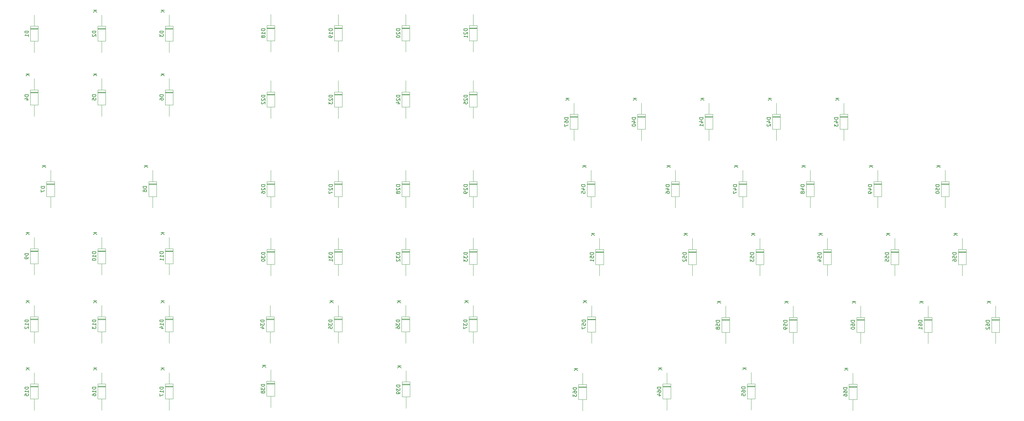
<source format=gbr>
%TF.GenerationSoftware,KiCad,Pcbnew,8.99.0-3334-g98ae574c78*%
%TF.CreationDate,2025-06-08T23:29:47-05:00*%
%TF.ProjectId,CircuitCyboard,43697263-7569-4744-9379-626f6172642e,1*%
%TF.SameCoordinates,Original*%
%TF.FileFunction,Legend,Bot*%
%TF.FilePolarity,Positive*%
%FSLAX46Y46*%
G04 Gerber Fmt 4.6, Leading zero omitted, Abs format (unit mm)*
G04 Created by KiCad (PCBNEW 8.99.0-3334-g98ae574c78) date 2025-06-08 23:29:47*
%MOMM*%
%LPD*%
G01*
G04 APERTURE LIST*
%ADD10C,0.150000*%
%ADD11C,0.120000*%
G04 APERTURE END LIST*
D10*
X55434819Y-123335714D02*
X54434819Y-123335714D01*
X54434819Y-123335714D02*
X54434819Y-123573809D01*
X54434819Y-123573809D02*
X54482438Y-123716666D01*
X54482438Y-123716666D02*
X54577676Y-123811904D01*
X54577676Y-123811904D02*
X54672914Y-123859523D01*
X54672914Y-123859523D02*
X54863390Y-123907142D01*
X54863390Y-123907142D02*
X55006247Y-123907142D01*
X55006247Y-123907142D02*
X55196723Y-123859523D01*
X55196723Y-123859523D02*
X55291961Y-123811904D01*
X55291961Y-123811904D02*
X55387200Y-123716666D01*
X55387200Y-123716666D02*
X55434819Y-123573809D01*
X55434819Y-123573809D02*
X55434819Y-123335714D01*
X55434819Y-124859523D02*
X55434819Y-124288095D01*
X55434819Y-124573809D02*
X54434819Y-124573809D01*
X54434819Y-124573809D02*
X54577676Y-124478571D01*
X54577676Y-124478571D02*
X54672914Y-124383333D01*
X54672914Y-124383333D02*
X54720533Y-124288095D01*
X54434819Y-125192857D02*
X54434819Y-125811904D01*
X54434819Y-125811904D02*
X54815771Y-125478571D01*
X54815771Y-125478571D02*
X54815771Y-125621428D01*
X54815771Y-125621428D02*
X54863390Y-125716666D01*
X54863390Y-125716666D02*
X54911009Y-125764285D01*
X54911009Y-125764285D02*
X55006247Y-125811904D01*
X55006247Y-125811904D02*
X55244342Y-125811904D01*
X55244342Y-125811904D02*
X55339580Y-125764285D01*
X55339580Y-125764285D02*
X55387200Y-125716666D01*
X55387200Y-125716666D02*
X55434819Y-125621428D01*
X55434819Y-125621428D02*
X55434819Y-125335714D01*
X55434819Y-125335714D02*
X55387200Y-125240476D01*
X55387200Y-125240476D02*
X55339580Y-125192857D01*
X55754819Y-117938095D02*
X54754819Y-117938095D01*
X55754819Y-118509523D02*
X55183390Y-118080952D01*
X54754819Y-118509523D02*
X55326247Y-117938095D01*
X74484819Y-41711905D02*
X73484819Y-41711905D01*
X73484819Y-41711905D02*
X73484819Y-41950000D01*
X73484819Y-41950000D02*
X73532438Y-42092857D01*
X73532438Y-42092857D02*
X73627676Y-42188095D01*
X73627676Y-42188095D02*
X73722914Y-42235714D01*
X73722914Y-42235714D02*
X73913390Y-42283333D01*
X73913390Y-42283333D02*
X74056247Y-42283333D01*
X74056247Y-42283333D02*
X74246723Y-42235714D01*
X74246723Y-42235714D02*
X74341961Y-42188095D01*
X74341961Y-42188095D02*
X74437200Y-42092857D01*
X74437200Y-42092857D02*
X74484819Y-41950000D01*
X74484819Y-41950000D02*
X74484819Y-41711905D01*
X73484819Y-42616667D02*
X73484819Y-43235714D01*
X73484819Y-43235714D02*
X73865771Y-42902381D01*
X73865771Y-42902381D02*
X73865771Y-43045238D01*
X73865771Y-43045238D02*
X73913390Y-43140476D01*
X73913390Y-43140476D02*
X73961009Y-43188095D01*
X73961009Y-43188095D02*
X74056247Y-43235714D01*
X74056247Y-43235714D02*
X74294342Y-43235714D01*
X74294342Y-43235714D02*
X74389580Y-43188095D01*
X74389580Y-43188095D02*
X74437200Y-43140476D01*
X74437200Y-43140476D02*
X74484819Y-43045238D01*
X74484819Y-43045238D02*
X74484819Y-42759524D01*
X74484819Y-42759524D02*
X74437200Y-42664286D01*
X74437200Y-42664286D02*
X74389580Y-42616667D01*
X74804819Y-35838095D02*
X73804819Y-35838095D01*
X74804819Y-36409523D02*
X74233390Y-35980952D01*
X73804819Y-36409523D02*
X74376247Y-35838095D01*
X122234819Y-104285714D02*
X121234819Y-104285714D01*
X121234819Y-104285714D02*
X121234819Y-104523809D01*
X121234819Y-104523809D02*
X121282438Y-104666666D01*
X121282438Y-104666666D02*
X121377676Y-104761904D01*
X121377676Y-104761904D02*
X121472914Y-104809523D01*
X121472914Y-104809523D02*
X121663390Y-104857142D01*
X121663390Y-104857142D02*
X121806247Y-104857142D01*
X121806247Y-104857142D02*
X121996723Y-104809523D01*
X121996723Y-104809523D02*
X122091961Y-104761904D01*
X122091961Y-104761904D02*
X122187200Y-104666666D01*
X122187200Y-104666666D02*
X122234819Y-104523809D01*
X122234819Y-104523809D02*
X122234819Y-104285714D01*
X121234819Y-105190476D02*
X121234819Y-105809523D01*
X121234819Y-105809523D02*
X121615771Y-105476190D01*
X121615771Y-105476190D02*
X121615771Y-105619047D01*
X121615771Y-105619047D02*
X121663390Y-105714285D01*
X121663390Y-105714285D02*
X121711009Y-105761904D01*
X121711009Y-105761904D02*
X121806247Y-105809523D01*
X121806247Y-105809523D02*
X122044342Y-105809523D01*
X122044342Y-105809523D02*
X122139580Y-105761904D01*
X122139580Y-105761904D02*
X122187200Y-105714285D01*
X122187200Y-105714285D02*
X122234819Y-105619047D01*
X122234819Y-105619047D02*
X122234819Y-105333333D01*
X122234819Y-105333333D02*
X122187200Y-105238095D01*
X122187200Y-105238095D02*
X122139580Y-105190476D01*
X122234819Y-106761904D02*
X122234819Y-106190476D01*
X122234819Y-106476190D02*
X121234819Y-106476190D01*
X121234819Y-106476190D02*
X121377676Y-106380952D01*
X121377676Y-106380952D02*
X121472914Y-106285714D01*
X121472914Y-106285714D02*
X121520533Y-106190476D01*
X40984819Y-85611905D02*
X39984819Y-85611905D01*
X39984819Y-85611905D02*
X39984819Y-85850000D01*
X39984819Y-85850000D02*
X40032438Y-85992857D01*
X40032438Y-85992857D02*
X40127676Y-86088095D01*
X40127676Y-86088095D02*
X40222914Y-86135714D01*
X40222914Y-86135714D02*
X40413390Y-86183333D01*
X40413390Y-86183333D02*
X40556247Y-86183333D01*
X40556247Y-86183333D02*
X40746723Y-86135714D01*
X40746723Y-86135714D02*
X40841961Y-86088095D01*
X40841961Y-86088095D02*
X40937200Y-85992857D01*
X40937200Y-85992857D02*
X40984819Y-85850000D01*
X40984819Y-85850000D02*
X40984819Y-85611905D01*
X39984819Y-86516667D02*
X39984819Y-87183333D01*
X39984819Y-87183333D02*
X40984819Y-86754762D01*
X41304819Y-79738095D02*
X40304819Y-79738095D01*
X41304819Y-80309523D02*
X40733390Y-79880952D01*
X40304819Y-80309523D02*
X40876247Y-79738095D01*
X222184819Y-104335714D02*
X221184819Y-104335714D01*
X221184819Y-104335714D02*
X221184819Y-104573809D01*
X221184819Y-104573809D02*
X221232438Y-104716666D01*
X221232438Y-104716666D02*
X221327676Y-104811904D01*
X221327676Y-104811904D02*
X221422914Y-104859523D01*
X221422914Y-104859523D02*
X221613390Y-104907142D01*
X221613390Y-104907142D02*
X221756247Y-104907142D01*
X221756247Y-104907142D02*
X221946723Y-104859523D01*
X221946723Y-104859523D02*
X222041961Y-104811904D01*
X222041961Y-104811904D02*
X222137200Y-104716666D01*
X222137200Y-104716666D02*
X222184819Y-104573809D01*
X222184819Y-104573809D02*
X222184819Y-104335714D01*
X221184819Y-105811904D02*
X221184819Y-105335714D01*
X221184819Y-105335714D02*
X221661009Y-105288095D01*
X221661009Y-105288095D02*
X221613390Y-105335714D01*
X221613390Y-105335714D02*
X221565771Y-105430952D01*
X221565771Y-105430952D02*
X221565771Y-105669047D01*
X221565771Y-105669047D02*
X221613390Y-105764285D01*
X221613390Y-105764285D02*
X221661009Y-105811904D01*
X221661009Y-105811904D02*
X221756247Y-105859523D01*
X221756247Y-105859523D02*
X221994342Y-105859523D01*
X221994342Y-105859523D02*
X222089580Y-105811904D01*
X222089580Y-105811904D02*
X222137200Y-105764285D01*
X222137200Y-105764285D02*
X222184819Y-105669047D01*
X222184819Y-105669047D02*
X222184819Y-105430952D01*
X222184819Y-105430952D02*
X222137200Y-105335714D01*
X222137200Y-105335714D02*
X222089580Y-105288095D01*
X221280057Y-106240476D02*
X221232438Y-106288095D01*
X221232438Y-106288095D02*
X221184819Y-106383333D01*
X221184819Y-106383333D02*
X221184819Y-106621428D01*
X221184819Y-106621428D02*
X221232438Y-106716666D01*
X221232438Y-106716666D02*
X221280057Y-106764285D01*
X221280057Y-106764285D02*
X221375295Y-106811904D01*
X221375295Y-106811904D02*
X221470533Y-106811904D01*
X221470533Y-106811904D02*
X221613390Y-106764285D01*
X221613390Y-106764285D02*
X222184819Y-106192857D01*
X222184819Y-106192857D02*
X222184819Y-106811904D01*
X222504819Y-98938095D02*
X221504819Y-98938095D01*
X222504819Y-99509523D02*
X221933390Y-99080952D01*
X221504819Y-99509523D02*
X222076247Y-98938095D01*
X69784819Y-85611905D02*
X68784819Y-85611905D01*
X68784819Y-85611905D02*
X68784819Y-85850000D01*
X68784819Y-85850000D02*
X68832438Y-85992857D01*
X68832438Y-85992857D02*
X68927676Y-86088095D01*
X68927676Y-86088095D02*
X69022914Y-86135714D01*
X69022914Y-86135714D02*
X69213390Y-86183333D01*
X69213390Y-86183333D02*
X69356247Y-86183333D01*
X69356247Y-86183333D02*
X69546723Y-86135714D01*
X69546723Y-86135714D02*
X69641961Y-86088095D01*
X69641961Y-86088095D02*
X69737200Y-85992857D01*
X69737200Y-85992857D02*
X69784819Y-85850000D01*
X69784819Y-85850000D02*
X69784819Y-85611905D01*
X69213390Y-86754762D02*
X69165771Y-86659524D01*
X69165771Y-86659524D02*
X69118152Y-86611905D01*
X69118152Y-86611905D02*
X69022914Y-86564286D01*
X69022914Y-86564286D02*
X68975295Y-86564286D01*
X68975295Y-86564286D02*
X68880057Y-86611905D01*
X68880057Y-86611905D02*
X68832438Y-86659524D01*
X68832438Y-86659524D02*
X68784819Y-86754762D01*
X68784819Y-86754762D02*
X68784819Y-86945238D01*
X68784819Y-86945238D02*
X68832438Y-87040476D01*
X68832438Y-87040476D02*
X68880057Y-87088095D01*
X68880057Y-87088095D02*
X68975295Y-87135714D01*
X68975295Y-87135714D02*
X69022914Y-87135714D01*
X69022914Y-87135714D02*
X69118152Y-87088095D01*
X69118152Y-87088095D02*
X69165771Y-87040476D01*
X69165771Y-87040476D02*
X69213390Y-86945238D01*
X69213390Y-86945238D02*
X69213390Y-86754762D01*
X69213390Y-86754762D02*
X69261009Y-86659524D01*
X69261009Y-86659524D02*
X69308628Y-86611905D01*
X69308628Y-86611905D02*
X69403866Y-86564286D01*
X69403866Y-86564286D02*
X69594342Y-86564286D01*
X69594342Y-86564286D02*
X69689580Y-86611905D01*
X69689580Y-86611905D02*
X69737200Y-86659524D01*
X69737200Y-86659524D02*
X69784819Y-86754762D01*
X69784819Y-86754762D02*
X69784819Y-86945238D01*
X69784819Y-86945238D02*
X69737200Y-87040476D01*
X69737200Y-87040476D02*
X69689580Y-87088095D01*
X69689580Y-87088095D02*
X69594342Y-87135714D01*
X69594342Y-87135714D02*
X69403866Y-87135714D01*
X69403866Y-87135714D02*
X69308628Y-87088095D01*
X69308628Y-87088095D02*
X69261009Y-87040476D01*
X69261009Y-87040476D02*
X69213390Y-86945238D01*
X70104819Y-79738095D02*
X69104819Y-79738095D01*
X70104819Y-80309523D02*
X69533390Y-79880952D01*
X69104819Y-80309523D02*
X69676247Y-79738095D01*
X36384819Y-142335714D02*
X35384819Y-142335714D01*
X35384819Y-142335714D02*
X35384819Y-142573809D01*
X35384819Y-142573809D02*
X35432438Y-142716666D01*
X35432438Y-142716666D02*
X35527676Y-142811904D01*
X35527676Y-142811904D02*
X35622914Y-142859523D01*
X35622914Y-142859523D02*
X35813390Y-142907142D01*
X35813390Y-142907142D02*
X35956247Y-142907142D01*
X35956247Y-142907142D02*
X36146723Y-142859523D01*
X36146723Y-142859523D02*
X36241961Y-142811904D01*
X36241961Y-142811904D02*
X36337200Y-142716666D01*
X36337200Y-142716666D02*
X36384819Y-142573809D01*
X36384819Y-142573809D02*
X36384819Y-142335714D01*
X36384819Y-143859523D02*
X36384819Y-143288095D01*
X36384819Y-143573809D02*
X35384819Y-143573809D01*
X35384819Y-143573809D02*
X35527676Y-143478571D01*
X35527676Y-143478571D02*
X35622914Y-143383333D01*
X35622914Y-143383333D02*
X35670533Y-143288095D01*
X35384819Y-144764285D02*
X35384819Y-144288095D01*
X35384819Y-144288095D02*
X35861009Y-144240476D01*
X35861009Y-144240476D02*
X35813390Y-144288095D01*
X35813390Y-144288095D02*
X35765771Y-144383333D01*
X35765771Y-144383333D02*
X35765771Y-144621428D01*
X35765771Y-144621428D02*
X35813390Y-144716666D01*
X35813390Y-144716666D02*
X35861009Y-144764285D01*
X35861009Y-144764285D02*
X35956247Y-144811904D01*
X35956247Y-144811904D02*
X36194342Y-144811904D01*
X36194342Y-144811904D02*
X36289580Y-144764285D01*
X36289580Y-144764285D02*
X36337200Y-144716666D01*
X36337200Y-144716666D02*
X36384819Y-144621428D01*
X36384819Y-144621428D02*
X36384819Y-144383333D01*
X36384819Y-144383333D02*
X36337200Y-144288095D01*
X36337200Y-144288095D02*
X36289580Y-144240476D01*
X36704819Y-136938095D02*
X35704819Y-136938095D01*
X36704819Y-137509523D02*
X36133390Y-137080952D01*
X35704819Y-137509523D02*
X36276247Y-136938095D01*
X214984819Y-142335714D02*
X213984819Y-142335714D01*
X213984819Y-142335714D02*
X213984819Y-142573809D01*
X213984819Y-142573809D02*
X214032438Y-142716666D01*
X214032438Y-142716666D02*
X214127676Y-142811904D01*
X214127676Y-142811904D02*
X214222914Y-142859523D01*
X214222914Y-142859523D02*
X214413390Y-142907142D01*
X214413390Y-142907142D02*
X214556247Y-142907142D01*
X214556247Y-142907142D02*
X214746723Y-142859523D01*
X214746723Y-142859523D02*
X214841961Y-142811904D01*
X214841961Y-142811904D02*
X214937200Y-142716666D01*
X214937200Y-142716666D02*
X214984819Y-142573809D01*
X214984819Y-142573809D02*
X214984819Y-142335714D01*
X213984819Y-143764285D02*
X213984819Y-143573809D01*
X213984819Y-143573809D02*
X214032438Y-143478571D01*
X214032438Y-143478571D02*
X214080057Y-143430952D01*
X214080057Y-143430952D02*
X214222914Y-143335714D01*
X214222914Y-143335714D02*
X214413390Y-143288095D01*
X214413390Y-143288095D02*
X214794342Y-143288095D01*
X214794342Y-143288095D02*
X214889580Y-143335714D01*
X214889580Y-143335714D02*
X214937200Y-143383333D01*
X214937200Y-143383333D02*
X214984819Y-143478571D01*
X214984819Y-143478571D02*
X214984819Y-143669047D01*
X214984819Y-143669047D02*
X214937200Y-143764285D01*
X214937200Y-143764285D02*
X214889580Y-143811904D01*
X214889580Y-143811904D02*
X214794342Y-143859523D01*
X214794342Y-143859523D02*
X214556247Y-143859523D01*
X214556247Y-143859523D02*
X214461009Y-143811904D01*
X214461009Y-143811904D02*
X214413390Y-143764285D01*
X214413390Y-143764285D02*
X214365771Y-143669047D01*
X214365771Y-143669047D02*
X214365771Y-143478571D01*
X214365771Y-143478571D02*
X214413390Y-143383333D01*
X214413390Y-143383333D02*
X214461009Y-143335714D01*
X214461009Y-143335714D02*
X214556247Y-143288095D01*
X214318152Y-144716666D02*
X214984819Y-144716666D01*
X213937200Y-144478571D02*
X214651485Y-144240476D01*
X214651485Y-144240476D02*
X214651485Y-144859523D01*
X215304819Y-136938095D02*
X214304819Y-136938095D01*
X215304819Y-137509523D02*
X214733390Y-137080952D01*
X214304819Y-137509523D02*
X214876247Y-136938095D01*
X195984819Y-104335714D02*
X194984819Y-104335714D01*
X194984819Y-104335714D02*
X194984819Y-104573809D01*
X194984819Y-104573809D02*
X195032438Y-104716666D01*
X195032438Y-104716666D02*
X195127676Y-104811904D01*
X195127676Y-104811904D02*
X195222914Y-104859523D01*
X195222914Y-104859523D02*
X195413390Y-104907142D01*
X195413390Y-104907142D02*
X195556247Y-104907142D01*
X195556247Y-104907142D02*
X195746723Y-104859523D01*
X195746723Y-104859523D02*
X195841961Y-104811904D01*
X195841961Y-104811904D02*
X195937200Y-104716666D01*
X195937200Y-104716666D02*
X195984819Y-104573809D01*
X195984819Y-104573809D02*
X195984819Y-104335714D01*
X194984819Y-105811904D02*
X194984819Y-105335714D01*
X194984819Y-105335714D02*
X195461009Y-105288095D01*
X195461009Y-105288095D02*
X195413390Y-105335714D01*
X195413390Y-105335714D02*
X195365771Y-105430952D01*
X195365771Y-105430952D02*
X195365771Y-105669047D01*
X195365771Y-105669047D02*
X195413390Y-105764285D01*
X195413390Y-105764285D02*
X195461009Y-105811904D01*
X195461009Y-105811904D02*
X195556247Y-105859523D01*
X195556247Y-105859523D02*
X195794342Y-105859523D01*
X195794342Y-105859523D02*
X195889580Y-105811904D01*
X195889580Y-105811904D02*
X195937200Y-105764285D01*
X195937200Y-105764285D02*
X195984819Y-105669047D01*
X195984819Y-105669047D02*
X195984819Y-105430952D01*
X195984819Y-105430952D02*
X195937200Y-105335714D01*
X195937200Y-105335714D02*
X195889580Y-105288095D01*
X195984819Y-106811904D02*
X195984819Y-106240476D01*
X195984819Y-106526190D02*
X194984819Y-106526190D01*
X194984819Y-106526190D02*
X195127676Y-106430952D01*
X195127676Y-106430952D02*
X195222914Y-106335714D01*
X195222914Y-106335714D02*
X195270533Y-106240476D01*
X196304819Y-98938095D02*
X195304819Y-98938095D01*
X196304819Y-99509523D02*
X195733390Y-99080952D01*
X195304819Y-99509523D02*
X195876247Y-98938095D01*
X193734819Y-123385714D02*
X192734819Y-123385714D01*
X192734819Y-123385714D02*
X192734819Y-123623809D01*
X192734819Y-123623809D02*
X192782438Y-123766666D01*
X192782438Y-123766666D02*
X192877676Y-123861904D01*
X192877676Y-123861904D02*
X192972914Y-123909523D01*
X192972914Y-123909523D02*
X193163390Y-123957142D01*
X193163390Y-123957142D02*
X193306247Y-123957142D01*
X193306247Y-123957142D02*
X193496723Y-123909523D01*
X193496723Y-123909523D02*
X193591961Y-123861904D01*
X193591961Y-123861904D02*
X193687200Y-123766666D01*
X193687200Y-123766666D02*
X193734819Y-123623809D01*
X193734819Y-123623809D02*
X193734819Y-123385714D01*
X192734819Y-124861904D02*
X192734819Y-124385714D01*
X192734819Y-124385714D02*
X193211009Y-124338095D01*
X193211009Y-124338095D02*
X193163390Y-124385714D01*
X193163390Y-124385714D02*
X193115771Y-124480952D01*
X193115771Y-124480952D02*
X193115771Y-124719047D01*
X193115771Y-124719047D02*
X193163390Y-124814285D01*
X193163390Y-124814285D02*
X193211009Y-124861904D01*
X193211009Y-124861904D02*
X193306247Y-124909523D01*
X193306247Y-124909523D02*
X193544342Y-124909523D01*
X193544342Y-124909523D02*
X193639580Y-124861904D01*
X193639580Y-124861904D02*
X193687200Y-124814285D01*
X193687200Y-124814285D02*
X193734819Y-124719047D01*
X193734819Y-124719047D02*
X193734819Y-124480952D01*
X193734819Y-124480952D02*
X193687200Y-124385714D01*
X193687200Y-124385714D02*
X193639580Y-124338095D01*
X192734819Y-125242857D02*
X192734819Y-125909523D01*
X192734819Y-125909523D02*
X193734819Y-125480952D01*
X194054819Y-117988095D02*
X193054819Y-117988095D01*
X194054819Y-118559523D02*
X193483390Y-118130952D01*
X193054819Y-118559523D02*
X193626247Y-117988095D01*
X298384819Y-104335714D02*
X297384819Y-104335714D01*
X297384819Y-104335714D02*
X297384819Y-104573809D01*
X297384819Y-104573809D02*
X297432438Y-104716666D01*
X297432438Y-104716666D02*
X297527676Y-104811904D01*
X297527676Y-104811904D02*
X297622914Y-104859523D01*
X297622914Y-104859523D02*
X297813390Y-104907142D01*
X297813390Y-104907142D02*
X297956247Y-104907142D01*
X297956247Y-104907142D02*
X298146723Y-104859523D01*
X298146723Y-104859523D02*
X298241961Y-104811904D01*
X298241961Y-104811904D02*
X298337200Y-104716666D01*
X298337200Y-104716666D02*
X298384819Y-104573809D01*
X298384819Y-104573809D02*
X298384819Y-104335714D01*
X297384819Y-105811904D02*
X297384819Y-105335714D01*
X297384819Y-105335714D02*
X297861009Y-105288095D01*
X297861009Y-105288095D02*
X297813390Y-105335714D01*
X297813390Y-105335714D02*
X297765771Y-105430952D01*
X297765771Y-105430952D02*
X297765771Y-105669047D01*
X297765771Y-105669047D02*
X297813390Y-105764285D01*
X297813390Y-105764285D02*
X297861009Y-105811904D01*
X297861009Y-105811904D02*
X297956247Y-105859523D01*
X297956247Y-105859523D02*
X298194342Y-105859523D01*
X298194342Y-105859523D02*
X298289580Y-105811904D01*
X298289580Y-105811904D02*
X298337200Y-105764285D01*
X298337200Y-105764285D02*
X298384819Y-105669047D01*
X298384819Y-105669047D02*
X298384819Y-105430952D01*
X298384819Y-105430952D02*
X298337200Y-105335714D01*
X298337200Y-105335714D02*
X298289580Y-105288095D01*
X297384819Y-106716666D02*
X297384819Y-106526190D01*
X297384819Y-106526190D02*
X297432438Y-106430952D01*
X297432438Y-106430952D02*
X297480057Y-106383333D01*
X297480057Y-106383333D02*
X297622914Y-106288095D01*
X297622914Y-106288095D02*
X297813390Y-106240476D01*
X297813390Y-106240476D02*
X298194342Y-106240476D01*
X298194342Y-106240476D02*
X298289580Y-106288095D01*
X298289580Y-106288095D02*
X298337200Y-106335714D01*
X298337200Y-106335714D02*
X298384819Y-106430952D01*
X298384819Y-106430952D02*
X298384819Y-106621428D01*
X298384819Y-106621428D02*
X298337200Y-106716666D01*
X298337200Y-106716666D02*
X298289580Y-106764285D01*
X298289580Y-106764285D02*
X298194342Y-106811904D01*
X298194342Y-106811904D02*
X297956247Y-106811904D01*
X297956247Y-106811904D02*
X297861009Y-106764285D01*
X297861009Y-106764285D02*
X297813390Y-106716666D01*
X297813390Y-106716666D02*
X297765771Y-106621428D01*
X297765771Y-106621428D02*
X297765771Y-106430952D01*
X297765771Y-106430952D02*
X297813390Y-106335714D01*
X297813390Y-106335714D02*
X297861009Y-106288095D01*
X297861009Y-106288095D02*
X297956247Y-106240476D01*
X298704819Y-98938095D02*
X297704819Y-98938095D01*
X298704819Y-99509523D02*
X298133390Y-99080952D01*
X297704819Y-99509523D02*
X298276247Y-98938095D01*
X231584819Y-123485714D02*
X230584819Y-123485714D01*
X230584819Y-123485714D02*
X230584819Y-123723809D01*
X230584819Y-123723809D02*
X230632438Y-123866666D01*
X230632438Y-123866666D02*
X230727676Y-123961904D01*
X230727676Y-123961904D02*
X230822914Y-124009523D01*
X230822914Y-124009523D02*
X231013390Y-124057142D01*
X231013390Y-124057142D02*
X231156247Y-124057142D01*
X231156247Y-124057142D02*
X231346723Y-124009523D01*
X231346723Y-124009523D02*
X231441961Y-123961904D01*
X231441961Y-123961904D02*
X231537200Y-123866666D01*
X231537200Y-123866666D02*
X231584819Y-123723809D01*
X231584819Y-123723809D02*
X231584819Y-123485714D01*
X230584819Y-124961904D02*
X230584819Y-124485714D01*
X230584819Y-124485714D02*
X231061009Y-124438095D01*
X231061009Y-124438095D02*
X231013390Y-124485714D01*
X231013390Y-124485714D02*
X230965771Y-124580952D01*
X230965771Y-124580952D02*
X230965771Y-124819047D01*
X230965771Y-124819047D02*
X231013390Y-124914285D01*
X231013390Y-124914285D02*
X231061009Y-124961904D01*
X231061009Y-124961904D02*
X231156247Y-125009523D01*
X231156247Y-125009523D02*
X231394342Y-125009523D01*
X231394342Y-125009523D02*
X231489580Y-124961904D01*
X231489580Y-124961904D02*
X231537200Y-124914285D01*
X231537200Y-124914285D02*
X231584819Y-124819047D01*
X231584819Y-124819047D02*
X231584819Y-124580952D01*
X231584819Y-124580952D02*
X231537200Y-124485714D01*
X231537200Y-124485714D02*
X231489580Y-124438095D01*
X231013390Y-125580952D02*
X230965771Y-125485714D01*
X230965771Y-125485714D02*
X230918152Y-125438095D01*
X230918152Y-125438095D02*
X230822914Y-125390476D01*
X230822914Y-125390476D02*
X230775295Y-125390476D01*
X230775295Y-125390476D02*
X230680057Y-125438095D01*
X230680057Y-125438095D02*
X230632438Y-125485714D01*
X230632438Y-125485714D02*
X230584819Y-125580952D01*
X230584819Y-125580952D02*
X230584819Y-125771428D01*
X230584819Y-125771428D02*
X230632438Y-125866666D01*
X230632438Y-125866666D02*
X230680057Y-125914285D01*
X230680057Y-125914285D02*
X230775295Y-125961904D01*
X230775295Y-125961904D02*
X230822914Y-125961904D01*
X230822914Y-125961904D02*
X230918152Y-125914285D01*
X230918152Y-125914285D02*
X230965771Y-125866666D01*
X230965771Y-125866666D02*
X231013390Y-125771428D01*
X231013390Y-125771428D02*
X231013390Y-125580952D01*
X231013390Y-125580952D02*
X231061009Y-125485714D01*
X231061009Y-125485714D02*
X231108628Y-125438095D01*
X231108628Y-125438095D02*
X231203866Y-125390476D01*
X231203866Y-125390476D02*
X231394342Y-125390476D01*
X231394342Y-125390476D02*
X231489580Y-125438095D01*
X231489580Y-125438095D02*
X231537200Y-125485714D01*
X231537200Y-125485714D02*
X231584819Y-125580952D01*
X231584819Y-125580952D02*
X231584819Y-125771428D01*
X231584819Y-125771428D02*
X231537200Y-125866666D01*
X231537200Y-125866666D02*
X231489580Y-125914285D01*
X231489580Y-125914285D02*
X231394342Y-125961904D01*
X231394342Y-125961904D02*
X231203866Y-125961904D01*
X231203866Y-125961904D02*
X231108628Y-125914285D01*
X231108628Y-125914285D02*
X231061009Y-125866666D01*
X231061009Y-125866666D02*
X231013390Y-125771428D01*
X231904819Y-118088095D02*
X230904819Y-118088095D01*
X231904819Y-118659523D02*
X231333390Y-118230952D01*
X230904819Y-118659523D02*
X231476247Y-118088095D01*
X193584819Y-85135714D02*
X192584819Y-85135714D01*
X192584819Y-85135714D02*
X192584819Y-85373809D01*
X192584819Y-85373809D02*
X192632438Y-85516666D01*
X192632438Y-85516666D02*
X192727676Y-85611904D01*
X192727676Y-85611904D02*
X192822914Y-85659523D01*
X192822914Y-85659523D02*
X193013390Y-85707142D01*
X193013390Y-85707142D02*
X193156247Y-85707142D01*
X193156247Y-85707142D02*
X193346723Y-85659523D01*
X193346723Y-85659523D02*
X193441961Y-85611904D01*
X193441961Y-85611904D02*
X193537200Y-85516666D01*
X193537200Y-85516666D02*
X193584819Y-85373809D01*
X193584819Y-85373809D02*
X193584819Y-85135714D01*
X192918152Y-86564285D02*
X193584819Y-86564285D01*
X192537200Y-86326190D02*
X193251485Y-86088095D01*
X193251485Y-86088095D02*
X193251485Y-86707142D01*
X192584819Y-87564285D02*
X192584819Y-87088095D01*
X192584819Y-87088095D02*
X193061009Y-87040476D01*
X193061009Y-87040476D02*
X193013390Y-87088095D01*
X193013390Y-87088095D02*
X192965771Y-87183333D01*
X192965771Y-87183333D02*
X192965771Y-87421428D01*
X192965771Y-87421428D02*
X193013390Y-87516666D01*
X193013390Y-87516666D02*
X193061009Y-87564285D01*
X193061009Y-87564285D02*
X193156247Y-87611904D01*
X193156247Y-87611904D02*
X193394342Y-87611904D01*
X193394342Y-87611904D02*
X193489580Y-87564285D01*
X193489580Y-87564285D02*
X193537200Y-87516666D01*
X193537200Y-87516666D02*
X193584819Y-87421428D01*
X193584819Y-87421428D02*
X193584819Y-87183333D01*
X193584819Y-87183333D02*
X193537200Y-87088095D01*
X193537200Y-87088095D02*
X193489580Y-87040476D01*
X193904819Y-79738095D02*
X192904819Y-79738095D01*
X193904819Y-80309523D02*
X193333390Y-79880952D01*
X192904819Y-80309523D02*
X193476247Y-79738095D01*
X55434819Y-104085714D02*
X54434819Y-104085714D01*
X54434819Y-104085714D02*
X54434819Y-104323809D01*
X54434819Y-104323809D02*
X54482438Y-104466666D01*
X54482438Y-104466666D02*
X54577676Y-104561904D01*
X54577676Y-104561904D02*
X54672914Y-104609523D01*
X54672914Y-104609523D02*
X54863390Y-104657142D01*
X54863390Y-104657142D02*
X55006247Y-104657142D01*
X55006247Y-104657142D02*
X55196723Y-104609523D01*
X55196723Y-104609523D02*
X55291961Y-104561904D01*
X55291961Y-104561904D02*
X55387200Y-104466666D01*
X55387200Y-104466666D02*
X55434819Y-104323809D01*
X55434819Y-104323809D02*
X55434819Y-104085714D01*
X55434819Y-105609523D02*
X55434819Y-105038095D01*
X55434819Y-105323809D02*
X54434819Y-105323809D01*
X54434819Y-105323809D02*
X54577676Y-105228571D01*
X54577676Y-105228571D02*
X54672914Y-105133333D01*
X54672914Y-105133333D02*
X54720533Y-105038095D01*
X54434819Y-106228571D02*
X54434819Y-106323809D01*
X54434819Y-106323809D02*
X54482438Y-106419047D01*
X54482438Y-106419047D02*
X54530057Y-106466666D01*
X54530057Y-106466666D02*
X54625295Y-106514285D01*
X54625295Y-106514285D02*
X54815771Y-106561904D01*
X54815771Y-106561904D02*
X55053866Y-106561904D01*
X55053866Y-106561904D02*
X55244342Y-106514285D01*
X55244342Y-106514285D02*
X55339580Y-106466666D01*
X55339580Y-106466666D02*
X55387200Y-106419047D01*
X55387200Y-106419047D02*
X55434819Y-106323809D01*
X55434819Y-106323809D02*
X55434819Y-106228571D01*
X55434819Y-106228571D02*
X55387200Y-106133333D01*
X55387200Y-106133333D02*
X55339580Y-106085714D01*
X55339580Y-106085714D02*
X55244342Y-106038095D01*
X55244342Y-106038095D02*
X55053866Y-105990476D01*
X55053866Y-105990476D02*
X54815771Y-105990476D01*
X54815771Y-105990476D02*
X54625295Y-106038095D01*
X54625295Y-106038095D02*
X54530057Y-106085714D01*
X54530057Y-106085714D02*
X54482438Y-106133333D01*
X54482438Y-106133333D02*
X54434819Y-106228571D01*
X55754819Y-98688095D02*
X54754819Y-98688095D01*
X55754819Y-99259523D02*
X55183390Y-98830952D01*
X54754819Y-99259523D02*
X55326247Y-98688095D01*
X102984819Y-123335714D02*
X101984819Y-123335714D01*
X101984819Y-123335714D02*
X101984819Y-123573809D01*
X101984819Y-123573809D02*
X102032438Y-123716666D01*
X102032438Y-123716666D02*
X102127676Y-123811904D01*
X102127676Y-123811904D02*
X102222914Y-123859523D01*
X102222914Y-123859523D02*
X102413390Y-123907142D01*
X102413390Y-123907142D02*
X102556247Y-123907142D01*
X102556247Y-123907142D02*
X102746723Y-123859523D01*
X102746723Y-123859523D02*
X102841961Y-123811904D01*
X102841961Y-123811904D02*
X102937200Y-123716666D01*
X102937200Y-123716666D02*
X102984819Y-123573809D01*
X102984819Y-123573809D02*
X102984819Y-123335714D01*
X101984819Y-124240476D02*
X101984819Y-124859523D01*
X101984819Y-124859523D02*
X102365771Y-124526190D01*
X102365771Y-124526190D02*
X102365771Y-124669047D01*
X102365771Y-124669047D02*
X102413390Y-124764285D01*
X102413390Y-124764285D02*
X102461009Y-124811904D01*
X102461009Y-124811904D02*
X102556247Y-124859523D01*
X102556247Y-124859523D02*
X102794342Y-124859523D01*
X102794342Y-124859523D02*
X102889580Y-124811904D01*
X102889580Y-124811904D02*
X102937200Y-124764285D01*
X102937200Y-124764285D02*
X102984819Y-124669047D01*
X102984819Y-124669047D02*
X102984819Y-124383333D01*
X102984819Y-124383333D02*
X102937200Y-124288095D01*
X102937200Y-124288095D02*
X102889580Y-124240476D01*
X102318152Y-125716666D02*
X102984819Y-125716666D01*
X101937200Y-125478571D02*
X102651485Y-125240476D01*
X102651485Y-125240476D02*
X102651485Y-125859523D01*
X55434819Y-142335714D02*
X54434819Y-142335714D01*
X54434819Y-142335714D02*
X54434819Y-142573809D01*
X54434819Y-142573809D02*
X54482438Y-142716666D01*
X54482438Y-142716666D02*
X54577676Y-142811904D01*
X54577676Y-142811904D02*
X54672914Y-142859523D01*
X54672914Y-142859523D02*
X54863390Y-142907142D01*
X54863390Y-142907142D02*
X55006247Y-142907142D01*
X55006247Y-142907142D02*
X55196723Y-142859523D01*
X55196723Y-142859523D02*
X55291961Y-142811904D01*
X55291961Y-142811904D02*
X55387200Y-142716666D01*
X55387200Y-142716666D02*
X55434819Y-142573809D01*
X55434819Y-142573809D02*
X55434819Y-142335714D01*
X55434819Y-143859523D02*
X55434819Y-143288095D01*
X55434819Y-143573809D02*
X54434819Y-143573809D01*
X54434819Y-143573809D02*
X54577676Y-143478571D01*
X54577676Y-143478571D02*
X54672914Y-143383333D01*
X54672914Y-143383333D02*
X54720533Y-143288095D01*
X54434819Y-144716666D02*
X54434819Y-144526190D01*
X54434819Y-144526190D02*
X54482438Y-144430952D01*
X54482438Y-144430952D02*
X54530057Y-144383333D01*
X54530057Y-144383333D02*
X54672914Y-144288095D01*
X54672914Y-144288095D02*
X54863390Y-144240476D01*
X54863390Y-144240476D02*
X55244342Y-144240476D01*
X55244342Y-144240476D02*
X55339580Y-144288095D01*
X55339580Y-144288095D02*
X55387200Y-144335714D01*
X55387200Y-144335714D02*
X55434819Y-144430952D01*
X55434819Y-144430952D02*
X55434819Y-144621428D01*
X55434819Y-144621428D02*
X55387200Y-144716666D01*
X55387200Y-144716666D02*
X55339580Y-144764285D01*
X55339580Y-144764285D02*
X55244342Y-144811904D01*
X55244342Y-144811904D02*
X55006247Y-144811904D01*
X55006247Y-144811904D02*
X54911009Y-144764285D01*
X54911009Y-144764285D02*
X54863390Y-144716666D01*
X54863390Y-144716666D02*
X54815771Y-144621428D01*
X54815771Y-144621428D02*
X54815771Y-144430952D01*
X54815771Y-144430952D02*
X54863390Y-144335714D01*
X54863390Y-144335714D02*
X54911009Y-144288095D01*
X54911009Y-144288095D02*
X55006247Y-144240476D01*
X55754819Y-136938095D02*
X54754819Y-136938095D01*
X55754819Y-137509523D02*
X55183390Y-137080952D01*
X54754819Y-137509523D02*
X55326247Y-136938095D01*
X141234819Y-123335714D02*
X140234819Y-123335714D01*
X140234819Y-123335714D02*
X140234819Y-123573809D01*
X140234819Y-123573809D02*
X140282438Y-123716666D01*
X140282438Y-123716666D02*
X140377676Y-123811904D01*
X140377676Y-123811904D02*
X140472914Y-123859523D01*
X140472914Y-123859523D02*
X140663390Y-123907142D01*
X140663390Y-123907142D02*
X140806247Y-123907142D01*
X140806247Y-123907142D02*
X140996723Y-123859523D01*
X140996723Y-123859523D02*
X141091961Y-123811904D01*
X141091961Y-123811904D02*
X141187200Y-123716666D01*
X141187200Y-123716666D02*
X141234819Y-123573809D01*
X141234819Y-123573809D02*
X141234819Y-123335714D01*
X140234819Y-124240476D02*
X140234819Y-124859523D01*
X140234819Y-124859523D02*
X140615771Y-124526190D01*
X140615771Y-124526190D02*
X140615771Y-124669047D01*
X140615771Y-124669047D02*
X140663390Y-124764285D01*
X140663390Y-124764285D02*
X140711009Y-124811904D01*
X140711009Y-124811904D02*
X140806247Y-124859523D01*
X140806247Y-124859523D02*
X141044342Y-124859523D01*
X141044342Y-124859523D02*
X141139580Y-124811904D01*
X141139580Y-124811904D02*
X141187200Y-124764285D01*
X141187200Y-124764285D02*
X141234819Y-124669047D01*
X141234819Y-124669047D02*
X141234819Y-124383333D01*
X141234819Y-124383333D02*
X141187200Y-124288095D01*
X141187200Y-124288095D02*
X141139580Y-124240476D01*
X140234819Y-125716666D02*
X140234819Y-125526190D01*
X140234819Y-125526190D02*
X140282438Y-125430952D01*
X140282438Y-125430952D02*
X140330057Y-125383333D01*
X140330057Y-125383333D02*
X140472914Y-125288095D01*
X140472914Y-125288095D02*
X140663390Y-125240476D01*
X140663390Y-125240476D02*
X141044342Y-125240476D01*
X141044342Y-125240476D02*
X141139580Y-125288095D01*
X141139580Y-125288095D02*
X141187200Y-125335714D01*
X141187200Y-125335714D02*
X141234819Y-125430952D01*
X141234819Y-125430952D02*
X141234819Y-125621428D01*
X141234819Y-125621428D02*
X141187200Y-125716666D01*
X141187200Y-125716666D02*
X141139580Y-125764285D01*
X141139580Y-125764285D02*
X141044342Y-125811904D01*
X141044342Y-125811904D02*
X140806247Y-125811904D01*
X140806247Y-125811904D02*
X140711009Y-125764285D01*
X140711009Y-125764285D02*
X140663390Y-125716666D01*
X140663390Y-125716666D02*
X140615771Y-125621428D01*
X140615771Y-125621428D02*
X140615771Y-125430952D01*
X140615771Y-125430952D02*
X140663390Y-125335714D01*
X140663390Y-125335714D02*
X140711009Y-125288095D01*
X140711009Y-125288095D02*
X140806247Y-125240476D01*
X141554819Y-117938095D02*
X140554819Y-117938095D01*
X141554819Y-118509523D02*
X140983390Y-118080952D01*
X140554819Y-118509523D02*
X141126247Y-117938095D01*
X103184819Y-59835714D02*
X102184819Y-59835714D01*
X102184819Y-59835714D02*
X102184819Y-60073809D01*
X102184819Y-60073809D02*
X102232438Y-60216666D01*
X102232438Y-60216666D02*
X102327676Y-60311904D01*
X102327676Y-60311904D02*
X102422914Y-60359523D01*
X102422914Y-60359523D02*
X102613390Y-60407142D01*
X102613390Y-60407142D02*
X102756247Y-60407142D01*
X102756247Y-60407142D02*
X102946723Y-60359523D01*
X102946723Y-60359523D02*
X103041961Y-60311904D01*
X103041961Y-60311904D02*
X103137200Y-60216666D01*
X103137200Y-60216666D02*
X103184819Y-60073809D01*
X103184819Y-60073809D02*
X103184819Y-59835714D01*
X102280057Y-60788095D02*
X102232438Y-60835714D01*
X102232438Y-60835714D02*
X102184819Y-60930952D01*
X102184819Y-60930952D02*
X102184819Y-61169047D01*
X102184819Y-61169047D02*
X102232438Y-61264285D01*
X102232438Y-61264285D02*
X102280057Y-61311904D01*
X102280057Y-61311904D02*
X102375295Y-61359523D01*
X102375295Y-61359523D02*
X102470533Y-61359523D01*
X102470533Y-61359523D02*
X102613390Y-61311904D01*
X102613390Y-61311904D02*
X103184819Y-60740476D01*
X103184819Y-60740476D02*
X103184819Y-61359523D01*
X102280057Y-61740476D02*
X102232438Y-61788095D01*
X102232438Y-61788095D02*
X102184819Y-61883333D01*
X102184819Y-61883333D02*
X102184819Y-62121428D01*
X102184819Y-62121428D02*
X102232438Y-62216666D01*
X102232438Y-62216666D02*
X102280057Y-62264285D01*
X102280057Y-62264285D02*
X102375295Y-62311904D01*
X102375295Y-62311904D02*
X102470533Y-62311904D01*
X102470533Y-62311904D02*
X102613390Y-62264285D01*
X102613390Y-62264285D02*
X103184819Y-61692857D01*
X103184819Y-61692857D02*
X103184819Y-62311904D01*
X36384819Y-41711905D02*
X35384819Y-41711905D01*
X35384819Y-41711905D02*
X35384819Y-41950000D01*
X35384819Y-41950000D02*
X35432438Y-42092857D01*
X35432438Y-42092857D02*
X35527676Y-42188095D01*
X35527676Y-42188095D02*
X35622914Y-42235714D01*
X35622914Y-42235714D02*
X35813390Y-42283333D01*
X35813390Y-42283333D02*
X35956247Y-42283333D01*
X35956247Y-42283333D02*
X36146723Y-42235714D01*
X36146723Y-42235714D02*
X36241961Y-42188095D01*
X36241961Y-42188095D02*
X36337200Y-42092857D01*
X36337200Y-42092857D02*
X36384819Y-41950000D01*
X36384819Y-41950000D02*
X36384819Y-41711905D01*
X36384819Y-43235714D02*
X36384819Y-42664286D01*
X36384819Y-42950000D02*
X35384819Y-42950000D01*
X35384819Y-42950000D02*
X35527676Y-42854762D01*
X35527676Y-42854762D02*
X35622914Y-42759524D01*
X35622914Y-42759524D02*
X35670533Y-42664286D01*
X288734819Y-123485714D02*
X287734819Y-123485714D01*
X287734819Y-123485714D02*
X287734819Y-123723809D01*
X287734819Y-123723809D02*
X287782438Y-123866666D01*
X287782438Y-123866666D02*
X287877676Y-123961904D01*
X287877676Y-123961904D02*
X287972914Y-124009523D01*
X287972914Y-124009523D02*
X288163390Y-124057142D01*
X288163390Y-124057142D02*
X288306247Y-124057142D01*
X288306247Y-124057142D02*
X288496723Y-124009523D01*
X288496723Y-124009523D02*
X288591961Y-123961904D01*
X288591961Y-123961904D02*
X288687200Y-123866666D01*
X288687200Y-123866666D02*
X288734819Y-123723809D01*
X288734819Y-123723809D02*
X288734819Y-123485714D01*
X287734819Y-124914285D02*
X287734819Y-124723809D01*
X287734819Y-124723809D02*
X287782438Y-124628571D01*
X287782438Y-124628571D02*
X287830057Y-124580952D01*
X287830057Y-124580952D02*
X287972914Y-124485714D01*
X287972914Y-124485714D02*
X288163390Y-124438095D01*
X288163390Y-124438095D02*
X288544342Y-124438095D01*
X288544342Y-124438095D02*
X288639580Y-124485714D01*
X288639580Y-124485714D02*
X288687200Y-124533333D01*
X288687200Y-124533333D02*
X288734819Y-124628571D01*
X288734819Y-124628571D02*
X288734819Y-124819047D01*
X288734819Y-124819047D02*
X288687200Y-124914285D01*
X288687200Y-124914285D02*
X288639580Y-124961904D01*
X288639580Y-124961904D02*
X288544342Y-125009523D01*
X288544342Y-125009523D02*
X288306247Y-125009523D01*
X288306247Y-125009523D02*
X288211009Y-124961904D01*
X288211009Y-124961904D02*
X288163390Y-124914285D01*
X288163390Y-124914285D02*
X288115771Y-124819047D01*
X288115771Y-124819047D02*
X288115771Y-124628571D01*
X288115771Y-124628571D02*
X288163390Y-124533333D01*
X288163390Y-124533333D02*
X288211009Y-124485714D01*
X288211009Y-124485714D02*
X288306247Y-124438095D01*
X288734819Y-125961904D02*
X288734819Y-125390476D01*
X288734819Y-125676190D02*
X287734819Y-125676190D01*
X287734819Y-125676190D02*
X287877676Y-125580952D01*
X287877676Y-125580952D02*
X287972914Y-125485714D01*
X287972914Y-125485714D02*
X288020533Y-125390476D01*
X289054819Y-118088095D02*
X288054819Y-118088095D01*
X289054819Y-118659523D02*
X288483390Y-118230952D01*
X288054819Y-118659523D02*
X288626247Y-118088095D01*
X217384819Y-85135714D02*
X216384819Y-85135714D01*
X216384819Y-85135714D02*
X216384819Y-85373809D01*
X216384819Y-85373809D02*
X216432438Y-85516666D01*
X216432438Y-85516666D02*
X216527676Y-85611904D01*
X216527676Y-85611904D02*
X216622914Y-85659523D01*
X216622914Y-85659523D02*
X216813390Y-85707142D01*
X216813390Y-85707142D02*
X216956247Y-85707142D01*
X216956247Y-85707142D02*
X217146723Y-85659523D01*
X217146723Y-85659523D02*
X217241961Y-85611904D01*
X217241961Y-85611904D02*
X217337200Y-85516666D01*
X217337200Y-85516666D02*
X217384819Y-85373809D01*
X217384819Y-85373809D02*
X217384819Y-85135714D01*
X216718152Y-86564285D02*
X217384819Y-86564285D01*
X216337200Y-86326190D02*
X217051485Y-86088095D01*
X217051485Y-86088095D02*
X217051485Y-86707142D01*
X216384819Y-87516666D02*
X216384819Y-87326190D01*
X216384819Y-87326190D02*
X216432438Y-87230952D01*
X216432438Y-87230952D02*
X216480057Y-87183333D01*
X216480057Y-87183333D02*
X216622914Y-87088095D01*
X216622914Y-87088095D02*
X216813390Y-87040476D01*
X216813390Y-87040476D02*
X217194342Y-87040476D01*
X217194342Y-87040476D02*
X217289580Y-87088095D01*
X217289580Y-87088095D02*
X217337200Y-87135714D01*
X217337200Y-87135714D02*
X217384819Y-87230952D01*
X217384819Y-87230952D02*
X217384819Y-87421428D01*
X217384819Y-87421428D02*
X217337200Y-87516666D01*
X217337200Y-87516666D02*
X217289580Y-87564285D01*
X217289580Y-87564285D02*
X217194342Y-87611904D01*
X217194342Y-87611904D02*
X216956247Y-87611904D01*
X216956247Y-87611904D02*
X216861009Y-87564285D01*
X216861009Y-87564285D02*
X216813390Y-87516666D01*
X216813390Y-87516666D02*
X216765771Y-87421428D01*
X216765771Y-87421428D02*
X216765771Y-87230952D01*
X216765771Y-87230952D02*
X216813390Y-87135714D01*
X216813390Y-87135714D02*
X216861009Y-87088095D01*
X216861009Y-87088095D02*
X216956247Y-87040476D01*
X217704819Y-79738095D02*
X216704819Y-79738095D01*
X217704819Y-80309523D02*
X217133390Y-79880952D01*
X216704819Y-80309523D02*
X217276247Y-79738095D01*
X103184819Y-104285714D02*
X102184819Y-104285714D01*
X102184819Y-104285714D02*
X102184819Y-104523809D01*
X102184819Y-104523809D02*
X102232438Y-104666666D01*
X102232438Y-104666666D02*
X102327676Y-104761904D01*
X102327676Y-104761904D02*
X102422914Y-104809523D01*
X102422914Y-104809523D02*
X102613390Y-104857142D01*
X102613390Y-104857142D02*
X102756247Y-104857142D01*
X102756247Y-104857142D02*
X102946723Y-104809523D01*
X102946723Y-104809523D02*
X103041961Y-104761904D01*
X103041961Y-104761904D02*
X103137200Y-104666666D01*
X103137200Y-104666666D02*
X103184819Y-104523809D01*
X103184819Y-104523809D02*
X103184819Y-104285714D01*
X102184819Y-105190476D02*
X102184819Y-105809523D01*
X102184819Y-105809523D02*
X102565771Y-105476190D01*
X102565771Y-105476190D02*
X102565771Y-105619047D01*
X102565771Y-105619047D02*
X102613390Y-105714285D01*
X102613390Y-105714285D02*
X102661009Y-105761904D01*
X102661009Y-105761904D02*
X102756247Y-105809523D01*
X102756247Y-105809523D02*
X102994342Y-105809523D01*
X102994342Y-105809523D02*
X103089580Y-105761904D01*
X103089580Y-105761904D02*
X103137200Y-105714285D01*
X103137200Y-105714285D02*
X103184819Y-105619047D01*
X103184819Y-105619047D02*
X103184819Y-105333333D01*
X103184819Y-105333333D02*
X103137200Y-105238095D01*
X103137200Y-105238095D02*
X103089580Y-105190476D01*
X102184819Y-106428571D02*
X102184819Y-106523809D01*
X102184819Y-106523809D02*
X102232438Y-106619047D01*
X102232438Y-106619047D02*
X102280057Y-106666666D01*
X102280057Y-106666666D02*
X102375295Y-106714285D01*
X102375295Y-106714285D02*
X102565771Y-106761904D01*
X102565771Y-106761904D02*
X102803866Y-106761904D01*
X102803866Y-106761904D02*
X102994342Y-106714285D01*
X102994342Y-106714285D02*
X103089580Y-106666666D01*
X103089580Y-106666666D02*
X103137200Y-106619047D01*
X103137200Y-106619047D02*
X103184819Y-106523809D01*
X103184819Y-106523809D02*
X103184819Y-106428571D01*
X103184819Y-106428571D02*
X103137200Y-106333333D01*
X103137200Y-106333333D02*
X103089580Y-106285714D01*
X103089580Y-106285714D02*
X102994342Y-106238095D01*
X102994342Y-106238095D02*
X102803866Y-106190476D01*
X102803866Y-106190476D02*
X102565771Y-106190476D01*
X102565771Y-106190476D02*
X102375295Y-106238095D01*
X102375295Y-106238095D02*
X102280057Y-106285714D01*
X102280057Y-106285714D02*
X102232438Y-106333333D01*
X102232438Y-106333333D02*
X102184819Y-106428571D01*
X160334819Y-41085714D02*
X159334819Y-41085714D01*
X159334819Y-41085714D02*
X159334819Y-41323809D01*
X159334819Y-41323809D02*
X159382438Y-41466666D01*
X159382438Y-41466666D02*
X159477676Y-41561904D01*
X159477676Y-41561904D02*
X159572914Y-41609523D01*
X159572914Y-41609523D02*
X159763390Y-41657142D01*
X159763390Y-41657142D02*
X159906247Y-41657142D01*
X159906247Y-41657142D02*
X160096723Y-41609523D01*
X160096723Y-41609523D02*
X160191961Y-41561904D01*
X160191961Y-41561904D02*
X160287200Y-41466666D01*
X160287200Y-41466666D02*
X160334819Y-41323809D01*
X160334819Y-41323809D02*
X160334819Y-41085714D01*
X159430057Y-42038095D02*
X159382438Y-42085714D01*
X159382438Y-42085714D02*
X159334819Y-42180952D01*
X159334819Y-42180952D02*
X159334819Y-42419047D01*
X159334819Y-42419047D02*
X159382438Y-42514285D01*
X159382438Y-42514285D02*
X159430057Y-42561904D01*
X159430057Y-42561904D02*
X159525295Y-42609523D01*
X159525295Y-42609523D02*
X159620533Y-42609523D01*
X159620533Y-42609523D02*
X159763390Y-42561904D01*
X159763390Y-42561904D02*
X160334819Y-41990476D01*
X160334819Y-41990476D02*
X160334819Y-42609523D01*
X160334819Y-43561904D02*
X160334819Y-42990476D01*
X160334819Y-43276190D02*
X159334819Y-43276190D01*
X159334819Y-43276190D02*
X159477676Y-43180952D01*
X159477676Y-43180952D02*
X159572914Y-43085714D01*
X159572914Y-43085714D02*
X159620533Y-42990476D01*
X74484819Y-104085714D02*
X73484819Y-104085714D01*
X73484819Y-104085714D02*
X73484819Y-104323809D01*
X73484819Y-104323809D02*
X73532438Y-104466666D01*
X73532438Y-104466666D02*
X73627676Y-104561904D01*
X73627676Y-104561904D02*
X73722914Y-104609523D01*
X73722914Y-104609523D02*
X73913390Y-104657142D01*
X73913390Y-104657142D02*
X74056247Y-104657142D01*
X74056247Y-104657142D02*
X74246723Y-104609523D01*
X74246723Y-104609523D02*
X74341961Y-104561904D01*
X74341961Y-104561904D02*
X74437200Y-104466666D01*
X74437200Y-104466666D02*
X74484819Y-104323809D01*
X74484819Y-104323809D02*
X74484819Y-104085714D01*
X74484819Y-105609523D02*
X74484819Y-105038095D01*
X74484819Y-105323809D02*
X73484819Y-105323809D01*
X73484819Y-105323809D02*
X73627676Y-105228571D01*
X73627676Y-105228571D02*
X73722914Y-105133333D01*
X73722914Y-105133333D02*
X73770533Y-105038095D01*
X74484819Y-106561904D02*
X74484819Y-105990476D01*
X74484819Y-106276190D02*
X73484819Y-106276190D01*
X73484819Y-106276190D02*
X73627676Y-106180952D01*
X73627676Y-106180952D02*
X73722914Y-106085714D01*
X73722914Y-106085714D02*
X73770533Y-105990476D01*
X74804819Y-98688095D02*
X73804819Y-98688095D01*
X74804819Y-99259523D02*
X74233390Y-98830952D01*
X73804819Y-99259523D02*
X74376247Y-98688095D01*
X250634819Y-123485714D02*
X249634819Y-123485714D01*
X249634819Y-123485714D02*
X249634819Y-123723809D01*
X249634819Y-123723809D02*
X249682438Y-123866666D01*
X249682438Y-123866666D02*
X249777676Y-123961904D01*
X249777676Y-123961904D02*
X249872914Y-124009523D01*
X249872914Y-124009523D02*
X250063390Y-124057142D01*
X250063390Y-124057142D02*
X250206247Y-124057142D01*
X250206247Y-124057142D02*
X250396723Y-124009523D01*
X250396723Y-124009523D02*
X250491961Y-123961904D01*
X250491961Y-123961904D02*
X250587200Y-123866666D01*
X250587200Y-123866666D02*
X250634819Y-123723809D01*
X250634819Y-123723809D02*
X250634819Y-123485714D01*
X249634819Y-124961904D02*
X249634819Y-124485714D01*
X249634819Y-124485714D02*
X250111009Y-124438095D01*
X250111009Y-124438095D02*
X250063390Y-124485714D01*
X250063390Y-124485714D02*
X250015771Y-124580952D01*
X250015771Y-124580952D02*
X250015771Y-124819047D01*
X250015771Y-124819047D02*
X250063390Y-124914285D01*
X250063390Y-124914285D02*
X250111009Y-124961904D01*
X250111009Y-124961904D02*
X250206247Y-125009523D01*
X250206247Y-125009523D02*
X250444342Y-125009523D01*
X250444342Y-125009523D02*
X250539580Y-124961904D01*
X250539580Y-124961904D02*
X250587200Y-124914285D01*
X250587200Y-124914285D02*
X250634819Y-124819047D01*
X250634819Y-124819047D02*
X250634819Y-124580952D01*
X250634819Y-124580952D02*
X250587200Y-124485714D01*
X250587200Y-124485714D02*
X250539580Y-124438095D01*
X250634819Y-125485714D02*
X250634819Y-125676190D01*
X250634819Y-125676190D02*
X250587200Y-125771428D01*
X250587200Y-125771428D02*
X250539580Y-125819047D01*
X250539580Y-125819047D02*
X250396723Y-125914285D01*
X250396723Y-125914285D02*
X250206247Y-125961904D01*
X250206247Y-125961904D02*
X249825295Y-125961904D01*
X249825295Y-125961904D02*
X249730057Y-125914285D01*
X249730057Y-125914285D02*
X249682438Y-125866666D01*
X249682438Y-125866666D02*
X249634819Y-125771428D01*
X249634819Y-125771428D02*
X249634819Y-125580952D01*
X249634819Y-125580952D02*
X249682438Y-125485714D01*
X249682438Y-125485714D02*
X249730057Y-125438095D01*
X249730057Y-125438095D02*
X249825295Y-125390476D01*
X249825295Y-125390476D02*
X250063390Y-125390476D01*
X250063390Y-125390476D02*
X250158628Y-125438095D01*
X250158628Y-125438095D02*
X250206247Y-125485714D01*
X250206247Y-125485714D02*
X250253866Y-125580952D01*
X250253866Y-125580952D02*
X250253866Y-125771428D01*
X250253866Y-125771428D02*
X250206247Y-125866666D01*
X250206247Y-125866666D02*
X250158628Y-125914285D01*
X250158628Y-125914285D02*
X250063390Y-125961904D01*
X250954819Y-118088095D02*
X249954819Y-118088095D01*
X250954819Y-118659523D02*
X250383390Y-118230952D01*
X249954819Y-118659523D02*
X250526247Y-118088095D01*
X103184819Y-85135714D02*
X102184819Y-85135714D01*
X102184819Y-85135714D02*
X102184819Y-85373809D01*
X102184819Y-85373809D02*
X102232438Y-85516666D01*
X102232438Y-85516666D02*
X102327676Y-85611904D01*
X102327676Y-85611904D02*
X102422914Y-85659523D01*
X102422914Y-85659523D02*
X102613390Y-85707142D01*
X102613390Y-85707142D02*
X102756247Y-85707142D01*
X102756247Y-85707142D02*
X102946723Y-85659523D01*
X102946723Y-85659523D02*
X103041961Y-85611904D01*
X103041961Y-85611904D02*
X103137200Y-85516666D01*
X103137200Y-85516666D02*
X103184819Y-85373809D01*
X103184819Y-85373809D02*
X103184819Y-85135714D01*
X102280057Y-86088095D02*
X102232438Y-86135714D01*
X102232438Y-86135714D02*
X102184819Y-86230952D01*
X102184819Y-86230952D02*
X102184819Y-86469047D01*
X102184819Y-86469047D02*
X102232438Y-86564285D01*
X102232438Y-86564285D02*
X102280057Y-86611904D01*
X102280057Y-86611904D02*
X102375295Y-86659523D01*
X102375295Y-86659523D02*
X102470533Y-86659523D01*
X102470533Y-86659523D02*
X102613390Y-86611904D01*
X102613390Y-86611904D02*
X103184819Y-86040476D01*
X103184819Y-86040476D02*
X103184819Y-86659523D01*
X102184819Y-87516666D02*
X102184819Y-87326190D01*
X102184819Y-87326190D02*
X102232438Y-87230952D01*
X102232438Y-87230952D02*
X102280057Y-87183333D01*
X102280057Y-87183333D02*
X102422914Y-87088095D01*
X102422914Y-87088095D02*
X102613390Y-87040476D01*
X102613390Y-87040476D02*
X102994342Y-87040476D01*
X102994342Y-87040476D02*
X103089580Y-87088095D01*
X103089580Y-87088095D02*
X103137200Y-87135714D01*
X103137200Y-87135714D02*
X103184819Y-87230952D01*
X103184819Y-87230952D02*
X103184819Y-87421428D01*
X103184819Y-87421428D02*
X103137200Y-87516666D01*
X103137200Y-87516666D02*
X103089580Y-87564285D01*
X103089580Y-87564285D02*
X102994342Y-87611904D01*
X102994342Y-87611904D02*
X102756247Y-87611904D01*
X102756247Y-87611904D02*
X102661009Y-87564285D01*
X102661009Y-87564285D02*
X102613390Y-87516666D01*
X102613390Y-87516666D02*
X102565771Y-87421428D01*
X102565771Y-87421428D02*
X102565771Y-87230952D01*
X102565771Y-87230952D02*
X102613390Y-87135714D01*
X102613390Y-87135714D02*
X102661009Y-87088095D01*
X102661009Y-87088095D02*
X102756247Y-87040476D01*
X191184819Y-142485714D02*
X190184819Y-142485714D01*
X190184819Y-142485714D02*
X190184819Y-142723809D01*
X190184819Y-142723809D02*
X190232438Y-142866666D01*
X190232438Y-142866666D02*
X190327676Y-142961904D01*
X190327676Y-142961904D02*
X190422914Y-143009523D01*
X190422914Y-143009523D02*
X190613390Y-143057142D01*
X190613390Y-143057142D02*
X190756247Y-143057142D01*
X190756247Y-143057142D02*
X190946723Y-143009523D01*
X190946723Y-143009523D02*
X191041961Y-142961904D01*
X191041961Y-142961904D02*
X191137200Y-142866666D01*
X191137200Y-142866666D02*
X191184819Y-142723809D01*
X191184819Y-142723809D02*
X191184819Y-142485714D01*
X190184819Y-143914285D02*
X190184819Y-143723809D01*
X190184819Y-143723809D02*
X190232438Y-143628571D01*
X190232438Y-143628571D02*
X190280057Y-143580952D01*
X190280057Y-143580952D02*
X190422914Y-143485714D01*
X190422914Y-143485714D02*
X190613390Y-143438095D01*
X190613390Y-143438095D02*
X190994342Y-143438095D01*
X190994342Y-143438095D02*
X191089580Y-143485714D01*
X191089580Y-143485714D02*
X191137200Y-143533333D01*
X191137200Y-143533333D02*
X191184819Y-143628571D01*
X191184819Y-143628571D02*
X191184819Y-143819047D01*
X191184819Y-143819047D02*
X191137200Y-143914285D01*
X191137200Y-143914285D02*
X191089580Y-143961904D01*
X191089580Y-143961904D02*
X190994342Y-144009523D01*
X190994342Y-144009523D02*
X190756247Y-144009523D01*
X190756247Y-144009523D02*
X190661009Y-143961904D01*
X190661009Y-143961904D02*
X190613390Y-143914285D01*
X190613390Y-143914285D02*
X190565771Y-143819047D01*
X190565771Y-143819047D02*
X190565771Y-143628571D01*
X190565771Y-143628571D02*
X190613390Y-143533333D01*
X190613390Y-143533333D02*
X190661009Y-143485714D01*
X190661009Y-143485714D02*
X190756247Y-143438095D01*
X190184819Y-144342857D02*
X190184819Y-144961904D01*
X190184819Y-144961904D02*
X190565771Y-144628571D01*
X190565771Y-144628571D02*
X190565771Y-144771428D01*
X190565771Y-144771428D02*
X190613390Y-144866666D01*
X190613390Y-144866666D02*
X190661009Y-144914285D01*
X190661009Y-144914285D02*
X190756247Y-144961904D01*
X190756247Y-144961904D02*
X190994342Y-144961904D01*
X190994342Y-144961904D02*
X191089580Y-144914285D01*
X191089580Y-144914285D02*
X191137200Y-144866666D01*
X191137200Y-144866666D02*
X191184819Y-144771428D01*
X191184819Y-144771428D02*
X191184819Y-144485714D01*
X191184819Y-144485714D02*
X191137200Y-144390476D01*
X191137200Y-144390476D02*
X191089580Y-144342857D01*
X191504819Y-137088095D02*
X190504819Y-137088095D01*
X191504819Y-137659523D02*
X190933390Y-137230952D01*
X190504819Y-137659523D02*
X191076247Y-137088095D01*
X103134819Y-141535714D02*
X102134819Y-141535714D01*
X102134819Y-141535714D02*
X102134819Y-141773809D01*
X102134819Y-141773809D02*
X102182438Y-141916666D01*
X102182438Y-141916666D02*
X102277676Y-142011904D01*
X102277676Y-142011904D02*
X102372914Y-142059523D01*
X102372914Y-142059523D02*
X102563390Y-142107142D01*
X102563390Y-142107142D02*
X102706247Y-142107142D01*
X102706247Y-142107142D02*
X102896723Y-142059523D01*
X102896723Y-142059523D02*
X102991961Y-142011904D01*
X102991961Y-142011904D02*
X103087200Y-141916666D01*
X103087200Y-141916666D02*
X103134819Y-141773809D01*
X103134819Y-141773809D02*
X103134819Y-141535714D01*
X102134819Y-142440476D02*
X102134819Y-143059523D01*
X102134819Y-143059523D02*
X102515771Y-142726190D01*
X102515771Y-142726190D02*
X102515771Y-142869047D01*
X102515771Y-142869047D02*
X102563390Y-142964285D01*
X102563390Y-142964285D02*
X102611009Y-143011904D01*
X102611009Y-143011904D02*
X102706247Y-143059523D01*
X102706247Y-143059523D02*
X102944342Y-143059523D01*
X102944342Y-143059523D02*
X103039580Y-143011904D01*
X103039580Y-143011904D02*
X103087200Y-142964285D01*
X103087200Y-142964285D02*
X103134819Y-142869047D01*
X103134819Y-142869047D02*
X103134819Y-142583333D01*
X103134819Y-142583333D02*
X103087200Y-142488095D01*
X103087200Y-142488095D02*
X103039580Y-142440476D01*
X102563390Y-143630952D02*
X102515771Y-143535714D01*
X102515771Y-143535714D02*
X102468152Y-143488095D01*
X102468152Y-143488095D02*
X102372914Y-143440476D01*
X102372914Y-143440476D02*
X102325295Y-143440476D01*
X102325295Y-143440476D02*
X102230057Y-143488095D01*
X102230057Y-143488095D02*
X102182438Y-143535714D01*
X102182438Y-143535714D02*
X102134819Y-143630952D01*
X102134819Y-143630952D02*
X102134819Y-143821428D01*
X102134819Y-143821428D02*
X102182438Y-143916666D01*
X102182438Y-143916666D02*
X102230057Y-143964285D01*
X102230057Y-143964285D02*
X102325295Y-144011904D01*
X102325295Y-144011904D02*
X102372914Y-144011904D01*
X102372914Y-144011904D02*
X102468152Y-143964285D01*
X102468152Y-143964285D02*
X102515771Y-143916666D01*
X102515771Y-143916666D02*
X102563390Y-143821428D01*
X102563390Y-143821428D02*
X102563390Y-143630952D01*
X102563390Y-143630952D02*
X102611009Y-143535714D01*
X102611009Y-143535714D02*
X102658628Y-143488095D01*
X102658628Y-143488095D02*
X102753866Y-143440476D01*
X102753866Y-143440476D02*
X102944342Y-143440476D01*
X102944342Y-143440476D02*
X103039580Y-143488095D01*
X103039580Y-143488095D02*
X103087200Y-143535714D01*
X103087200Y-143535714D02*
X103134819Y-143630952D01*
X103134819Y-143630952D02*
X103134819Y-143821428D01*
X103134819Y-143821428D02*
X103087200Y-143916666D01*
X103087200Y-143916666D02*
X103039580Y-143964285D01*
X103039580Y-143964285D02*
X102944342Y-144011904D01*
X102944342Y-144011904D02*
X102753866Y-144011904D01*
X102753866Y-144011904D02*
X102658628Y-143964285D01*
X102658628Y-143964285D02*
X102611009Y-143916666D01*
X102611009Y-143916666D02*
X102563390Y-143821428D01*
X103454819Y-136138095D02*
X102454819Y-136138095D01*
X103454819Y-136709523D02*
X102883390Y-136280952D01*
X102454819Y-136709523D02*
X103026247Y-136138095D01*
X55434819Y-59711905D02*
X54434819Y-59711905D01*
X54434819Y-59711905D02*
X54434819Y-59950000D01*
X54434819Y-59950000D02*
X54482438Y-60092857D01*
X54482438Y-60092857D02*
X54577676Y-60188095D01*
X54577676Y-60188095D02*
X54672914Y-60235714D01*
X54672914Y-60235714D02*
X54863390Y-60283333D01*
X54863390Y-60283333D02*
X55006247Y-60283333D01*
X55006247Y-60283333D02*
X55196723Y-60235714D01*
X55196723Y-60235714D02*
X55291961Y-60188095D01*
X55291961Y-60188095D02*
X55387200Y-60092857D01*
X55387200Y-60092857D02*
X55434819Y-59950000D01*
X55434819Y-59950000D02*
X55434819Y-59711905D01*
X54434819Y-61188095D02*
X54434819Y-60711905D01*
X54434819Y-60711905D02*
X54911009Y-60664286D01*
X54911009Y-60664286D02*
X54863390Y-60711905D01*
X54863390Y-60711905D02*
X54815771Y-60807143D01*
X54815771Y-60807143D02*
X54815771Y-61045238D01*
X54815771Y-61045238D02*
X54863390Y-61140476D01*
X54863390Y-61140476D02*
X54911009Y-61188095D01*
X54911009Y-61188095D02*
X55006247Y-61235714D01*
X55006247Y-61235714D02*
X55244342Y-61235714D01*
X55244342Y-61235714D02*
X55339580Y-61188095D01*
X55339580Y-61188095D02*
X55387200Y-61140476D01*
X55387200Y-61140476D02*
X55434819Y-61045238D01*
X55434819Y-61045238D02*
X55434819Y-60807143D01*
X55434819Y-60807143D02*
X55387200Y-60711905D01*
X55387200Y-60711905D02*
X55339580Y-60664286D01*
X55754819Y-53838095D02*
X54754819Y-53838095D01*
X55754819Y-54409523D02*
X55183390Y-53980952D01*
X54754819Y-54409523D02*
X55326247Y-53838095D01*
X279334819Y-104335714D02*
X278334819Y-104335714D01*
X278334819Y-104335714D02*
X278334819Y-104573809D01*
X278334819Y-104573809D02*
X278382438Y-104716666D01*
X278382438Y-104716666D02*
X278477676Y-104811904D01*
X278477676Y-104811904D02*
X278572914Y-104859523D01*
X278572914Y-104859523D02*
X278763390Y-104907142D01*
X278763390Y-104907142D02*
X278906247Y-104907142D01*
X278906247Y-104907142D02*
X279096723Y-104859523D01*
X279096723Y-104859523D02*
X279191961Y-104811904D01*
X279191961Y-104811904D02*
X279287200Y-104716666D01*
X279287200Y-104716666D02*
X279334819Y-104573809D01*
X279334819Y-104573809D02*
X279334819Y-104335714D01*
X278334819Y-105811904D02*
X278334819Y-105335714D01*
X278334819Y-105335714D02*
X278811009Y-105288095D01*
X278811009Y-105288095D02*
X278763390Y-105335714D01*
X278763390Y-105335714D02*
X278715771Y-105430952D01*
X278715771Y-105430952D02*
X278715771Y-105669047D01*
X278715771Y-105669047D02*
X278763390Y-105764285D01*
X278763390Y-105764285D02*
X278811009Y-105811904D01*
X278811009Y-105811904D02*
X278906247Y-105859523D01*
X278906247Y-105859523D02*
X279144342Y-105859523D01*
X279144342Y-105859523D02*
X279239580Y-105811904D01*
X279239580Y-105811904D02*
X279287200Y-105764285D01*
X279287200Y-105764285D02*
X279334819Y-105669047D01*
X279334819Y-105669047D02*
X279334819Y-105430952D01*
X279334819Y-105430952D02*
X279287200Y-105335714D01*
X279287200Y-105335714D02*
X279239580Y-105288095D01*
X278334819Y-106764285D02*
X278334819Y-106288095D01*
X278334819Y-106288095D02*
X278811009Y-106240476D01*
X278811009Y-106240476D02*
X278763390Y-106288095D01*
X278763390Y-106288095D02*
X278715771Y-106383333D01*
X278715771Y-106383333D02*
X278715771Y-106621428D01*
X278715771Y-106621428D02*
X278763390Y-106716666D01*
X278763390Y-106716666D02*
X278811009Y-106764285D01*
X278811009Y-106764285D02*
X278906247Y-106811904D01*
X278906247Y-106811904D02*
X279144342Y-106811904D01*
X279144342Y-106811904D02*
X279239580Y-106764285D01*
X279239580Y-106764285D02*
X279287200Y-106716666D01*
X279287200Y-106716666D02*
X279334819Y-106621428D01*
X279334819Y-106621428D02*
X279334819Y-106383333D01*
X279334819Y-106383333D02*
X279287200Y-106288095D01*
X279287200Y-106288095D02*
X279239580Y-106240476D01*
X279654819Y-98938095D02*
X278654819Y-98938095D01*
X279654819Y-99509523D02*
X279083390Y-99080952D01*
X278654819Y-99509523D02*
X279226247Y-98938095D01*
X141284819Y-59835714D02*
X140284819Y-59835714D01*
X140284819Y-59835714D02*
X140284819Y-60073809D01*
X140284819Y-60073809D02*
X140332438Y-60216666D01*
X140332438Y-60216666D02*
X140427676Y-60311904D01*
X140427676Y-60311904D02*
X140522914Y-60359523D01*
X140522914Y-60359523D02*
X140713390Y-60407142D01*
X140713390Y-60407142D02*
X140856247Y-60407142D01*
X140856247Y-60407142D02*
X141046723Y-60359523D01*
X141046723Y-60359523D02*
X141141961Y-60311904D01*
X141141961Y-60311904D02*
X141237200Y-60216666D01*
X141237200Y-60216666D02*
X141284819Y-60073809D01*
X141284819Y-60073809D02*
X141284819Y-59835714D01*
X140380057Y-60788095D02*
X140332438Y-60835714D01*
X140332438Y-60835714D02*
X140284819Y-60930952D01*
X140284819Y-60930952D02*
X140284819Y-61169047D01*
X140284819Y-61169047D02*
X140332438Y-61264285D01*
X140332438Y-61264285D02*
X140380057Y-61311904D01*
X140380057Y-61311904D02*
X140475295Y-61359523D01*
X140475295Y-61359523D02*
X140570533Y-61359523D01*
X140570533Y-61359523D02*
X140713390Y-61311904D01*
X140713390Y-61311904D02*
X141284819Y-60740476D01*
X141284819Y-60740476D02*
X141284819Y-61359523D01*
X140618152Y-62216666D02*
X141284819Y-62216666D01*
X140237200Y-61978571D02*
X140951485Y-61740476D01*
X140951485Y-61740476D02*
X140951485Y-62359523D01*
X269684819Y-123485714D02*
X268684819Y-123485714D01*
X268684819Y-123485714D02*
X268684819Y-123723809D01*
X268684819Y-123723809D02*
X268732438Y-123866666D01*
X268732438Y-123866666D02*
X268827676Y-123961904D01*
X268827676Y-123961904D02*
X268922914Y-124009523D01*
X268922914Y-124009523D02*
X269113390Y-124057142D01*
X269113390Y-124057142D02*
X269256247Y-124057142D01*
X269256247Y-124057142D02*
X269446723Y-124009523D01*
X269446723Y-124009523D02*
X269541961Y-123961904D01*
X269541961Y-123961904D02*
X269637200Y-123866666D01*
X269637200Y-123866666D02*
X269684819Y-123723809D01*
X269684819Y-123723809D02*
X269684819Y-123485714D01*
X268684819Y-124914285D02*
X268684819Y-124723809D01*
X268684819Y-124723809D02*
X268732438Y-124628571D01*
X268732438Y-124628571D02*
X268780057Y-124580952D01*
X268780057Y-124580952D02*
X268922914Y-124485714D01*
X268922914Y-124485714D02*
X269113390Y-124438095D01*
X269113390Y-124438095D02*
X269494342Y-124438095D01*
X269494342Y-124438095D02*
X269589580Y-124485714D01*
X269589580Y-124485714D02*
X269637200Y-124533333D01*
X269637200Y-124533333D02*
X269684819Y-124628571D01*
X269684819Y-124628571D02*
X269684819Y-124819047D01*
X269684819Y-124819047D02*
X269637200Y-124914285D01*
X269637200Y-124914285D02*
X269589580Y-124961904D01*
X269589580Y-124961904D02*
X269494342Y-125009523D01*
X269494342Y-125009523D02*
X269256247Y-125009523D01*
X269256247Y-125009523D02*
X269161009Y-124961904D01*
X269161009Y-124961904D02*
X269113390Y-124914285D01*
X269113390Y-124914285D02*
X269065771Y-124819047D01*
X269065771Y-124819047D02*
X269065771Y-124628571D01*
X269065771Y-124628571D02*
X269113390Y-124533333D01*
X269113390Y-124533333D02*
X269161009Y-124485714D01*
X269161009Y-124485714D02*
X269256247Y-124438095D01*
X268684819Y-125628571D02*
X268684819Y-125723809D01*
X268684819Y-125723809D02*
X268732438Y-125819047D01*
X268732438Y-125819047D02*
X268780057Y-125866666D01*
X268780057Y-125866666D02*
X268875295Y-125914285D01*
X268875295Y-125914285D02*
X269065771Y-125961904D01*
X269065771Y-125961904D02*
X269303866Y-125961904D01*
X269303866Y-125961904D02*
X269494342Y-125914285D01*
X269494342Y-125914285D02*
X269589580Y-125866666D01*
X269589580Y-125866666D02*
X269637200Y-125819047D01*
X269637200Y-125819047D02*
X269684819Y-125723809D01*
X269684819Y-125723809D02*
X269684819Y-125628571D01*
X269684819Y-125628571D02*
X269637200Y-125533333D01*
X269637200Y-125533333D02*
X269589580Y-125485714D01*
X269589580Y-125485714D02*
X269494342Y-125438095D01*
X269494342Y-125438095D02*
X269303866Y-125390476D01*
X269303866Y-125390476D02*
X269065771Y-125390476D01*
X269065771Y-125390476D02*
X268875295Y-125438095D01*
X268875295Y-125438095D02*
X268780057Y-125485714D01*
X268780057Y-125485714D02*
X268732438Y-125533333D01*
X268732438Y-125533333D02*
X268684819Y-125628571D01*
X270004819Y-118088095D02*
X269004819Y-118088095D01*
X270004819Y-118659523D02*
X269433390Y-118230952D01*
X269004819Y-118659523D02*
X269576247Y-118088095D01*
X160284819Y-123335714D02*
X159284819Y-123335714D01*
X159284819Y-123335714D02*
X159284819Y-123573809D01*
X159284819Y-123573809D02*
X159332438Y-123716666D01*
X159332438Y-123716666D02*
X159427676Y-123811904D01*
X159427676Y-123811904D02*
X159522914Y-123859523D01*
X159522914Y-123859523D02*
X159713390Y-123907142D01*
X159713390Y-123907142D02*
X159856247Y-123907142D01*
X159856247Y-123907142D02*
X160046723Y-123859523D01*
X160046723Y-123859523D02*
X160141961Y-123811904D01*
X160141961Y-123811904D02*
X160237200Y-123716666D01*
X160237200Y-123716666D02*
X160284819Y-123573809D01*
X160284819Y-123573809D02*
X160284819Y-123335714D01*
X159284819Y-124240476D02*
X159284819Y-124859523D01*
X159284819Y-124859523D02*
X159665771Y-124526190D01*
X159665771Y-124526190D02*
X159665771Y-124669047D01*
X159665771Y-124669047D02*
X159713390Y-124764285D01*
X159713390Y-124764285D02*
X159761009Y-124811904D01*
X159761009Y-124811904D02*
X159856247Y-124859523D01*
X159856247Y-124859523D02*
X160094342Y-124859523D01*
X160094342Y-124859523D02*
X160189580Y-124811904D01*
X160189580Y-124811904D02*
X160237200Y-124764285D01*
X160237200Y-124764285D02*
X160284819Y-124669047D01*
X160284819Y-124669047D02*
X160284819Y-124383333D01*
X160284819Y-124383333D02*
X160237200Y-124288095D01*
X160237200Y-124288095D02*
X160189580Y-124240476D01*
X159284819Y-125192857D02*
X159284819Y-125859523D01*
X159284819Y-125859523D02*
X160284819Y-125430952D01*
X160604819Y-117938095D02*
X159604819Y-117938095D01*
X160604819Y-118509523D02*
X160033390Y-118080952D01*
X159604819Y-118509523D02*
X160176247Y-117938095D01*
X55434819Y-41711905D02*
X54434819Y-41711905D01*
X54434819Y-41711905D02*
X54434819Y-41950000D01*
X54434819Y-41950000D02*
X54482438Y-42092857D01*
X54482438Y-42092857D02*
X54577676Y-42188095D01*
X54577676Y-42188095D02*
X54672914Y-42235714D01*
X54672914Y-42235714D02*
X54863390Y-42283333D01*
X54863390Y-42283333D02*
X55006247Y-42283333D01*
X55006247Y-42283333D02*
X55196723Y-42235714D01*
X55196723Y-42235714D02*
X55291961Y-42188095D01*
X55291961Y-42188095D02*
X55387200Y-42092857D01*
X55387200Y-42092857D02*
X55434819Y-41950000D01*
X55434819Y-41950000D02*
X55434819Y-41711905D01*
X54530057Y-42664286D02*
X54482438Y-42711905D01*
X54482438Y-42711905D02*
X54434819Y-42807143D01*
X54434819Y-42807143D02*
X54434819Y-43045238D01*
X54434819Y-43045238D02*
X54482438Y-43140476D01*
X54482438Y-43140476D02*
X54530057Y-43188095D01*
X54530057Y-43188095D02*
X54625295Y-43235714D01*
X54625295Y-43235714D02*
X54720533Y-43235714D01*
X54720533Y-43235714D02*
X54863390Y-43188095D01*
X54863390Y-43188095D02*
X55434819Y-42616667D01*
X55434819Y-42616667D02*
X55434819Y-43235714D01*
X55754819Y-35838095D02*
X54754819Y-35838095D01*
X55754819Y-36409523D02*
X55183390Y-35980952D01*
X54754819Y-36409523D02*
X55326247Y-35838095D01*
X36384819Y-123335714D02*
X35384819Y-123335714D01*
X35384819Y-123335714D02*
X35384819Y-123573809D01*
X35384819Y-123573809D02*
X35432438Y-123716666D01*
X35432438Y-123716666D02*
X35527676Y-123811904D01*
X35527676Y-123811904D02*
X35622914Y-123859523D01*
X35622914Y-123859523D02*
X35813390Y-123907142D01*
X35813390Y-123907142D02*
X35956247Y-123907142D01*
X35956247Y-123907142D02*
X36146723Y-123859523D01*
X36146723Y-123859523D02*
X36241961Y-123811904D01*
X36241961Y-123811904D02*
X36337200Y-123716666D01*
X36337200Y-123716666D02*
X36384819Y-123573809D01*
X36384819Y-123573809D02*
X36384819Y-123335714D01*
X36384819Y-124859523D02*
X36384819Y-124288095D01*
X36384819Y-124573809D02*
X35384819Y-124573809D01*
X35384819Y-124573809D02*
X35527676Y-124478571D01*
X35527676Y-124478571D02*
X35622914Y-124383333D01*
X35622914Y-124383333D02*
X35670533Y-124288095D01*
X35480057Y-125240476D02*
X35432438Y-125288095D01*
X35432438Y-125288095D02*
X35384819Y-125383333D01*
X35384819Y-125383333D02*
X35384819Y-125621428D01*
X35384819Y-125621428D02*
X35432438Y-125716666D01*
X35432438Y-125716666D02*
X35480057Y-125764285D01*
X35480057Y-125764285D02*
X35575295Y-125811904D01*
X35575295Y-125811904D02*
X35670533Y-125811904D01*
X35670533Y-125811904D02*
X35813390Y-125764285D01*
X35813390Y-125764285D02*
X36384819Y-125192857D01*
X36384819Y-125192857D02*
X36384819Y-125811904D01*
X36704819Y-117938095D02*
X35704819Y-117938095D01*
X36704819Y-118509523D02*
X36133390Y-118080952D01*
X35704819Y-118509523D02*
X36276247Y-117938095D01*
X74484819Y-123335714D02*
X73484819Y-123335714D01*
X73484819Y-123335714D02*
X73484819Y-123573809D01*
X73484819Y-123573809D02*
X73532438Y-123716666D01*
X73532438Y-123716666D02*
X73627676Y-123811904D01*
X73627676Y-123811904D02*
X73722914Y-123859523D01*
X73722914Y-123859523D02*
X73913390Y-123907142D01*
X73913390Y-123907142D02*
X74056247Y-123907142D01*
X74056247Y-123907142D02*
X74246723Y-123859523D01*
X74246723Y-123859523D02*
X74341961Y-123811904D01*
X74341961Y-123811904D02*
X74437200Y-123716666D01*
X74437200Y-123716666D02*
X74484819Y-123573809D01*
X74484819Y-123573809D02*
X74484819Y-123335714D01*
X74484819Y-124859523D02*
X74484819Y-124288095D01*
X74484819Y-124573809D02*
X73484819Y-124573809D01*
X73484819Y-124573809D02*
X73627676Y-124478571D01*
X73627676Y-124478571D02*
X73722914Y-124383333D01*
X73722914Y-124383333D02*
X73770533Y-124288095D01*
X73818152Y-125716666D02*
X74484819Y-125716666D01*
X73437200Y-125478571D02*
X74151485Y-125240476D01*
X74151485Y-125240476D02*
X74151485Y-125859523D01*
X74804819Y-117938095D02*
X73804819Y-117938095D01*
X74804819Y-118509523D02*
X74233390Y-118080952D01*
X73804819Y-118509523D02*
X74376247Y-117938095D01*
X36384819Y-104561905D02*
X35384819Y-104561905D01*
X35384819Y-104561905D02*
X35384819Y-104800000D01*
X35384819Y-104800000D02*
X35432438Y-104942857D01*
X35432438Y-104942857D02*
X35527676Y-105038095D01*
X35527676Y-105038095D02*
X35622914Y-105085714D01*
X35622914Y-105085714D02*
X35813390Y-105133333D01*
X35813390Y-105133333D02*
X35956247Y-105133333D01*
X35956247Y-105133333D02*
X36146723Y-105085714D01*
X36146723Y-105085714D02*
X36241961Y-105038095D01*
X36241961Y-105038095D02*
X36337200Y-104942857D01*
X36337200Y-104942857D02*
X36384819Y-104800000D01*
X36384819Y-104800000D02*
X36384819Y-104561905D01*
X36384819Y-105609524D02*
X36384819Y-105800000D01*
X36384819Y-105800000D02*
X36337200Y-105895238D01*
X36337200Y-105895238D02*
X36289580Y-105942857D01*
X36289580Y-105942857D02*
X36146723Y-106038095D01*
X36146723Y-106038095D02*
X35956247Y-106085714D01*
X35956247Y-106085714D02*
X35575295Y-106085714D01*
X35575295Y-106085714D02*
X35480057Y-106038095D01*
X35480057Y-106038095D02*
X35432438Y-105990476D01*
X35432438Y-105990476D02*
X35384819Y-105895238D01*
X35384819Y-105895238D02*
X35384819Y-105704762D01*
X35384819Y-105704762D02*
X35432438Y-105609524D01*
X35432438Y-105609524D02*
X35480057Y-105561905D01*
X35480057Y-105561905D02*
X35575295Y-105514286D01*
X35575295Y-105514286D02*
X35813390Y-105514286D01*
X35813390Y-105514286D02*
X35908628Y-105561905D01*
X35908628Y-105561905D02*
X35956247Y-105609524D01*
X35956247Y-105609524D02*
X36003866Y-105704762D01*
X36003866Y-105704762D02*
X36003866Y-105895238D01*
X36003866Y-105895238D02*
X35956247Y-105990476D01*
X35956247Y-105990476D02*
X35908628Y-106038095D01*
X35908628Y-106038095D02*
X35813390Y-106085714D01*
X36704819Y-98688095D02*
X35704819Y-98688095D01*
X36704819Y-99259523D02*
X36133390Y-98830952D01*
X35704819Y-99259523D02*
X36276247Y-98688095D01*
X160334819Y-104285714D02*
X159334819Y-104285714D01*
X159334819Y-104285714D02*
X159334819Y-104523809D01*
X159334819Y-104523809D02*
X159382438Y-104666666D01*
X159382438Y-104666666D02*
X159477676Y-104761904D01*
X159477676Y-104761904D02*
X159572914Y-104809523D01*
X159572914Y-104809523D02*
X159763390Y-104857142D01*
X159763390Y-104857142D02*
X159906247Y-104857142D01*
X159906247Y-104857142D02*
X160096723Y-104809523D01*
X160096723Y-104809523D02*
X160191961Y-104761904D01*
X160191961Y-104761904D02*
X160287200Y-104666666D01*
X160287200Y-104666666D02*
X160334819Y-104523809D01*
X160334819Y-104523809D02*
X160334819Y-104285714D01*
X159334819Y-105190476D02*
X159334819Y-105809523D01*
X159334819Y-105809523D02*
X159715771Y-105476190D01*
X159715771Y-105476190D02*
X159715771Y-105619047D01*
X159715771Y-105619047D02*
X159763390Y-105714285D01*
X159763390Y-105714285D02*
X159811009Y-105761904D01*
X159811009Y-105761904D02*
X159906247Y-105809523D01*
X159906247Y-105809523D02*
X160144342Y-105809523D01*
X160144342Y-105809523D02*
X160239580Y-105761904D01*
X160239580Y-105761904D02*
X160287200Y-105714285D01*
X160287200Y-105714285D02*
X160334819Y-105619047D01*
X160334819Y-105619047D02*
X160334819Y-105333333D01*
X160334819Y-105333333D02*
X160287200Y-105238095D01*
X160287200Y-105238095D02*
X160239580Y-105190476D01*
X159334819Y-106142857D02*
X159334819Y-106761904D01*
X159334819Y-106761904D02*
X159715771Y-106428571D01*
X159715771Y-106428571D02*
X159715771Y-106571428D01*
X159715771Y-106571428D02*
X159763390Y-106666666D01*
X159763390Y-106666666D02*
X159811009Y-106714285D01*
X159811009Y-106714285D02*
X159906247Y-106761904D01*
X159906247Y-106761904D02*
X160144342Y-106761904D01*
X160144342Y-106761904D02*
X160239580Y-106714285D01*
X160239580Y-106714285D02*
X160287200Y-106666666D01*
X160287200Y-106666666D02*
X160334819Y-106571428D01*
X160334819Y-106571428D02*
X160334819Y-106285714D01*
X160334819Y-106285714D02*
X160287200Y-106190476D01*
X160287200Y-106190476D02*
X160239580Y-106142857D01*
X188784819Y-66135714D02*
X187784819Y-66135714D01*
X187784819Y-66135714D02*
X187784819Y-66373809D01*
X187784819Y-66373809D02*
X187832438Y-66516666D01*
X187832438Y-66516666D02*
X187927676Y-66611904D01*
X187927676Y-66611904D02*
X188022914Y-66659523D01*
X188022914Y-66659523D02*
X188213390Y-66707142D01*
X188213390Y-66707142D02*
X188356247Y-66707142D01*
X188356247Y-66707142D02*
X188546723Y-66659523D01*
X188546723Y-66659523D02*
X188641961Y-66611904D01*
X188641961Y-66611904D02*
X188737200Y-66516666D01*
X188737200Y-66516666D02*
X188784819Y-66373809D01*
X188784819Y-66373809D02*
X188784819Y-66135714D01*
X187784819Y-67564285D02*
X187784819Y-67373809D01*
X187784819Y-67373809D02*
X187832438Y-67278571D01*
X187832438Y-67278571D02*
X187880057Y-67230952D01*
X187880057Y-67230952D02*
X188022914Y-67135714D01*
X188022914Y-67135714D02*
X188213390Y-67088095D01*
X188213390Y-67088095D02*
X188594342Y-67088095D01*
X188594342Y-67088095D02*
X188689580Y-67135714D01*
X188689580Y-67135714D02*
X188737200Y-67183333D01*
X188737200Y-67183333D02*
X188784819Y-67278571D01*
X188784819Y-67278571D02*
X188784819Y-67469047D01*
X188784819Y-67469047D02*
X188737200Y-67564285D01*
X188737200Y-67564285D02*
X188689580Y-67611904D01*
X188689580Y-67611904D02*
X188594342Y-67659523D01*
X188594342Y-67659523D02*
X188356247Y-67659523D01*
X188356247Y-67659523D02*
X188261009Y-67611904D01*
X188261009Y-67611904D02*
X188213390Y-67564285D01*
X188213390Y-67564285D02*
X188165771Y-67469047D01*
X188165771Y-67469047D02*
X188165771Y-67278571D01*
X188165771Y-67278571D02*
X188213390Y-67183333D01*
X188213390Y-67183333D02*
X188261009Y-67135714D01*
X188261009Y-67135714D02*
X188356247Y-67088095D01*
X187784819Y-67992857D02*
X187784819Y-68659523D01*
X187784819Y-68659523D02*
X188784819Y-68230952D01*
X189104819Y-60738095D02*
X188104819Y-60738095D01*
X189104819Y-61309523D02*
X188533390Y-60880952D01*
X188104819Y-61309523D02*
X188676247Y-60738095D01*
X160334819Y-85135714D02*
X159334819Y-85135714D01*
X159334819Y-85135714D02*
X159334819Y-85373809D01*
X159334819Y-85373809D02*
X159382438Y-85516666D01*
X159382438Y-85516666D02*
X159477676Y-85611904D01*
X159477676Y-85611904D02*
X159572914Y-85659523D01*
X159572914Y-85659523D02*
X159763390Y-85707142D01*
X159763390Y-85707142D02*
X159906247Y-85707142D01*
X159906247Y-85707142D02*
X160096723Y-85659523D01*
X160096723Y-85659523D02*
X160191961Y-85611904D01*
X160191961Y-85611904D02*
X160287200Y-85516666D01*
X160287200Y-85516666D02*
X160334819Y-85373809D01*
X160334819Y-85373809D02*
X160334819Y-85135714D01*
X159430057Y-86088095D02*
X159382438Y-86135714D01*
X159382438Y-86135714D02*
X159334819Y-86230952D01*
X159334819Y-86230952D02*
X159334819Y-86469047D01*
X159334819Y-86469047D02*
X159382438Y-86564285D01*
X159382438Y-86564285D02*
X159430057Y-86611904D01*
X159430057Y-86611904D02*
X159525295Y-86659523D01*
X159525295Y-86659523D02*
X159620533Y-86659523D01*
X159620533Y-86659523D02*
X159763390Y-86611904D01*
X159763390Y-86611904D02*
X160334819Y-86040476D01*
X160334819Y-86040476D02*
X160334819Y-86659523D01*
X160334819Y-87135714D02*
X160334819Y-87326190D01*
X160334819Y-87326190D02*
X160287200Y-87421428D01*
X160287200Y-87421428D02*
X160239580Y-87469047D01*
X160239580Y-87469047D02*
X160096723Y-87564285D01*
X160096723Y-87564285D02*
X159906247Y-87611904D01*
X159906247Y-87611904D02*
X159525295Y-87611904D01*
X159525295Y-87611904D02*
X159430057Y-87564285D01*
X159430057Y-87564285D02*
X159382438Y-87516666D01*
X159382438Y-87516666D02*
X159334819Y-87421428D01*
X159334819Y-87421428D02*
X159334819Y-87230952D01*
X159334819Y-87230952D02*
X159382438Y-87135714D01*
X159382438Y-87135714D02*
X159430057Y-87088095D01*
X159430057Y-87088095D02*
X159525295Y-87040476D01*
X159525295Y-87040476D02*
X159763390Y-87040476D01*
X159763390Y-87040476D02*
X159858628Y-87088095D01*
X159858628Y-87088095D02*
X159906247Y-87135714D01*
X159906247Y-87135714D02*
X159953866Y-87230952D01*
X159953866Y-87230952D02*
X159953866Y-87421428D01*
X159953866Y-87421428D02*
X159906247Y-87516666D01*
X159906247Y-87516666D02*
X159858628Y-87564285D01*
X159858628Y-87564285D02*
X159763390Y-87611904D01*
X122234819Y-85135714D02*
X121234819Y-85135714D01*
X121234819Y-85135714D02*
X121234819Y-85373809D01*
X121234819Y-85373809D02*
X121282438Y-85516666D01*
X121282438Y-85516666D02*
X121377676Y-85611904D01*
X121377676Y-85611904D02*
X121472914Y-85659523D01*
X121472914Y-85659523D02*
X121663390Y-85707142D01*
X121663390Y-85707142D02*
X121806247Y-85707142D01*
X121806247Y-85707142D02*
X121996723Y-85659523D01*
X121996723Y-85659523D02*
X122091961Y-85611904D01*
X122091961Y-85611904D02*
X122187200Y-85516666D01*
X122187200Y-85516666D02*
X122234819Y-85373809D01*
X122234819Y-85373809D02*
X122234819Y-85135714D01*
X121330057Y-86088095D02*
X121282438Y-86135714D01*
X121282438Y-86135714D02*
X121234819Y-86230952D01*
X121234819Y-86230952D02*
X121234819Y-86469047D01*
X121234819Y-86469047D02*
X121282438Y-86564285D01*
X121282438Y-86564285D02*
X121330057Y-86611904D01*
X121330057Y-86611904D02*
X121425295Y-86659523D01*
X121425295Y-86659523D02*
X121520533Y-86659523D01*
X121520533Y-86659523D02*
X121663390Y-86611904D01*
X121663390Y-86611904D02*
X122234819Y-86040476D01*
X122234819Y-86040476D02*
X122234819Y-86659523D01*
X121234819Y-86992857D02*
X121234819Y-87659523D01*
X121234819Y-87659523D02*
X122234819Y-87230952D01*
X207834819Y-66135714D02*
X206834819Y-66135714D01*
X206834819Y-66135714D02*
X206834819Y-66373809D01*
X206834819Y-66373809D02*
X206882438Y-66516666D01*
X206882438Y-66516666D02*
X206977676Y-66611904D01*
X206977676Y-66611904D02*
X207072914Y-66659523D01*
X207072914Y-66659523D02*
X207263390Y-66707142D01*
X207263390Y-66707142D02*
X207406247Y-66707142D01*
X207406247Y-66707142D02*
X207596723Y-66659523D01*
X207596723Y-66659523D02*
X207691961Y-66611904D01*
X207691961Y-66611904D02*
X207787200Y-66516666D01*
X207787200Y-66516666D02*
X207834819Y-66373809D01*
X207834819Y-66373809D02*
X207834819Y-66135714D01*
X207168152Y-67564285D02*
X207834819Y-67564285D01*
X206787200Y-67326190D02*
X207501485Y-67088095D01*
X207501485Y-67088095D02*
X207501485Y-67707142D01*
X206834819Y-68278571D02*
X206834819Y-68373809D01*
X206834819Y-68373809D02*
X206882438Y-68469047D01*
X206882438Y-68469047D02*
X206930057Y-68516666D01*
X206930057Y-68516666D02*
X207025295Y-68564285D01*
X207025295Y-68564285D02*
X207215771Y-68611904D01*
X207215771Y-68611904D02*
X207453866Y-68611904D01*
X207453866Y-68611904D02*
X207644342Y-68564285D01*
X207644342Y-68564285D02*
X207739580Y-68516666D01*
X207739580Y-68516666D02*
X207787200Y-68469047D01*
X207787200Y-68469047D02*
X207834819Y-68373809D01*
X207834819Y-68373809D02*
X207834819Y-68278571D01*
X207834819Y-68278571D02*
X207787200Y-68183333D01*
X207787200Y-68183333D02*
X207739580Y-68135714D01*
X207739580Y-68135714D02*
X207644342Y-68088095D01*
X207644342Y-68088095D02*
X207453866Y-68040476D01*
X207453866Y-68040476D02*
X207215771Y-68040476D01*
X207215771Y-68040476D02*
X207025295Y-68088095D01*
X207025295Y-68088095D02*
X206930057Y-68135714D01*
X206930057Y-68135714D02*
X206882438Y-68183333D01*
X206882438Y-68183333D02*
X206834819Y-68278571D01*
X208154819Y-60738095D02*
X207154819Y-60738095D01*
X208154819Y-61309523D02*
X207583390Y-60880952D01*
X207154819Y-61309523D02*
X207726247Y-60738095D01*
X122234819Y-59835714D02*
X121234819Y-59835714D01*
X121234819Y-59835714D02*
X121234819Y-60073809D01*
X121234819Y-60073809D02*
X121282438Y-60216666D01*
X121282438Y-60216666D02*
X121377676Y-60311904D01*
X121377676Y-60311904D02*
X121472914Y-60359523D01*
X121472914Y-60359523D02*
X121663390Y-60407142D01*
X121663390Y-60407142D02*
X121806247Y-60407142D01*
X121806247Y-60407142D02*
X121996723Y-60359523D01*
X121996723Y-60359523D02*
X122091961Y-60311904D01*
X122091961Y-60311904D02*
X122187200Y-60216666D01*
X122187200Y-60216666D02*
X122234819Y-60073809D01*
X122234819Y-60073809D02*
X122234819Y-59835714D01*
X121330057Y-60788095D02*
X121282438Y-60835714D01*
X121282438Y-60835714D02*
X121234819Y-60930952D01*
X121234819Y-60930952D02*
X121234819Y-61169047D01*
X121234819Y-61169047D02*
X121282438Y-61264285D01*
X121282438Y-61264285D02*
X121330057Y-61311904D01*
X121330057Y-61311904D02*
X121425295Y-61359523D01*
X121425295Y-61359523D02*
X121520533Y-61359523D01*
X121520533Y-61359523D02*
X121663390Y-61311904D01*
X121663390Y-61311904D02*
X122234819Y-60740476D01*
X122234819Y-60740476D02*
X122234819Y-61359523D01*
X121234819Y-61692857D02*
X121234819Y-62311904D01*
X121234819Y-62311904D02*
X121615771Y-61978571D01*
X121615771Y-61978571D02*
X121615771Y-62121428D01*
X121615771Y-62121428D02*
X121663390Y-62216666D01*
X121663390Y-62216666D02*
X121711009Y-62264285D01*
X121711009Y-62264285D02*
X121806247Y-62311904D01*
X121806247Y-62311904D02*
X122044342Y-62311904D01*
X122044342Y-62311904D02*
X122139580Y-62264285D01*
X122139580Y-62264285D02*
X122187200Y-62216666D01*
X122187200Y-62216666D02*
X122234819Y-62121428D01*
X122234819Y-62121428D02*
X122234819Y-61835714D01*
X122234819Y-61835714D02*
X122187200Y-61740476D01*
X122187200Y-61740476D02*
X122139580Y-61692857D01*
X226884819Y-66135714D02*
X225884819Y-66135714D01*
X225884819Y-66135714D02*
X225884819Y-66373809D01*
X225884819Y-66373809D02*
X225932438Y-66516666D01*
X225932438Y-66516666D02*
X226027676Y-66611904D01*
X226027676Y-66611904D02*
X226122914Y-66659523D01*
X226122914Y-66659523D02*
X226313390Y-66707142D01*
X226313390Y-66707142D02*
X226456247Y-66707142D01*
X226456247Y-66707142D02*
X226646723Y-66659523D01*
X226646723Y-66659523D02*
X226741961Y-66611904D01*
X226741961Y-66611904D02*
X226837200Y-66516666D01*
X226837200Y-66516666D02*
X226884819Y-66373809D01*
X226884819Y-66373809D02*
X226884819Y-66135714D01*
X226218152Y-67564285D02*
X226884819Y-67564285D01*
X225837200Y-67326190D02*
X226551485Y-67088095D01*
X226551485Y-67088095D02*
X226551485Y-67707142D01*
X226884819Y-68611904D02*
X226884819Y-68040476D01*
X226884819Y-68326190D02*
X225884819Y-68326190D01*
X225884819Y-68326190D02*
X226027676Y-68230952D01*
X226027676Y-68230952D02*
X226122914Y-68135714D01*
X226122914Y-68135714D02*
X226170533Y-68040476D01*
X227204819Y-60738095D02*
X226204819Y-60738095D01*
X227204819Y-61309523D02*
X226633390Y-60880952D01*
X226204819Y-61309523D02*
X226776247Y-60738095D01*
X122184819Y-123335714D02*
X121184819Y-123335714D01*
X121184819Y-123335714D02*
X121184819Y-123573809D01*
X121184819Y-123573809D02*
X121232438Y-123716666D01*
X121232438Y-123716666D02*
X121327676Y-123811904D01*
X121327676Y-123811904D02*
X121422914Y-123859523D01*
X121422914Y-123859523D02*
X121613390Y-123907142D01*
X121613390Y-123907142D02*
X121756247Y-123907142D01*
X121756247Y-123907142D02*
X121946723Y-123859523D01*
X121946723Y-123859523D02*
X122041961Y-123811904D01*
X122041961Y-123811904D02*
X122137200Y-123716666D01*
X122137200Y-123716666D02*
X122184819Y-123573809D01*
X122184819Y-123573809D02*
X122184819Y-123335714D01*
X121184819Y-124240476D02*
X121184819Y-124859523D01*
X121184819Y-124859523D02*
X121565771Y-124526190D01*
X121565771Y-124526190D02*
X121565771Y-124669047D01*
X121565771Y-124669047D02*
X121613390Y-124764285D01*
X121613390Y-124764285D02*
X121661009Y-124811904D01*
X121661009Y-124811904D02*
X121756247Y-124859523D01*
X121756247Y-124859523D02*
X121994342Y-124859523D01*
X121994342Y-124859523D02*
X122089580Y-124811904D01*
X122089580Y-124811904D02*
X122137200Y-124764285D01*
X122137200Y-124764285D02*
X122184819Y-124669047D01*
X122184819Y-124669047D02*
X122184819Y-124383333D01*
X122184819Y-124383333D02*
X122137200Y-124288095D01*
X122137200Y-124288095D02*
X122089580Y-124240476D01*
X121184819Y-125764285D02*
X121184819Y-125288095D01*
X121184819Y-125288095D02*
X121661009Y-125240476D01*
X121661009Y-125240476D02*
X121613390Y-125288095D01*
X121613390Y-125288095D02*
X121565771Y-125383333D01*
X121565771Y-125383333D02*
X121565771Y-125621428D01*
X121565771Y-125621428D02*
X121613390Y-125716666D01*
X121613390Y-125716666D02*
X121661009Y-125764285D01*
X121661009Y-125764285D02*
X121756247Y-125811904D01*
X121756247Y-125811904D02*
X121994342Y-125811904D01*
X121994342Y-125811904D02*
X122089580Y-125764285D01*
X122089580Y-125764285D02*
X122137200Y-125716666D01*
X122137200Y-125716666D02*
X122184819Y-125621428D01*
X122184819Y-125621428D02*
X122184819Y-125383333D01*
X122184819Y-125383333D02*
X122137200Y-125288095D01*
X122137200Y-125288095D02*
X122089580Y-125240476D01*
X122504819Y-117938095D02*
X121504819Y-117938095D01*
X122504819Y-118509523D02*
X121933390Y-118080952D01*
X121504819Y-118509523D02*
X122076247Y-117938095D01*
X141284819Y-41085714D02*
X140284819Y-41085714D01*
X140284819Y-41085714D02*
X140284819Y-41323809D01*
X140284819Y-41323809D02*
X140332438Y-41466666D01*
X140332438Y-41466666D02*
X140427676Y-41561904D01*
X140427676Y-41561904D02*
X140522914Y-41609523D01*
X140522914Y-41609523D02*
X140713390Y-41657142D01*
X140713390Y-41657142D02*
X140856247Y-41657142D01*
X140856247Y-41657142D02*
X141046723Y-41609523D01*
X141046723Y-41609523D02*
X141141961Y-41561904D01*
X141141961Y-41561904D02*
X141237200Y-41466666D01*
X141237200Y-41466666D02*
X141284819Y-41323809D01*
X141284819Y-41323809D02*
X141284819Y-41085714D01*
X140380057Y-42038095D02*
X140332438Y-42085714D01*
X140332438Y-42085714D02*
X140284819Y-42180952D01*
X140284819Y-42180952D02*
X140284819Y-42419047D01*
X140284819Y-42419047D02*
X140332438Y-42514285D01*
X140332438Y-42514285D02*
X140380057Y-42561904D01*
X140380057Y-42561904D02*
X140475295Y-42609523D01*
X140475295Y-42609523D02*
X140570533Y-42609523D01*
X140570533Y-42609523D02*
X140713390Y-42561904D01*
X140713390Y-42561904D02*
X141284819Y-41990476D01*
X141284819Y-41990476D02*
X141284819Y-42609523D01*
X140284819Y-43228571D02*
X140284819Y-43323809D01*
X140284819Y-43323809D02*
X140332438Y-43419047D01*
X140332438Y-43419047D02*
X140380057Y-43466666D01*
X140380057Y-43466666D02*
X140475295Y-43514285D01*
X140475295Y-43514285D02*
X140665771Y-43561904D01*
X140665771Y-43561904D02*
X140903866Y-43561904D01*
X140903866Y-43561904D02*
X141094342Y-43514285D01*
X141094342Y-43514285D02*
X141189580Y-43466666D01*
X141189580Y-43466666D02*
X141237200Y-43419047D01*
X141237200Y-43419047D02*
X141284819Y-43323809D01*
X141284819Y-43323809D02*
X141284819Y-43228571D01*
X141284819Y-43228571D02*
X141237200Y-43133333D01*
X141237200Y-43133333D02*
X141189580Y-43085714D01*
X141189580Y-43085714D02*
X141094342Y-43038095D01*
X141094342Y-43038095D02*
X140903866Y-42990476D01*
X140903866Y-42990476D02*
X140665771Y-42990476D01*
X140665771Y-42990476D02*
X140475295Y-43038095D01*
X140475295Y-43038095D02*
X140380057Y-43085714D01*
X140380057Y-43085714D02*
X140332438Y-43133333D01*
X140332438Y-43133333D02*
X140284819Y-43228571D01*
X236434819Y-85135714D02*
X235434819Y-85135714D01*
X235434819Y-85135714D02*
X235434819Y-85373809D01*
X235434819Y-85373809D02*
X235482438Y-85516666D01*
X235482438Y-85516666D02*
X235577676Y-85611904D01*
X235577676Y-85611904D02*
X235672914Y-85659523D01*
X235672914Y-85659523D02*
X235863390Y-85707142D01*
X235863390Y-85707142D02*
X236006247Y-85707142D01*
X236006247Y-85707142D02*
X236196723Y-85659523D01*
X236196723Y-85659523D02*
X236291961Y-85611904D01*
X236291961Y-85611904D02*
X236387200Y-85516666D01*
X236387200Y-85516666D02*
X236434819Y-85373809D01*
X236434819Y-85373809D02*
X236434819Y-85135714D01*
X235768152Y-86564285D02*
X236434819Y-86564285D01*
X235387200Y-86326190D02*
X236101485Y-86088095D01*
X236101485Y-86088095D02*
X236101485Y-86707142D01*
X235434819Y-86992857D02*
X235434819Y-87659523D01*
X235434819Y-87659523D02*
X236434819Y-87230952D01*
X236754819Y-79738095D02*
X235754819Y-79738095D01*
X236754819Y-80309523D02*
X236183390Y-79880952D01*
X235754819Y-80309523D02*
X236326247Y-79738095D01*
X141334819Y-141735714D02*
X140334819Y-141735714D01*
X140334819Y-141735714D02*
X140334819Y-141973809D01*
X140334819Y-141973809D02*
X140382438Y-142116666D01*
X140382438Y-142116666D02*
X140477676Y-142211904D01*
X140477676Y-142211904D02*
X140572914Y-142259523D01*
X140572914Y-142259523D02*
X140763390Y-142307142D01*
X140763390Y-142307142D02*
X140906247Y-142307142D01*
X140906247Y-142307142D02*
X141096723Y-142259523D01*
X141096723Y-142259523D02*
X141191961Y-142211904D01*
X141191961Y-142211904D02*
X141287200Y-142116666D01*
X141287200Y-142116666D02*
X141334819Y-141973809D01*
X141334819Y-141973809D02*
X141334819Y-141735714D01*
X140334819Y-142640476D02*
X140334819Y-143259523D01*
X140334819Y-143259523D02*
X140715771Y-142926190D01*
X140715771Y-142926190D02*
X140715771Y-143069047D01*
X140715771Y-143069047D02*
X140763390Y-143164285D01*
X140763390Y-143164285D02*
X140811009Y-143211904D01*
X140811009Y-143211904D02*
X140906247Y-143259523D01*
X140906247Y-143259523D02*
X141144342Y-143259523D01*
X141144342Y-143259523D02*
X141239580Y-143211904D01*
X141239580Y-143211904D02*
X141287200Y-143164285D01*
X141287200Y-143164285D02*
X141334819Y-143069047D01*
X141334819Y-143069047D02*
X141334819Y-142783333D01*
X141334819Y-142783333D02*
X141287200Y-142688095D01*
X141287200Y-142688095D02*
X141239580Y-142640476D01*
X141334819Y-143735714D02*
X141334819Y-143926190D01*
X141334819Y-143926190D02*
X141287200Y-144021428D01*
X141287200Y-144021428D02*
X141239580Y-144069047D01*
X141239580Y-144069047D02*
X141096723Y-144164285D01*
X141096723Y-144164285D02*
X140906247Y-144211904D01*
X140906247Y-144211904D02*
X140525295Y-144211904D01*
X140525295Y-144211904D02*
X140430057Y-144164285D01*
X140430057Y-144164285D02*
X140382438Y-144116666D01*
X140382438Y-144116666D02*
X140334819Y-144021428D01*
X140334819Y-144021428D02*
X140334819Y-143830952D01*
X140334819Y-143830952D02*
X140382438Y-143735714D01*
X140382438Y-143735714D02*
X140430057Y-143688095D01*
X140430057Y-143688095D02*
X140525295Y-143640476D01*
X140525295Y-143640476D02*
X140763390Y-143640476D01*
X140763390Y-143640476D02*
X140858628Y-143688095D01*
X140858628Y-143688095D02*
X140906247Y-143735714D01*
X140906247Y-143735714D02*
X140953866Y-143830952D01*
X140953866Y-143830952D02*
X140953866Y-144021428D01*
X140953866Y-144021428D02*
X140906247Y-144116666D01*
X140906247Y-144116666D02*
X140858628Y-144164285D01*
X140858628Y-144164285D02*
X140763390Y-144211904D01*
X141654819Y-136338095D02*
X140654819Y-136338095D01*
X141654819Y-136909523D02*
X141083390Y-136480952D01*
X140654819Y-136909523D02*
X141226247Y-136338095D01*
X141284819Y-85135714D02*
X140284819Y-85135714D01*
X140284819Y-85135714D02*
X140284819Y-85373809D01*
X140284819Y-85373809D02*
X140332438Y-85516666D01*
X140332438Y-85516666D02*
X140427676Y-85611904D01*
X140427676Y-85611904D02*
X140522914Y-85659523D01*
X140522914Y-85659523D02*
X140713390Y-85707142D01*
X140713390Y-85707142D02*
X140856247Y-85707142D01*
X140856247Y-85707142D02*
X141046723Y-85659523D01*
X141046723Y-85659523D02*
X141141961Y-85611904D01*
X141141961Y-85611904D02*
X141237200Y-85516666D01*
X141237200Y-85516666D02*
X141284819Y-85373809D01*
X141284819Y-85373809D02*
X141284819Y-85135714D01*
X140380057Y-86088095D02*
X140332438Y-86135714D01*
X140332438Y-86135714D02*
X140284819Y-86230952D01*
X140284819Y-86230952D02*
X140284819Y-86469047D01*
X140284819Y-86469047D02*
X140332438Y-86564285D01*
X140332438Y-86564285D02*
X140380057Y-86611904D01*
X140380057Y-86611904D02*
X140475295Y-86659523D01*
X140475295Y-86659523D02*
X140570533Y-86659523D01*
X140570533Y-86659523D02*
X140713390Y-86611904D01*
X140713390Y-86611904D02*
X141284819Y-86040476D01*
X141284819Y-86040476D02*
X141284819Y-86659523D01*
X140713390Y-87230952D02*
X140665771Y-87135714D01*
X140665771Y-87135714D02*
X140618152Y-87088095D01*
X140618152Y-87088095D02*
X140522914Y-87040476D01*
X140522914Y-87040476D02*
X140475295Y-87040476D01*
X140475295Y-87040476D02*
X140380057Y-87088095D01*
X140380057Y-87088095D02*
X140332438Y-87135714D01*
X140332438Y-87135714D02*
X140284819Y-87230952D01*
X140284819Y-87230952D02*
X140284819Y-87421428D01*
X140284819Y-87421428D02*
X140332438Y-87516666D01*
X140332438Y-87516666D02*
X140380057Y-87564285D01*
X140380057Y-87564285D02*
X140475295Y-87611904D01*
X140475295Y-87611904D02*
X140522914Y-87611904D01*
X140522914Y-87611904D02*
X140618152Y-87564285D01*
X140618152Y-87564285D02*
X140665771Y-87516666D01*
X140665771Y-87516666D02*
X140713390Y-87421428D01*
X140713390Y-87421428D02*
X140713390Y-87230952D01*
X140713390Y-87230952D02*
X140761009Y-87135714D01*
X140761009Y-87135714D02*
X140808628Y-87088095D01*
X140808628Y-87088095D02*
X140903866Y-87040476D01*
X140903866Y-87040476D02*
X141094342Y-87040476D01*
X141094342Y-87040476D02*
X141189580Y-87088095D01*
X141189580Y-87088095D02*
X141237200Y-87135714D01*
X141237200Y-87135714D02*
X141284819Y-87230952D01*
X141284819Y-87230952D02*
X141284819Y-87421428D01*
X141284819Y-87421428D02*
X141237200Y-87516666D01*
X141237200Y-87516666D02*
X141189580Y-87564285D01*
X141189580Y-87564285D02*
X141094342Y-87611904D01*
X141094342Y-87611904D02*
X140903866Y-87611904D01*
X140903866Y-87611904D02*
X140808628Y-87564285D01*
X140808628Y-87564285D02*
X140761009Y-87516666D01*
X140761009Y-87516666D02*
X140713390Y-87421428D01*
X267534819Y-142435714D02*
X266534819Y-142435714D01*
X266534819Y-142435714D02*
X266534819Y-142673809D01*
X266534819Y-142673809D02*
X266582438Y-142816666D01*
X266582438Y-142816666D02*
X266677676Y-142911904D01*
X266677676Y-142911904D02*
X266772914Y-142959523D01*
X266772914Y-142959523D02*
X266963390Y-143007142D01*
X266963390Y-143007142D02*
X267106247Y-143007142D01*
X267106247Y-143007142D02*
X267296723Y-142959523D01*
X267296723Y-142959523D02*
X267391961Y-142911904D01*
X267391961Y-142911904D02*
X267487200Y-142816666D01*
X267487200Y-142816666D02*
X267534819Y-142673809D01*
X267534819Y-142673809D02*
X267534819Y-142435714D01*
X266534819Y-143864285D02*
X266534819Y-143673809D01*
X266534819Y-143673809D02*
X266582438Y-143578571D01*
X266582438Y-143578571D02*
X266630057Y-143530952D01*
X266630057Y-143530952D02*
X266772914Y-143435714D01*
X266772914Y-143435714D02*
X266963390Y-143388095D01*
X266963390Y-143388095D02*
X267344342Y-143388095D01*
X267344342Y-143388095D02*
X267439580Y-143435714D01*
X267439580Y-143435714D02*
X267487200Y-143483333D01*
X267487200Y-143483333D02*
X267534819Y-143578571D01*
X267534819Y-143578571D02*
X267534819Y-143769047D01*
X267534819Y-143769047D02*
X267487200Y-143864285D01*
X267487200Y-143864285D02*
X267439580Y-143911904D01*
X267439580Y-143911904D02*
X267344342Y-143959523D01*
X267344342Y-143959523D02*
X267106247Y-143959523D01*
X267106247Y-143959523D02*
X267011009Y-143911904D01*
X267011009Y-143911904D02*
X266963390Y-143864285D01*
X266963390Y-143864285D02*
X266915771Y-143769047D01*
X266915771Y-143769047D02*
X266915771Y-143578571D01*
X266915771Y-143578571D02*
X266963390Y-143483333D01*
X266963390Y-143483333D02*
X267011009Y-143435714D01*
X267011009Y-143435714D02*
X267106247Y-143388095D01*
X266534819Y-144816666D02*
X266534819Y-144626190D01*
X266534819Y-144626190D02*
X266582438Y-144530952D01*
X266582438Y-144530952D02*
X266630057Y-144483333D01*
X266630057Y-144483333D02*
X266772914Y-144388095D01*
X266772914Y-144388095D02*
X266963390Y-144340476D01*
X266963390Y-144340476D02*
X267344342Y-144340476D01*
X267344342Y-144340476D02*
X267439580Y-144388095D01*
X267439580Y-144388095D02*
X267487200Y-144435714D01*
X267487200Y-144435714D02*
X267534819Y-144530952D01*
X267534819Y-144530952D02*
X267534819Y-144721428D01*
X267534819Y-144721428D02*
X267487200Y-144816666D01*
X267487200Y-144816666D02*
X267439580Y-144864285D01*
X267439580Y-144864285D02*
X267344342Y-144911904D01*
X267344342Y-144911904D02*
X267106247Y-144911904D01*
X267106247Y-144911904D02*
X267011009Y-144864285D01*
X267011009Y-144864285D02*
X266963390Y-144816666D01*
X266963390Y-144816666D02*
X266915771Y-144721428D01*
X266915771Y-144721428D02*
X266915771Y-144530952D01*
X266915771Y-144530952D02*
X266963390Y-144435714D01*
X266963390Y-144435714D02*
X267011009Y-144388095D01*
X267011009Y-144388095D02*
X267106247Y-144340476D01*
X267854819Y-137038095D02*
X266854819Y-137038095D01*
X267854819Y-137609523D02*
X267283390Y-137180952D01*
X266854819Y-137609523D02*
X267426247Y-137038095D01*
X238784819Y-142285714D02*
X237784819Y-142285714D01*
X237784819Y-142285714D02*
X237784819Y-142523809D01*
X237784819Y-142523809D02*
X237832438Y-142666666D01*
X237832438Y-142666666D02*
X237927676Y-142761904D01*
X237927676Y-142761904D02*
X238022914Y-142809523D01*
X238022914Y-142809523D02*
X238213390Y-142857142D01*
X238213390Y-142857142D02*
X238356247Y-142857142D01*
X238356247Y-142857142D02*
X238546723Y-142809523D01*
X238546723Y-142809523D02*
X238641961Y-142761904D01*
X238641961Y-142761904D02*
X238737200Y-142666666D01*
X238737200Y-142666666D02*
X238784819Y-142523809D01*
X238784819Y-142523809D02*
X238784819Y-142285714D01*
X237784819Y-143714285D02*
X237784819Y-143523809D01*
X237784819Y-143523809D02*
X237832438Y-143428571D01*
X237832438Y-143428571D02*
X237880057Y-143380952D01*
X237880057Y-143380952D02*
X238022914Y-143285714D01*
X238022914Y-143285714D02*
X238213390Y-143238095D01*
X238213390Y-143238095D02*
X238594342Y-143238095D01*
X238594342Y-143238095D02*
X238689580Y-143285714D01*
X238689580Y-143285714D02*
X238737200Y-143333333D01*
X238737200Y-143333333D02*
X238784819Y-143428571D01*
X238784819Y-143428571D02*
X238784819Y-143619047D01*
X238784819Y-143619047D02*
X238737200Y-143714285D01*
X238737200Y-143714285D02*
X238689580Y-143761904D01*
X238689580Y-143761904D02*
X238594342Y-143809523D01*
X238594342Y-143809523D02*
X238356247Y-143809523D01*
X238356247Y-143809523D02*
X238261009Y-143761904D01*
X238261009Y-143761904D02*
X238213390Y-143714285D01*
X238213390Y-143714285D02*
X238165771Y-143619047D01*
X238165771Y-143619047D02*
X238165771Y-143428571D01*
X238165771Y-143428571D02*
X238213390Y-143333333D01*
X238213390Y-143333333D02*
X238261009Y-143285714D01*
X238261009Y-143285714D02*
X238356247Y-143238095D01*
X237784819Y-144714285D02*
X237784819Y-144238095D01*
X237784819Y-144238095D02*
X238261009Y-144190476D01*
X238261009Y-144190476D02*
X238213390Y-144238095D01*
X238213390Y-144238095D02*
X238165771Y-144333333D01*
X238165771Y-144333333D02*
X238165771Y-144571428D01*
X238165771Y-144571428D02*
X238213390Y-144666666D01*
X238213390Y-144666666D02*
X238261009Y-144714285D01*
X238261009Y-144714285D02*
X238356247Y-144761904D01*
X238356247Y-144761904D02*
X238594342Y-144761904D01*
X238594342Y-144761904D02*
X238689580Y-144714285D01*
X238689580Y-144714285D02*
X238737200Y-144666666D01*
X238737200Y-144666666D02*
X238784819Y-144571428D01*
X238784819Y-144571428D02*
X238784819Y-144333333D01*
X238784819Y-144333333D02*
X238737200Y-144238095D01*
X238737200Y-144238095D02*
X238689580Y-144190476D01*
X239104819Y-136888095D02*
X238104819Y-136888095D01*
X239104819Y-137459523D02*
X238533390Y-137030952D01*
X238104819Y-137459523D02*
X238676247Y-136888095D01*
X245934819Y-66135714D02*
X244934819Y-66135714D01*
X244934819Y-66135714D02*
X244934819Y-66373809D01*
X244934819Y-66373809D02*
X244982438Y-66516666D01*
X244982438Y-66516666D02*
X245077676Y-66611904D01*
X245077676Y-66611904D02*
X245172914Y-66659523D01*
X245172914Y-66659523D02*
X245363390Y-66707142D01*
X245363390Y-66707142D02*
X245506247Y-66707142D01*
X245506247Y-66707142D02*
X245696723Y-66659523D01*
X245696723Y-66659523D02*
X245791961Y-66611904D01*
X245791961Y-66611904D02*
X245887200Y-66516666D01*
X245887200Y-66516666D02*
X245934819Y-66373809D01*
X245934819Y-66373809D02*
X245934819Y-66135714D01*
X245268152Y-67564285D02*
X245934819Y-67564285D01*
X244887200Y-67326190D02*
X245601485Y-67088095D01*
X245601485Y-67088095D02*
X245601485Y-67707142D01*
X245030057Y-68040476D02*
X244982438Y-68088095D01*
X244982438Y-68088095D02*
X244934819Y-68183333D01*
X244934819Y-68183333D02*
X244934819Y-68421428D01*
X244934819Y-68421428D02*
X244982438Y-68516666D01*
X244982438Y-68516666D02*
X245030057Y-68564285D01*
X245030057Y-68564285D02*
X245125295Y-68611904D01*
X245125295Y-68611904D02*
X245220533Y-68611904D01*
X245220533Y-68611904D02*
X245363390Y-68564285D01*
X245363390Y-68564285D02*
X245934819Y-67992857D01*
X245934819Y-67992857D02*
X245934819Y-68611904D01*
X246254819Y-60738095D02*
X245254819Y-60738095D01*
X246254819Y-61309523D02*
X245683390Y-60880952D01*
X245254819Y-61309523D02*
X245826247Y-60738095D01*
X293584819Y-85135714D02*
X292584819Y-85135714D01*
X292584819Y-85135714D02*
X292584819Y-85373809D01*
X292584819Y-85373809D02*
X292632438Y-85516666D01*
X292632438Y-85516666D02*
X292727676Y-85611904D01*
X292727676Y-85611904D02*
X292822914Y-85659523D01*
X292822914Y-85659523D02*
X293013390Y-85707142D01*
X293013390Y-85707142D02*
X293156247Y-85707142D01*
X293156247Y-85707142D02*
X293346723Y-85659523D01*
X293346723Y-85659523D02*
X293441961Y-85611904D01*
X293441961Y-85611904D02*
X293537200Y-85516666D01*
X293537200Y-85516666D02*
X293584819Y-85373809D01*
X293584819Y-85373809D02*
X293584819Y-85135714D01*
X292584819Y-86611904D02*
X292584819Y-86135714D01*
X292584819Y-86135714D02*
X293061009Y-86088095D01*
X293061009Y-86088095D02*
X293013390Y-86135714D01*
X293013390Y-86135714D02*
X292965771Y-86230952D01*
X292965771Y-86230952D02*
X292965771Y-86469047D01*
X292965771Y-86469047D02*
X293013390Y-86564285D01*
X293013390Y-86564285D02*
X293061009Y-86611904D01*
X293061009Y-86611904D02*
X293156247Y-86659523D01*
X293156247Y-86659523D02*
X293394342Y-86659523D01*
X293394342Y-86659523D02*
X293489580Y-86611904D01*
X293489580Y-86611904D02*
X293537200Y-86564285D01*
X293537200Y-86564285D02*
X293584819Y-86469047D01*
X293584819Y-86469047D02*
X293584819Y-86230952D01*
X293584819Y-86230952D02*
X293537200Y-86135714D01*
X293537200Y-86135714D02*
X293489580Y-86088095D01*
X292584819Y-87278571D02*
X292584819Y-87373809D01*
X292584819Y-87373809D02*
X292632438Y-87469047D01*
X292632438Y-87469047D02*
X292680057Y-87516666D01*
X292680057Y-87516666D02*
X292775295Y-87564285D01*
X292775295Y-87564285D02*
X292965771Y-87611904D01*
X292965771Y-87611904D02*
X293203866Y-87611904D01*
X293203866Y-87611904D02*
X293394342Y-87564285D01*
X293394342Y-87564285D02*
X293489580Y-87516666D01*
X293489580Y-87516666D02*
X293537200Y-87469047D01*
X293537200Y-87469047D02*
X293584819Y-87373809D01*
X293584819Y-87373809D02*
X293584819Y-87278571D01*
X293584819Y-87278571D02*
X293537200Y-87183333D01*
X293537200Y-87183333D02*
X293489580Y-87135714D01*
X293489580Y-87135714D02*
X293394342Y-87088095D01*
X293394342Y-87088095D02*
X293203866Y-87040476D01*
X293203866Y-87040476D02*
X292965771Y-87040476D01*
X292965771Y-87040476D02*
X292775295Y-87088095D01*
X292775295Y-87088095D02*
X292680057Y-87135714D01*
X292680057Y-87135714D02*
X292632438Y-87183333D01*
X292632438Y-87183333D02*
X292584819Y-87278571D01*
X293904819Y-79738095D02*
X292904819Y-79738095D01*
X293904819Y-80309523D02*
X293333390Y-79880952D01*
X292904819Y-80309523D02*
X293476247Y-79738095D01*
X103184819Y-41085714D02*
X102184819Y-41085714D01*
X102184819Y-41085714D02*
X102184819Y-41323809D01*
X102184819Y-41323809D02*
X102232438Y-41466666D01*
X102232438Y-41466666D02*
X102327676Y-41561904D01*
X102327676Y-41561904D02*
X102422914Y-41609523D01*
X102422914Y-41609523D02*
X102613390Y-41657142D01*
X102613390Y-41657142D02*
X102756247Y-41657142D01*
X102756247Y-41657142D02*
X102946723Y-41609523D01*
X102946723Y-41609523D02*
X103041961Y-41561904D01*
X103041961Y-41561904D02*
X103137200Y-41466666D01*
X103137200Y-41466666D02*
X103184819Y-41323809D01*
X103184819Y-41323809D02*
X103184819Y-41085714D01*
X103184819Y-42609523D02*
X103184819Y-42038095D01*
X103184819Y-42323809D02*
X102184819Y-42323809D01*
X102184819Y-42323809D02*
X102327676Y-42228571D01*
X102327676Y-42228571D02*
X102422914Y-42133333D01*
X102422914Y-42133333D02*
X102470533Y-42038095D01*
X102613390Y-43180952D02*
X102565771Y-43085714D01*
X102565771Y-43085714D02*
X102518152Y-43038095D01*
X102518152Y-43038095D02*
X102422914Y-42990476D01*
X102422914Y-42990476D02*
X102375295Y-42990476D01*
X102375295Y-42990476D02*
X102280057Y-43038095D01*
X102280057Y-43038095D02*
X102232438Y-43085714D01*
X102232438Y-43085714D02*
X102184819Y-43180952D01*
X102184819Y-43180952D02*
X102184819Y-43371428D01*
X102184819Y-43371428D02*
X102232438Y-43466666D01*
X102232438Y-43466666D02*
X102280057Y-43514285D01*
X102280057Y-43514285D02*
X102375295Y-43561904D01*
X102375295Y-43561904D02*
X102422914Y-43561904D01*
X102422914Y-43561904D02*
X102518152Y-43514285D01*
X102518152Y-43514285D02*
X102565771Y-43466666D01*
X102565771Y-43466666D02*
X102613390Y-43371428D01*
X102613390Y-43371428D02*
X102613390Y-43180952D01*
X102613390Y-43180952D02*
X102661009Y-43085714D01*
X102661009Y-43085714D02*
X102708628Y-43038095D01*
X102708628Y-43038095D02*
X102803866Y-42990476D01*
X102803866Y-42990476D02*
X102994342Y-42990476D01*
X102994342Y-42990476D02*
X103089580Y-43038095D01*
X103089580Y-43038095D02*
X103137200Y-43085714D01*
X103137200Y-43085714D02*
X103184819Y-43180952D01*
X103184819Y-43180952D02*
X103184819Y-43371428D01*
X103184819Y-43371428D02*
X103137200Y-43466666D01*
X103137200Y-43466666D02*
X103089580Y-43514285D01*
X103089580Y-43514285D02*
X102994342Y-43561904D01*
X102994342Y-43561904D02*
X102803866Y-43561904D01*
X102803866Y-43561904D02*
X102708628Y-43514285D01*
X102708628Y-43514285D02*
X102661009Y-43466666D01*
X102661009Y-43466666D02*
X102613390Y-43371428D01*
X274534819Y-85135714D02*
X273534819Y-85135714D01*
X273534819Y-85135714D02*
X273534819Y-85373809D01*
X273534819Y-85373809D02*
X273582438Y-85516666D01*
X273582438Y-85516666D02*
X273677676Y-85611904D01*
X273677676Y-85611904D02*
X273772914Y-85659523D01*
X273772914Y-85659523D02*
X273963390Y-85707142D01*
X273963390Y-85707142D02*
X274106247Y-85707142D01*
X274106247Y-85707142D02*
X274296723Y-85659523D01*
X274296723Y-85659523D02*
X274391961Y-85611904D01*
X274391961Y-85611904D02*
X274487200Y-85516666D01*
X274487200Y-85516666D02*
X274534819Y-85373809D01*
X274534819Y-85373809D02*
X274534819Y-85135714D01*
X273868152Y-86564285D02*
X274534819Y-86564285D01*
X273487200Y-86326190D02*
X274201485Y-86088095D01*
X274201485Y-86088095D02*
X274201485Y-86707142D01*
X274534819Y-87135714D02*
X274534819Y-87326190D01*
X274534819Y-87326190D02*
X274487200Y-87421428D01*
X274487200Y-87421428D02*
X274439580Y-87469047D01*
X274439580Y-87469047D02*
X274296723Y-87564285D01*
X274296723Y-87564285D02*
X274106247Y-87611904D01*
X274106247Y-87611904D02*
X273725295Y-87611904D01*
X273725295Y-87611904D02*
X273630057Y-87564285D01*
X273630057Y-87564285D02*
X273582438Y-87516666D01*
X273582438Y-87516666D02*
X273534819Y-87421428D01*
X273534819Y-87421428D02*
X273534819Y-87230952D01*
X273534819Y-87230952D02*
X273582438Y-87135714D01*
X273582438Y-87135714D02*
X273630057Y-87088095D01*
X273630057Y-87088095D02*
X273725295Y-87040476D01*
X273725295Y-87040476D02*
X273963390Y-87040476D01*
X273963390Y-87040476D02*
X274058628Y-87088095D01*
X274058628Y-87088095D02*
X274106247Y-87135714D01*
X274106247Y-87135714D02*
X274153866Y-87230952D01*
X274153866Y-87230952D02*
X274153866Y-87421428D01*
X274153866Y-87421428D02*
X274106247Y-87516666D01*
X274106247Y-87516666D02*
X274058628Y-87564285D01*
X274058628Y-87564285D02*
X273963390Y-87611904D01*
X274854819Y-79738095D02*
X273854819Y-79738095D01*
X274854819Y-80309523D02*
X274283390Y-79880952D01*
X273854819Y-80309523D02*
X274426247Y-79738095D01*
X241234819Y-104335714D02*
X240234819Y-104335714D01*
X240234819Y-104335714D02*
X240234819Y-104573809D01*
X240234819Y-104573809D02*
X240282438Y-104716666D01*
X240282438Y-104716666D02*
X240377676Y-104811904D01*
X240377676Y-104811904D02*
X240472914Y-104859523D01*
X240472914Y-104859523D02*
X240663390Y-104907142D01*
X240663390Y-104907142D02*
X240806247Y-104907142D01*
X240806247Y-104907142D02*
X240996723Y-104859523D01*
X240996723Y-104859523D02*
X241091961Y-104811904D01*
X241091961Y-104811904D02*
X241187200Y-104716666D01*
X241187200Y-104716666D02*
X241234819Y-104573809D01*
X241234819Y-104573809D02*
X241234819Y-104335714D01*
X240234819Y-105811904D02*
X240234819Y-105335714D01*
X240234819Y-105335714D02*
X240711009Y-105288095D01*
X240711009Y-105288095D02*
X240663390Y-105335714D01*
X240663390Y-105335714D02*
X240615771Y-105430952D01*
X240615771Y-105430952D02*
X240615771Y-105669047D01*
X240615771Y-105669047D02*
X240663390Y-105764285D01*
X240663390Y-105764285D02*
X240711009Y-105811904D01*
X240711009Y-105811904D02*
X240806247Y-105859523D01*
X240806247Y-105859523D02*
X241044342Y-105859523D01*
X241044342Y-105859523D02*
X241139580Y-105811904D01*
X241139580Y-105811904D02*
X241187200Y-105764285D01*
X241187200Y-105764285D02*
X241234819Y-105669047D01*
X241234819Y-105669047D02*
X241234819Y-105430952D01*
X241234819Y-105430952D02*
X241187200Y-105335714D01*
X241187200Y-105335714D02*
X241139580Y-105288095D01*
X240234819Y-106192857D02*
X240234819Y-106811904D01*
X240234819Y-106811904D02*
X240615771Y-106478571D01*
X240615771Y-106478571D02*
X240615771Y-106621428D01*
X240615771Y-106621428D02*
X240663390Y-106716666D01*
X240663390Y-106716666D02*
X240711009Y-106764285D01*
X240711009Y-106764285D02*
X240806247Y-106811904D01*
X240806247Y-106811904D02*
X241044342Y-106811904D01*
X241044342Y-106811904D02*
X241139580Y-106764285D01*
X241139580Y-106764285D02*
X241187200Y-106716666D01*
X241187200Y-106716666D02*
X241234819Y-106621428D01*
X241234819Y-106621428D02*
X241234819Y-106335714D01*
X241234819Y-106335714D02*
X241187200Y-106240476D01*
X241187200Y-106240476D02*
X241139580Y-106192857D01*
X241554819Y-98938095D02*
X240554819Y-98938095D01*
X241554819Y-99509523D02*
X240983390Y-99080952D01*
X240554819Y-99509523D02*
X241126247Y-98938095D01*
X141284819Y-104285714D02*
X140284819Y-104285714D01*
X140284819Y-104285714D02*
X140284819Y-104523809D01*
X140284819Y-104523809D02*
X140332438Y-104666666D01*
X140332438Y-104666666D02*
X140427676Y-104761904D01*
X140427676Y-104761904D02*
X140522914Y-104809523D01*
X140522914Y-104809523D02*
X140713390Y-104857142D01*
X140713390Y-104857142D02*
X140856247Y-104857142D01*
X140856247Y-104857142D02*
X141046723Y-104809523D01*
X141046723Y-104809523D02*
X141141961Y-104761904D01*
X141141961Y-104761904D02*
X141237200Y-104666666D01*
X141237200Y-104666666D02*
X141284819Y-104523809D01*
X141284819Y-104523809D02*
X141284819Y-104285714D01*
X140284819Y-105190476D02*
X140284819Y-105809523D01*
X140284819Y-105809523D02*
X140665771Y-105476190D01*
X140665771Y-105476190D02*
X140665771Y-105619047D01*
X140665771Y-105619047D02*
X140713390Y-105714285D01*
X140713390Y-105714285D02*
X140761009Y-105761904D01*
X140761009Y-105761904D02*
X140856247Y-105809523D01*
X140856247Y-105809523D02*
X141094342Y-105809523D01*
X141094342Y-105809523D02*
X141189580Y-105761904D01*
X141189580Y-105761904D02*
X141237200Y-105714285D01*
X141237200Y-105714285D02*
X141284819Y-105619047D01*
X141284819Y-105619047D02*
X141284819Y-105333333D01*
X141284819Y-105333333D02*
X141237200Y-105238095D01*
X141237200Y-105238095D02*
X141189580Y-105190476D01*
X140380057Y-106190476D02*
X140332438Y-106238095D01*
X140332438Y-106238095D02*
X140284819Y-106333333D01*
X140284819Y-106333333D02*
X140284819Y-106571428D01*
X140284819Y-106571428D02*
X140332438Y-106666666D01*
X140332438Y-106666666D02*
X140380057Y-106714285D01*
X140380057Y-106714285D02*
X140475295Y-106761904D01*
X140475295Y-106761904D02*
X140570533Y-106761904D01*
X140570533Y-106761904D02*
X140713390Y-106714285D01*
X140713390Y-106714285D02*
X141284819Y-106142857D01*
X141284819Y-106142857D02*
X141284819Y-106761904D01*
X160334819Y-59835714D02*
X159334819Y-59835714D01*
X159334819Y-59835714D02*
X159334819Y-60073809D01*
X159334819Y-60073809D02*
X159382438Y-60216666D01*
X159382438Y-60216666D02*
X159477676Y-60311904D01*
X159477676Y-60311904D02*
X159572914Y-60359523D01*
X159572914Y-60359523D02*
X159763390Y-60407142D01*
X159763390Y-60407142D02*
X159906247Y-60407142D01*
X159906247Y-60407142D02*
X160096723Y-60359523D01*
X160096723Y-60359523D02*
X160191961Y-60311904D01*
X160191961Y-60311904D02*
X160287200Y-60216666D01*
X160287200Y-60216666D02*
X160334819Y-60073809D01*
X160334819Y-60073809D02*
X160334819Y-59835714D01*
X159430057Y-60788095D02*
X159382438Y-60835714D01*
X159382438Y-60835714D02*
X159334819Y-60930952D01*
X159334819Y-60930952D02*
X159334819Y-61169047D01*
X159334819Y-61169047D02*
X159382438Y-61264285D01*
X159382438Y-61264285D02*
X159430057Y-61311904D01*
X159430057Y-61311904D02*
X159525295Y-61359523D01*
X159525295Y-61359523D02*
X159620533Y-61359523D01*
X159620533Y-61359523D02*
X159763390Y-61311904D01*
X159763390Y-61311904D02*
X160334819Y-60740476D01*
X160334819Y-60740476D02*
X160334819Y-61359523D01*
X159334819Y-62264285D02*
X159334819Y-61788095D01*
X159334819Y-61788095D02*
X159811009Y-61740476D01*
X159811009Y-61740476D02*
X159763390Y-61788095D01*
X159763390Y-61788095D02*
X159715771Y-61883333D01*
X159715771Y-61883333D02*
X159715771Y-62121428D01*
X159715771Y-62121428D02*
X159763390Y-62216666D01*
X159763390Y-62216666D02*
X159811009Y-62264285D01*
X159811009Y-62264285D02*
X159906247Y-62311904D01*
X159906247Y-62311904D02*
X160144342Y-62311904D01*
X160144342Y-62311904D02*
X160239580Y-62264285D01*
X160239580Y-62264285D02*
X160287200Y-62216666D01*
X160287200Y-62216666D02*
X160334819Y-62121428D01*
X160334819Y-62121428D02*
X160334819Y-61883333D01*
X160334819Y-61883333D02*
X160287200Y-61788095D01*
X160287200Y-61788095D02*
X160239580Y-61740476D01*
X74484819Y-59711905D02*
X73484819Y-59711905D01*
X73484819Y-59711905D02*
X73484819Y-59950000D01*
X73484819Y-59950000D02*
X73532438Y-60092857D01*
X73532438Y-60092857D02*
X73627676Y-60188095D01*
X73627676Y-60188095D02*
X73722914Y-60235714D01*
X73722914Y-60235714D02*
X73913390Y-60283333D01*
X73913390Y-60283333D02*
X74056247Y-60283333D01*
X74056247Y-60283333D02*
X74246723Y-60235714D01*
X74246723Y-60235714D02*
X74341961Y-60188095D01*
X74341961Y-60188095D02*
X74437200Y-60092857D01*
X74437200Y-60092857D02*
X74484819Y-59950000D01*
X74484819Y-59950000D02*
X74484819Y-59711905D01*
X73484819Y-61140476D02*
X73484819Y-60950000D01*
X73484819Y-60950000D02*
X73532438Y-60854762D01*
X73532438Y-60854762D02*
X73580057Y-60807143D01*
X73580057Y-60807143D02*
X73722914Y-60711905D01*
X73722914Y-60711905D02*
X73913390Y-60664286D01*
X73913390Y-60664286D02*
X74294342Y-60664286D01*
X74294342Y-60664286D02*
X74389580Y-60711905D01*
X74389580Y-60711905D02*
X74437200Y-60759524D01*
X74437200Y-60759524D02*
X74484819Y-60854762D01*
X74484819Y-60854762D02*
X74484819Y-61045238D01*
X74484819Y-61045238D02*
X74437200Y-61140476D01*
X74437200Y-61140476D02*
X74389580Y-61188095D01*
X74389580Y-61188095D02*
X74294342Y-61235714D01*
X74294342Y-61235714D02*
X74056247Y-61235714D01*
X74056247Y-61235714D02*
X73961009Y-61188095D01*
X73961009Y-61188095D02*
X73913390Y-61140476D01*
X73913390Y-61140476D02*
X73865771Y-61045238D01*
X73865771Y-61045238D02*
X73865771Y-60854762D01*
X73865771Y-60854762D02*
X73913390Y-60759524D01*
X73913390Y-60759524D02*
X73961009Y-60711905D01*
X73961009Y-60711905D02*
X74056247Y-60664286D01*
X74804819Y-53838095D02*
X73804819Y-53838095D01*
X74804819Y-54409523D02*
X74233390Y-53980952D01*
X73804819Y-54409523D02*
X74376247Y-53838095D01*
X74484819Y-142335714D02*
X73484819Y-142335714D01*
X73484819Y-142335714D02*
X73484819Y-142573809D01*
X73484819Y-142573809D02*
X73532438Y-142716666D01*
X73532438Y-142716666D02*
X73627676Y-142811904D01*
X73627676Y-142811904D02*
X73722914Y-142859523D01*
X73722914Y-142859523D02*
X73913390Y-142907142D01*
X73913390Y-142907142D02*
X74056247Y-142907142D01*
X74056247Y-142907142D02*
X74246723Y-142859523D01*
X74246723Y-142859523D02*
X74341961Y-142811904D01*
X74341961Y-142811904D02*
X74437200Y-142716666D01*
X74437200Y-142716666D02*
X74484819Y-142573809D01*
X74484819Y-142573809D02*
X74484819Y-142335714D01*
X74484819Y-143859523D02*
X74484819Y-143288095D01*
X74484819Y-143573809D02*
X73484819Y-143573809D01*
X73484819Y-143573809D02*
X73627676Y-143478571D01*
X73627676Y-143478571D02*
X73722914Y-143383333D01*
X73722914Y-143383333D02*
X73770533Y-143288095D01*
X73484819Y-144192857D02*
X73484819Y-144859523D01*
X73484819Y-144859523D02*
X74484819Y-144430952D01*
X74804819Y-136938095D02*
X73804819Y-136938095D01*
X74804819Y-137509523D02*
X74233390Y-137080952D01*
X73804819Y-137509523D02*
X74376247Y-136938095D01*
X36384819Y-59711905D02*
X35384819Y-59711905D01*
X35384819Y-59711905D02*
X35384819Y-59950000D01*
X35384819Y-59950000D02*
X35432438Y-60092857D01*
X35432438Y-60092857D02*
X35527676Y-60188095D01*
X35527676Y-60188095D02*
X35622914Y-60235714D01*
X35622914Y-60235714D02*
X35813390Y-60283333D01*
X35813390Y-60283333D02*
X35956247Y-60283333D01*
X35956247Y-60283333D02*
X36146723Y-60235714D01*
X36146723Y-60235714D02*
X36241961Y-60188095D01*
X36241961Y-60188095D02*
X36337200Y-60092857D01*
X36337200Y-60092857D02*
X36384819Y-59950000D01*
X36384819Y-59950000D02*
X36384819Y-59711905D01*
X35718152Y-61140476D02*
X36384819Y-61140476D01*
X35337200Y-60902381D02*
X36051485Y-60664286D01*
X36051485Y-60664286D02*
X36051485Y-61283333D01*
X36704819Y-53838095D02*
X35704819Y-53838095D01*
X36704819Y-54409523D02*
X36133390Y-53980952D01*
X35704819Y-54409523D02*
X36276247Y-53838095D01*
X307784819Y-123485714D02*
X306784819Y-123485714D01*
X306784819Y-123485714D02*
X306784819Y-123723809D01*
X306784819Y-123723809D02*
X306832438Y-123866666D01*
X306832438Y-123866666D02*
X306927676Y-123961904D01*
X306927676Y-123961904D02*
X307022914Y-124009523D01*
X307022914Y-124009523D02*
X307213390Y-124057142D01*
X307213390Y-124057142D02*
X307356247Y-124057142D01*
X307356247Y-124057142D02*
X307546723Y-124009523D01*
X307546723Y-124009523D02*
X307641961Y-123961904D01*
X307641961Y-123961904D02*
X307737200Y-123866666D01*
X307737200Y-123866666D02*
X307784819Y-123723809D01*
X307784819Y-123723809D02*
X307784819Y-123485714D01*
X306784819Y-124914285D02*
X306784819Y-124723809D01*
X306784819Y-124723809D02*
X306832438Y-124628571D01*
X306832438Y-124628571D02*
X306880057Y-124580952D01*
X306880057Y-124580952D02*
X307022914Y-124485714D01*
X307022914Y-124485714D02*
X307213390Y-124438095D01*
X307213390Y-124438095D02*
X307594342Y-124438095D01*
X307594342Y-124438095D02*
X307689580Y-124485714D01*
X307689580Y-124485714D02*
X307737200Y-124533333D01*
X307737200Y-124533333D02*
X307784819Y-124628571D01*
X307784819Y-124628571D02*
X307784819Y-124819047D01*
X307784819Y-124819047D02*
X307737200Y-124914285D01*
X307737200Y-124914285D02*
X307689580Y-124961904D01*
X307689580Y-124961904D02*
X307594342Y-125009523D01*
X307594342Y-125009523D02*
X307356247Y-125009523D01*
X307356247Y-125009523D02*
X307261009Y-124961904D01*
X307261009Y-124961904D02*
X307213390Y-124914285D01*
X307213390Y-124914285D02*
X307165771Y-124819047D01*
X307165771Y-124819047D02*
X307165771Y-124628571D01*
X307165771Y-124628571D02*
X307213390Y-124533333D01*
X307213390Y-124533333D02*
X307261009Y-124485714D01*
X307261009Y-124485714D02*
X307356247Y-124438095D01*
X306880057Y-125390476D02*
X306832438Y-125438095D01*
X306832438Y-125438095D02*
X306784819Y-125533333D01*
X306784819Y-125533333D02*
X306784819Y-125771428D01*
X306784819Y-125771428D02*
X306832438Y-125866666D01*
X306832438Y-125866666D02*
X306880057Y-125914285D01*
X306880057Y-125914285D02*
X306975295Y-125961904D01*
X306975295Y-125961904D02*
X307070533Y-125961904D01*
X307070533Y-125961904D02*
X307213390Y-125914285D01*
X307213390Y-125914285D02*
X307784819Y-125342857D01*
X307784819Y-125342857D02*
X307784819Y-125961904D01*
X308104819Y-118088095D02*
X307104819Y-118088095D01*
X308104819Y-118659523D02*
X307533390Y-118230952D01*
X307104819Y-118659523D02*
X307676247Y-118088095D01*
X122234819Y-41085714D02*
X121234819Y-41085714D01*
X121234819Y-41085714D02*
X121234819Y-41323809D01*
X121234819Y-41323809D02*
X121282438Y-41466666D01*
X121282438Y-41466666D02*
X121377676Y-41561904D01*
X121377676Y-41561904D02*
X121472914Y-41609523D01*
X121472914Y-41609523D02*
X121663390Y-41657142D01*
X121663390Y-41657142D02*
X121806247Y-41657142D01*
X121806247Y-41657142D02*
X121996723Y-41609523D01*
X121996723Y-41609523D02*
X122091961Y-41561904D01*
X122091961Y-41561904D02*
X122187200Y-41466666D01*
X122187200Y-41466666D02*
X122234819Y-41323809D01*
X122234819Y-41323809D02*
X122234819Y-41085714D01*
X122234819Y-42609523D02*
X122234819Y-42038095D01*
X122234819Y-42323809D02*
X121234819Y-42323809D01*
X121234819Y-42323809D02*
X121377676Y-42228571D01*
X121377676Y-42228571D02*
X121472914Y-42133333D01*
X121472914Y-42133333D02*
X121520533Y-42038095D01*
X122234819Y-43085714D02*
X122234819Y-43276190D01*
X122234819Y-43276190D02*
X122187200Y-43371428D01*
X122187200Y-43371428D02*
X122139580Y-43419047D01*
X122139580Y-43419047D02*
X121996723Y-43514285D01*
X121996723Y-43514285D02*
X121806247Y-43561904D01*
X121806247Y-43561904D02*
X121425295Y-43561904D01*
X121425295Y-43561904D02*
X121330057Y-43514285D01*
X121330057Y-43514285D02*
X121282438Y-43466666D01*
X121282438Y-43466666D02*
X121234819Y-43371428D01*
X121234819Y-43371428D02*
X121234819Y-43180952D01*
X121234819Y-43180952D02*
X121282438Y-43085714D01*
X121282438Y-43085714D02*
X121330057Y-43038095D01*
X121330057Y-43038095D02*
X121425295Y-42990476D01*
X121425295Y-42990476D02*
X121663390Y-42990476D01*
X121663390Y-42990476D02*
X121758628Y-43038095D01*
X121758628Y-43038095D02*
X121806247Y-43085714D01*
X121806247Y-43085714D02*
X121853866Y-43180952D01*
X121853866Y-43180952D02*
X121853866Y-43371428D01*
X121853866Y-43371428D02*
X121806247Y-43466666D01*
X121806247Y-43466666D02*
X121758628Y-43514285D01*
X121758628Y-43514285D02*
X121663390Y-43561904D01*
X255484819Y-85135714D02*
X254484819Y-85135714D01*
X254484819Y-85135714D02*
X254484819Y-85373809D01*
X254484819Y-85373809D02*
X254532438Y-85516666D01*
X254532438Y-85516666D02*
X254627676Y-85611904D01*
X254627676Y-85611904D02*
X254722914Y-85659523D01*
X254722914Y-85659523D02*
X254913390Y-85707142D01*
X254913390Y-85707142D02*
X255056247Y-85707142D01*
X255056247Y-85707142D02*
X255246723Y-85659523D01*
X255246723Y-85659523D02*
X255341961Y-85611904D01*
X255341961Y-85611904D02*
X255437200Y-85516666D01*
X255437200Y-85516666D02*
X255484819Y-85373809D01*
X255484819Y-85373809D02*
X255484819Y-85135714D01*
X254818152Y-86564285D02*
X255484819Y-86564285D01*
X254437200Y-86326190D02*
X255151485Y-86088095D01*
X255151485Y-86088095D02*
X255151485Y-86707142D01*
X254913390Y-87230952D02*
X254865771Y-87135714D01*
X254865771Y-87135714D02*
X254818152Y-87088095D01*
X254818152Y-87088095D02*
X254722914Y-87040476D01*
X254722914Y-87040476D02*
X254675295Y-87040476D01*
X254675295Y-87040476D02*
X254580057Y-87088095D01*
X254580057Y-87088095D02*
X254532438Y-87135714D01*
X254532438Y-87135714D02*
X254484819Y-87230952D01*
X254484819Y-87230952D02*
X254484819Y-87421428D01*
X254484819Y-87421428D02*
X254532438Y-87516666D01*
X254532438Y-87516666D02*
X254580057Y-87564285D01*
X254580057Y-87564285D02*
X254675295Y-87611904D01*
X254675295Y-87611904D02*
X254722914Y-87611904D01*
X254722914Y-87611904D02*
X254818152Y-87564285D01*
X254818152Y-87564285D02*
X254865771Y-87516666D01*
X254865771Y-87516666D02*
X254913390Y-87421428D01*
X254913390Y-87421428D02*
X254913390Y-87230952D01*
X254913390Y-87230952D02*
X254961009Y-87135714D01*
X254961009Y-87135714D02*
X255008628Y-87088095D01*
X255008628Y-87088095D02*
X255103866Y-87040476D01*
X255103866Y-87040476D02*
X255294342Y-87040476D01*
X255294342Y-87040476D02*
X255389580Y-87088095D01*
X255389580Y-87088095D02*
X255437200Y-87135714D01*
X255437200Y-87135714D02*
X255484819Y-87230952D01*
X255484819Y-87230952D02*
X255484819Y-87421428D01*
X255484819Y-87421428D02*
X255437200Y-87516666D01*
X255437200Y-87516666D02*
X255389580Y-87564285D01*
X255389580Y-87564285D02*
X255294342Y-87611904D01*
X255294342Y-87611904D02*
X255103866Y-87611904D01*
X255103866Y-87611904D02*
X255008628Y-87564285D01*
X255008628Y-87564285D02*
X254961009Y-87516666D01*
X254961009Y-87516666D02*
X254913390Y-87421428D01*
X255804819Y-79738095D02*
X254804819Y-79738095D01*
X255804819Y-80309523D02*
X255233390Y-79880952D01*
X254804819Y-80309523D02*
X255376247Y-79738095D01*
X260284819Y-104335714D02*
X259284819Y-104335714D01*
X259284819Y-104335714D02*
X259284819Y-104573809D01*
X259284819Y-104573809D02*
X259332438Y-104716666D01*
X259332438Y-104716666D02*
X259427676Y-104811904D01*
X259427676Y-104811904D02*
X259522914Y-104859523D01*
X259522914Y-104859523D02*
X259713390Y-104907142D01*
X259713390Y-104907142D02*
X259856247Y-104907142D01*
X259856247Y-104907142D02*
X260046723Y-104859523D01*
X260046723Y-104859523D02*
X260141961Y-104811904D01*
X260141961Y-104811904D02*
X260237200Y-104716666D01*
X260237200Y-104716666D02*
X260284819Y-104573809D01*
X260284819Y-104573809D02*
X260284819Y-104335714D01*
X259284819Y-105811904D02*
X259284819Y-105335714D01*
X259284819Y-105335714D02*
X259761009Y-105288095D01*
X259761009Y-105288095D02*
X259713390Y-105335714D01*
X259713390Y-105335714D02*
X259665771Y-105430952D01*
X259665771Y-105430952D02*
X259665771Y-105669047D01*
X259665771Y-105669047D02*
X259713390Y-105764285D01*
X259713390Y-105764285D02*
X259761009Y-105811904D01*
X259761009Y-105811904D02*
X259856247Y-105859523D01*
X259856247Y-105859523D02*
X260094342Y-105859523D01*
X260094342Y-105859523D02*
X260189580Y-105811904D01*
X260189580Y-105811904D02*
X260237200Y-105764285D01*
X260237200Y-105764285D02*
X260284819Y-105669047D01*
X260284819Y-105669047D02*
X260284819Y-105430952D01*
X260284819Y-105430952D02*
X260237200Y-105335714D01*
X260237200Y-105335714D02*
X260189580Y-105288095D01*
X259618152Y-106716666D02*
X260284819Y-106716666D01*
X259237200Y-106478571D02*
X259951485Y-106240476D01*
X259951485Y-106240476D02*
X259951485Y-106859523D01*
X260604819Y-98938095D02*
X259604819Y-98938095D01*
X260604819Y-99509523D02*
X260033390Y-99080952D01*
X259604819Y-99509523D02*
X260176247Y-98938095D01*
X264984819Y-66135714D02*
X263984819Y-66135714D01*
X263984819Y-66135714D02*
X263984819Y-66373809D01*
X263984819Y-66373809D02*
X264032438Y-66516666D01*
X264032438Y-66516666D02*
X264127676Y-66611904D01*
X264127676Y-66611904D02*
X264222914Y-66659523D01*
X264222914Y-66659523D02*
X264413390Y-66707142D01*
X264413390Y-66707142D02*
X264556247Y-66707142D01*
X264556247Y-66707142D02*
X264746723Y-66659523D01*
X264746723Y-66659523D02*
X264841961Y-66611904D01*
X264841961Y-66611904D02*
X264937200Y-66516666D01*
X264937200Y-66516666D02*
X264984819Y-66373809D01*
X264984819Y-66373809D02*
X264984819Y-66135714D01*
X264318152Y-67564285D02*
X264984819Y-67564285D01*
X263937200Y-67326190D02*
X264651485Y-67088095D01*
X264651485Y-67088095D02*
X264651485Y-67707142D01*
X263984819Y-67992857D02*
X263984819Y-68611904D01*
X263984819Y-68611904D02*
X264365771Y-68278571D01*
X264365771Y-68278571D02*
X264365771Y-68421428D01*
X264365771Y-68421428D02*
X264413390Y-68516666D01*
X264413390Y-68516666D02*
X264461009Y-68564285D01*
X264461009Y-68564285D02*
X264556247Y-68611904D01*
X264556247Y-68611904D02*
X264794342Y-68611904D01*
X264794342Y-68611904D02*
X264889580Y-68564285D01*
X264889580Y-68564285D02*
X264937200Y-68516666D01*
X264937200Y-68516666D02*
X264984819Y-68421428D01*
X264984819Y-68421428D02*
X264984819Y-68135714D01*
X264984819Y-68135714D02*
X264937200Y-68040476D01*
X264937200Y-68040476D02*
X264889580Y-67992857D01*
X265304819Y-60738095D02*
X264304819Y-60738095D01*
X265304819Y-61309523D02*
X264733390Y-60880952D01*
X264304819Y-61309523D02*
X264876247Y-60738095D01*
D11*
%TO.C,D13*%
X55980000Y-122430000D02*
X58220000Y-122430000D01*
X55980000Y-123030000D02*
X58220000Y-123030000D01*
X55980000Y-123150000D02*
X58220000Y-123150000D01*
X55980000Y-123270000D02*
X58220000Y-123270000D01*
X55980000Y-126670000D02*
X55980000Y-122430000D01*
X57100000Y-119240000D02*
X57100000Y-122430000D01*
X57100000Y-129860000D02*
X57100000Y-126670000D01*
X58220000Y-122430000D02*
X58220000Y-126670000D01*
X58220000Y-126670000D02*
X55980000Y-126670000D01*
%TO.C,D3*%
X75030000Y-40330000D02*
X77270000Y-40330000D01*
X75030000Y-40930000D02*
X77270000Y-40930000D01*
X75030000Y-41050000D02*
X77270000Y-41050000D01*
X75030000Y-41170000D02*
X77270000Y-41170000D01*
X75030000Y-44570000D02*
X75030000Y-40330000D01*
X76150000Y-37140000D02*
X76150000Y-40330000D01*
X76150000Y-47760000D02*
X76150000Y-44570000D01*
X77270000Y-40330000D02*
X77270000Y-44570000D01*
X77270000Y-44570000D02*
X75030000Y-44570000D01*
%TO.C,D31*%
X122780000Y-103380000D02*
X125020000Y-103380000D01*
X122780000Y-103980000D02*
X125020000Y-103980000D01*
X122780000Y-104100000D02*
X125020000Y-104100000D01*
X122780000Y-104220000D02*
X125020000Y-104220000D01*
X122780000Y-107620000D02*
X122780000Y-103380000D01*
X123900000Y-100190000D02*
X123900000Y-103380000D01*
X123900000Y-110810000D02*
X123900000Y-107620000D01*
X125020000Y-103380000D02*
X125020000Y-107620000D01*
X125020000Y-107620000D02*
X122780000Y-107620000D01*
%TO.C,D7*%
X41530000Y-84230000D02*
X43770000Y-84230000D01*
X41530000Y-84830000D02*
X43770000Y-84830000D01*
X41530000Y-84950000D02*
X43770000Y-84950000D01*
X41530000Y-85070000D02*
X43770000Y-85070000D01*
X41530000Y-88470000D02*
X41530000Y-84230000D01*
X42650000Y-81040000D02*
X42650000Y-84230000D01*
X42650000Y-91660000D02*
X42650000Y-88470000D01*
X43770000Y-84230000D02*
X43770000Y-88470000D01*
X43770000Y-88470000D02*
X41530000Y-88470000D01*
%TO.C,D52*%
X222730000Y-103430000D02*
X224970000Y-103430000D01*
X222730000Y-104030000D02*
X224970000Y-104030000D01*
X222730000Y-104150000D02*
X224970000Y-104150000D01*
X222730000Y-104270000D02*
X224970000Y-104270000D01*
X222730000Y-107670000D02*
X222730000Y-103430000D01*
X223850000Y-100240000D02*
X223850000Y-103430000D01*
X223850000Y-110860000D02*
X223850000Y-107670000D01*
X224970000Y-103430000D02*
X224970000Y-107670000D01*
X224970000Y-107670000D02*
X222730000Y-107670000D01*
%TO.C,D8*%
X70330000Y-84230000D02*
X72570000Y-84230000D01*
X70330000Y-84830000D02*
X72570000Y-84830000D01*
X70330000Y-84950000D02*
X72570000Y-84950000D01*
X70330000Y-85070000D02*
X72570000Y-85070000D01*
X70330000Y-88470000D02*
X70330000Y-84230000D01*
X71450000Y-81040000D02*
X71450000Y-84230000D01*
X71450000Y-91660000D02*
X71450000Y-88470000D01*
X72570000Y-84230000D02*
X72570000Y-88470000D01*
X72570000Y-88470000D02*
X70330000Y-88470000D01*
%TO.C,D15*%
X36930000Y-141430000D02*
X39170000Y-141430000D01*
X36930000Y-142030000D02*
X39170000Y-142030000D01*
X36930000Y-142150000D02*
X39170000Y-142150000D01*
X36930000Y-142270000D02*
X39170000Y-142270000D01*
X36930000Y-145670000D02*
X36930000Y-141430000D01*
X38050000Y-138240000D02*
X38050000Y-141430000D01*
X38050000Y-148860000D02*
X38050000Y-145670000D01*
X39170000Y-141430000D02*
X39170000Y-145670000D01*
X39170000Y-145670000D02*
X36930000Y-145670000D01*
%TO.C,D64*%
X215530000Y-141430000D02*
X217770000Y-141430000D01*
X215530000Y-142030000D02*
X217770000Y-142030000D01*
X215530000Y-142150000D02*
X217770000Y-142150000D01*
X215530000Y-142270000D02*
X217770000Y-142270000D01*
X215530000Y-145670000D02*
X215530000Y-141430000D01*
X216650000Y-138240000D02*
X216650000Y-141430000D01*
X216650000Y-148860000D02*
X216650000Y-145670000D01*
X217770000Y-141430000D02*
X217770000Y-145670000D01*
X217770000Y-145670000D02*
X215530000Y-145670000D01*
%TO.C,D51*%
X196530000Y-103430000D02*
X198770000Y-103430000D01*
X196530000Y-104030000D02*
X198770000Y-104030000D01*
X196530000Y-104150000D02*
X198770000Y-104150000D01*
X196530000Y-104270000D02*
X198770000Y-104270000D01*
X196530000Y-107670000D02*
X196530000Y-103430000D01*
X197650000Y-100240000D02*
X197650000Y-103430000D01*
X197650000Y-110860000D02*
X197650000Y-107670000D01*
X198770000Y-103430000D02*
X198770000Y-107670000D01*
X198770000Y-107670000D02*
X196530000Y-107670000D01*
%TO.C,D57*%
X194280000Y-122480000D02*
X196520000Y-122480000D01*
X194280000Y-123080000D02*
X196520000Y-123080000D01*
X194280000Y-123200000D02*
X196520000Y-123200000D01*
X194280000Y-123320000D02*
X196520000Y-123320000D01*
X194280000Y-126720000D02*
X194280000Y-122480000D01*
X195400000Y-119290000D02*
X195400000Y-122480000D01*
X195400000Y-129910000D02*
X195400000Y-126720000D01*
X196520000Y-122480000D02*
X196520000Y-126720000D01*
X196520000Y-126720000D02*
X194280000Y-126720000D01*
%TO.C,D56*%
X298930000Y-103430000D02*
X301170000Y-103430000D01*
X298930000Y-104030000D02*
X301170000Y-104030000D01*
X298930000Y-104150000D02*
X301170000Y-104150000D01*
X298930000Y-104270000D02*
X301170000Y-104270000D01*
X298930000Y-107670000D02*
X298930000Y-103430000D01*
X300050000Y-100240000D02*
X300050000Y-103430000D01*
X300050000Y-110860000D02*
X300050000Y-107670000D01*
X301170000Y-103430000D02*
X301170000Y-107670000D01*
X301170000Y-107670000D02*
X298930000Y-107670000D01*
%TO.C,D58*%
X232130000Y-122580000D02*
X234370000Y-122580000D01*
X232130000Y-123180000D02*
X234370000Y-123180000D01*
X232130000Y-123300000D02*
X234370000Y-123300000D01*
X232130000Y-123420000D02*
X234370000Y-123420000D01*
X232130000Y-126820000D02*
X232130000Y-122580000D01*
X233250000Y-119390000D02*
X233250000Y-122580000D01*
X233250000Y-130010000D02*
X233250000Y-126820000D01*
X234370000Y-122580000D02*
X234370000Y-126820000D01*
X234370000Y-126820000D02*
X232130000Y-126820000D01*
%TO.C,D45*%
X194130000Y-84230000D02*
X196370000Y-84230000D01*
X194130000Y-84830000D02*
X196370000Y-84830000D01*
X194130000Y-84950000D02*
X196370000Y-84950000D01*
X194130000Y-85070000D02*
X196370000Y-85070000D01*
X194130000Y-88470000D02*
X194130000Y-84230000D01*
X195250000Y-81040000D02*
X195250000Y-84230000D01*
X195250000Y-91660000D02*
X195250000Y-88470000D01*
X196370000Y-84230000D02*
X196370000Y-88470000D01*
X196370000Y-88470000D02*
X194130000Y-88470000D01*
%TO.C,D10*%
X55980000Y-103180000D02*
X58220000Y-103180000D01*
X55980000Y-103780000D02*
X58220000Y-103780000D01*
X55980000Y-103900000D02*
X58220000Y-103900000D01*
X55980000Y-104020000D02*
X58220000Y-104020000D01*
X55980000Y-107420000D02*
X55980000Y-103180000D01*
X57100000Y-99990000D02*
X57100000Y-103180000D01*
X57100000Y-110610000D02*
X57100000Y-107420000D01*
X58220000Y-103180000D02*
X58220000Y-107420000D01*
X58220000Y-107420000D02*
X55980000Y-107420000D01*
%TO.C,D34*%
X103530000Y-122430000D02*
X105770000Y-122430000D01*
X103530000Y-123030000D02*
X105770000Y-123030000D01*
X103530000Y-123150000D02*
X105770000Y-123150000D01*
X103530000Y-123270000D02*
X105770000Y-123270000D01*
X103530000Y-126670000D02*
X103530000Y-122430000D01*
X104650000Y-119240000D02*
X104650000Y-122430000D01*
X104650000Y-129860000D02*
X104650000Y-126670000D01*
X105770000Y-122430000D02*
X105770000Y-126670000D01*
X105770000Y-126670000D02*
X103530000Y-126670000D01*
%TO.C,D16*%
X55980000Y-141430000D02*
X58220000Y-141430000D01*
X55980000Y-142030000D02*
X58220000Y-142030000D01*
X55980000Y-142150000D02*
X58220000Y-142150000D01*
X55980000Y-142270000D02*
X58220000Y-142270000D01*
X55980000Y-145670000D02*
X55980000Y-141430000D01*
X57100000Y-138240000D02*
X57100000Y-141430000D01*
X57100000Y-148860000D02*
X57100000Y-145670000D01*
X58220000Y-141430000D02*
X58220000Y-145670000D01*
X58220000Y-145670000D02*
X55980000Y-145670000D01*
%TO.C,D36*%
X141780000Y-122430000D02*
X144020000Y-122430000D01*
X141780000Y-123030000D02*
X144020000Y-123030000D01*
X141780000Y-123150000D02*
X144020000Y-123150000D01*
X141780000Y-123270000D02*
X144020000Y-123270000D01*
X141780000Y-126670000D02*
X141780000Y-122430000D01*
X142900000Y-119240000D02*
X142900000Y-122430000D01*
X142900000Y-129860000D02*
X142900000Y-126670000D01*
X144020000Y-122430000D02*
X144020000Y-126670000D01*
X144020000Y-126670000D02*
X141780000Y-126670000D01*
%TO.C,D22*%
X103730000Y-58930000D02*
X105970000Y-58930000D01*
X103730000Y-59530000D02*
X105970000Y-59530000D01*
X103730000Y-59650000D02*
X105970000Y-59650000D01*
X103730000Y-59770000D02*
X105970000Y-59770000D01*
X103730000Y-63170000D02*
X103730000Y-58930000D01*
X104850000Y-55740000D02*
X104850000Y-58930000D01*
X104850000Y-66360000D02*
X104850000Y-63170000D01*
X105970000Y-58930000D02*
X105970000Y-63170000D01*
X105970000Y-63170000D02*
X103730000Y-63170000D01*
%TO.C,D1*%
X36930000Y-40330000D02*
X39170000Y-40330000D01*
X36930000Y-40930000D02*
X39170000Y-40930000D01*
X36930000Y-41050000D02*
X39170000Y-41050000D01*
X36930000Y-41170000D02*
X39170000Y-41170000D01*
X36930000Y-44570000D02*
X36930000Y-40330000D01*
X38050000Y-37140000D02*
X38050000Y-40330000D01*
X38050000Y-47760000D02*
X38050000Y-44570000D01*
X39170000Y-40330000D02*
X39170000Y-44570000D01*
X39170000Y-44570000D02*
X36930000Y-44570000D01*
%TO.C,D61*%
X289280000Y-122580000D02*
X291520000Y-122580000D01*
X289280000Y-123180000D02*
X291520000Y-123180000D01*
X289280000Y-123300000D02*
X291520000Y-123300000D01*
X289280000Y-123420000D02*
X291520000Y-123420000D01*
X289280000Y-126820000D02*
X289280000Y-122580000D01*
X290400000Y-119390000D02*
X290400000Y-122580000D01*
X290400000Y-130010000D02*
X290400000Y-126820000D01*
X291520000Y-122580000D02*
X291520000Y-126820000D01*
X291520000Y-126820000D02*
X289280000Y-126820000D01*
%TO.C,D46*%
X217930000Y-84230000D02*
X220170000Y-84230000D01*
X217930000Y-84830000D02*
X220170000Y-84830000D01*
X217930000Y-84950000D02*
X220170000Y-84950000D01*
X217930000Y-85070000D02*
X220170000Y-85070000D01*
X217930000Y-88470000D02*
X217930000Y-84230000D01*
X219050000Y-81040000D02*
X219050000Y-84230000D01*
X219050000Y-91660000D02*
X219050000Y-88470000D01*
X220170000Y-84230000D02*
X220170000Y-88470000D01*
X220170000Y-88470000D02*
X217930000Y-88470000D01*
%TO.C,D30*%
X103730000Y-103380000D02*
X105970000Y-103380000D01*
X103730000Y-103980000D02*
X105970000Y-103980000D01*
X103730000Y-104100000D02*
X105970000Y-104100000D01*
X103730000Y-104220000D02*
X105970000Y-104220000D01*
X103730000Y-107620000D02*
X103730000Y-103380000D01*
X104850000Y-100190000D02*
X104850000Y-103380000D01*
X104850000Y-110810000D02*
X104850000Y-107620000D01*
X105970000Y-103380000D02*
X105970000Y-107620000D01*
X105970000Y-107620000D02*
X103730000Y-107620000D01*
%TO.C,D21*%
X160880000Y-40180000D02*
X163120000Y-40180000D01*
X160880000Y-40780000D02*
X163120000Y-40780000D01*
X160880000Y-40900000D02*
X163120000Y-40900000D01*
X160880000Y-41020000D02*
X163120000Y-41020000D01*
X160880000Y-44420000D02*
X160880000Y-40180000D01*
X162000000Y-36990000D02*
X162000000Y-40180000D01*
X162000000Y-47610000D02*
X162000000Y-44420000D01*
X163120000Y-40180000D02*
X163120000Y-44420000D01*
X163120000Y-44420000D02*
X160880000Y-44420000D01*
%TO.C,D11*%
X75030000Y-103180000D02*
X77270000Y-103180000D01*
X75030000Y-103780000D02*
X77270000Y-103780000D01*
X75030000Y-103900000D02*
X77270000Y-103900000D01*
X75030000Y-104020000D02*
X77270000Y-104020000D01*
X75030000Y-107420000D02*
X75030000Y-103180000D01*
X76150000Y-99990000D02*
X76150000Y-103180000D01*
X76150000Y-110610000D02*
X76150000Y-107420000D01*
X77270000Y-103180000D02*
X77270000Y-107420000D01*
X77270000Y-107420000D02*
X75030000Y-107420000D01*
%TO.C,D59*%
X251180000Y-122580000D02*
X253420000Y-122580000D01*
X251180000Y-123180000D02*
X253420000Y-123180000D01*
X251180000Y-123300000D02*
X253420000Y-123300000D01*
X251180000Y-123420000D02*
X253420000Y-123420000D01*
X251180000Y-126820000D02*
X251180000Y-122580000D01*
X252300000Y-119390000D02*
X252300000Y-122580000D01*
X252300000Y-130010000D02*
X252300000Y-126820000D01*
X253420000Y-122580000D02*
X253420000Y-126820000D01*
X253420000Y-126820000D02*
X251180000Y-126820000D01*
%TO.C,D26*%
X103730000Y-84230000D02*
X105970000Y-84230000D01*
X103730000Y-84830000D02*
X105970000Y-84830000D01*
X103730000Y-84950000D02*
X105970000Y-84950000D01*
X103730000Y-85070000D02*
X105970000Y-85070000D01*
X103730000Y-88470000D02*
X103730000Y-84230000D01*
X104850000Y-81040000D02*
X104850000Y-84230000D01*
X104850000Y-91660000D02*
X104850000Y-88470000D01*
X105970000Y-84230000D02*
X105970000Y-88470000D01*
X105970000Y-88470000D02*
X103730000Y-88470000D01*
%TO.C,D63*%
X191730000Y-141580000D02*
X193970000Y-141580000D01*
X191730000Y-142180000D02*
X193970000Y-142180000D01*
X191730000Y-142300000D02*
X193970000Y-142300000D01*
X191730000Y-142420000D02*
X193970000Y-142420000D01*
X191730000Y-145820000D02*
X191730000Y-141580000D01*
X192850000Y-138390000D02*
X192850000Y-141580000D01*
X192850000Y-149010000D02*
X192850000Y-145820000D01*
X193970000Y-141580000D02*
X193970000Y-145820000D01*
X193970000Y-145820000D02*
X191730000Y-145820000D01*
%TO.C,D38*%
X103680000Y-140630000D02*
X105920000Y-140630000D01*
X103680000Y-141230000D02*
X105920000Y-141230000D01*
X103680000Y-141350000D02*
X105920000Y-141350000D01*
X103680000Y-141470000D02*
X105920000Y-141470000D01*
X103680000Y-144870000D02*
X103680000Y-140630000D01*
X104800000Y-137440000D02*
X104800000Y-140630000D01*
X104800000Y-148060000D02*
X104800000Y-144870000D01*
X105920000Y-140630000D02*
X105920000Y-144870000D01*
X105920000Y-144870000D02*
X103680000Y-144870000D01*
%TO.C,D5*%
X55980000Y-58330000D02*
X58220000Y-58330000D01*
X55980000Y-58930000D02*
X58220000Y-58930000D01*
X55980000Y-59050000D02*
X58220000Y-59050000D01*
X55980000Y-59170000D02*
X58220000Y-59170000D01*
X55980000Y-62570000D02*
X55980000Y-58330000D01*
X57100000Y-55140000D02*
X57100000Y-58330000D01*
X57100000Y-65760000D02*
X57100000Y-62570000D01*
X58220000Y-58330000D02*
X58220000Y-62570000D01*
X58220000Y-62570000D02*
X55980000Y-62570000D01*
%TO.C,D55*%
X279880000Y-103430000D02*
X282120000Y-103430000D01*
X279880000Y-104030000D02*
X282120000Y-104030000D01*
X279880000Y-104150000D02*
X282120000Y-104150000D01*
X279880000Y-104270000D02*
X282120000Y-104270000D01*
X279880000Y-107670000D02*
X279880000Y-103430000D01*
X281000000Y-100240000D02*
X281000000Y-103430000D01*
X281000000Y-110860000D02*
X281000000Y-107670000D01*
X282120000Y-103430000D02*
X282120000Y-107670000D01*
X282120000Y-107670000D02*
X279880000Y-107670000D01*
%TO.C,D24*%
X141830000Y-58930000D02*
X144070000Y-58930000D01*
X141830000Y-59530000D02*
X144070000Y-59530000D01*
X141830000Y-59650000D02*
X144070000Y-59650000D01*
X141830000Y-59770000D02*
X144070000Y-59770000D01*
X141830000Y-63170000D02*
X141830000Y-58930000D01*
X142950000Y-55740000D02*
X142950000Y-58930000D01*
X142950000Y-66360000D02*
X142950000Y-63170000D01*
X144070000Y-58930000D02*
X144070000Y-63170000D01*
X144070000Y-63170000D02*
X141830000Y-63170000D01*
%TO.C,D60*%
X270230000Y-122580000D02*
X272470000Y-122580000D01*
X270230000Y-123180000D02*
X272470000Y-123180000D01*
X270230000Y-123300000D02*
X272470000Y-123300000D01*
X270230000Y-123420000D02*
X272470000Y-123420000D01*
X270230000Y-126820000D02*
X270230000Y-122580000D01*
X271350000Y-119390000D02*
X271350000Y-122580000D01*
X271350000Y-130010000D02*
X271350000Y-126820000D01*
X272470000Y-122580000D02*
X272470000Y-126820000D01*
X272470000Y-126820000D02*
X270230000Y-126820000D01*
%TO.C,D37*%
X160830000Y-122430000D02*
X163070000Y-122430000D01*
X160830000Y-123030000D02*
X163070000Y-123030000D01*
X160830000Y-123150000D02*
X163070000Y-123150000D01*
X160830000Y-123270000D02*
X163070000Y-123270000D01*
X160830000Y-126670000D02*
X160830000Y-122430000D01*
X161950000Y-119240000D02*
X161950000Y-122430000D01*
X161950000Y-129860000D02*
X161950000Y-126670000D01*
X163070000Y-122430000D02*
X163070000Y-126670000D01*
X163070000Y-126670000D02*
X160830000Y-126670000D01*
%TO.C,D2*%
X55980000Y-40330000D02*
X58220000Y-40330000D01*
X55980000Y-40930000D02*
X58220000Y-40930000D01*
X55980000Y-41050000D02*
X58220000Y-41050000D01*
X55980000Y-41170000D02*
X58220000Y-41170000D01*
X55980000Y-44570000D02*
X55980000Y-40330000D01*
X57100000Y-37140000D02*
X57100000Y-40330000D01*
X57100000Y-47760000D02*
X57100000Y-44570000D01*
X58220000Y-40330000D02*
X58220000Y-44570000D01*
X58220000Y-44570000D02*
X55980000Y-44570000D01*
%TO.C,D12*%
X36930000Y-122430000D02*
X39170000Y-122430000D01*
X36930000Y-123030000D02*
X39170000Y-123030000D01*
X36930000Y-123150000D02*
X39170000Y-123150000D01*
X36930000Y-123270000D02*
X39170000Y-123270000D01*
X36930000Y-126670000D02*
X36930000Y-122430000D01*
X38050000Y-119240000D02*
X38050000Y-122430000D01*
X38050000Y-129860000D02*
X38050000Y-126670000D01*
X39170000Y-122430000D02*
X39170000Y-126670000D01*
X39170000Y-126670000D02*
X36930000Y-126670000D01*
%TO.C,D14*%
X75030000Y-122430000D02*
X77270000Y-122430000D01*
X75030000Y-123030000D02*
X77270000Y-123030000D01*
X75030000Y-123150000D02*
X77270000Y-123150000D01*
X75030000Y-123270000D02*
X77270000Y-123270000D01*
X75030000Y-126670000D02*
X75030000Y-122430000D01*
X76150000Y-119240000D02*
X76150000Y-122430000D01*
X76150000Y-129860000D02*
X76150000Y-126670000D01*
X77270000Y-122430000D02*
X77270000Y-126670000D01*
X77270000Y-126670000D02*
X75030000Y-126670000D01*
%TO.C,D9*%
X36930000Y-103180000D02*
X39170000Y-103180000D01*
X36930000Y-103780000D02*
X39170000Y-103780000D01*
X36930000Y-103900000D02*
X39170000Y-103900000D01*
X36930000Y-104020000D02*
X39170000Y-104020000D01*
X36930000Y-107420000D02*
X36930000Y-103180000D01*
X38050000Y-99990000D02*
X38050000Y-103180000D01*
X38050000Y-110610000D02*
X38050000Y-107420000D01*
X39170000Y-103180000D02*
X39170000Y-107420000D01*
X39170000Y-107420000D02*
X36930000Y-107420000D01*
%TO.C,D33*%
X160880000Y-103380000D02*
X163120000Y-103380000D01*
X160880000Y-103980000D02*
X163120000Y-103980000D01*
X160880000Y-104100000D02*
X163120000Y-104100000D01*
X160880000Y-104220000D02*
X163120000Y-104220000D01*
X160880000Y-107620000D02*
X160880000Y-103380000D01*
X162000000Y-100190000D02*
X162000000Y-103380000D01*
X162000000Y-110810000D02*
X162000000Y-107620000D01*
X163120000Y-103380000D02*
X163120000Y-107620000D01*
X163120000Y-107620000D02*
X160880000Y-107620000D01*
%TO.C,D67*%
X189330000Y-65230000D02*
X191570000Y-65230000D01*
X189330000Y-65830000D02*
X191570000Y-65830000D01*
X189330000Y-65950000D02*
X191570000Y-65950000D01*
X189330000Y-66070000D02*
X191570000Y-66070000D01*
X189330000Y-69470000D02*
X189330000Y-65230000D01*
X190450000Y-62040000D02*
X190450000Y-65230000D01*
X190450000Y-72660000D02*
X190450000Y-69470000D01*
X191570000Y-65230000D02*
X191570000Y-69470000D01*
X191570000Y-69470000D02*
X189330000Y-69470000D01*
%TO.C,D29*%
X160880000Y-84230000D02*
X163120000Y-84230000D01*
X160880000Y-84830000D02*
X163120000Y-84830000D01*
X160880000Y-84950000D02*
X163120000Y-84950000D01*
X160880000Y-85070000D02*
X163120000Y-85070000D01*
X160880000Y-88470000D02*
X160880000Y-84230000D01*
X162000000Y-81040000D02*
X162000000Y-84230000D01*
X162000000Y-91660000D02*
X162000000Y-88470000D01*
X163120000Y-84230000D02*
X163120000Y-88470000D01*
X163120000Y-88470000D02*
X160880000Y-88470000D01*
%TO.C,D27*%
X122780000Y-84230000D02*
X125020000Y-84230000D01*
X122780000Y-84830000D02*
X125020000Y-84830000D01*
X122780000Y-84950000D02*
X125020000Y-84950000D01*
X122780000Y-85070000D02*
X125020000Y-85070000D01*
X122780000Y-88470000D02*
X122780000Y-84230000D01*
X123900000Y-81040000D02*
X123900000Y-84230000D01*
X123900000Y-91660000D02*
X123900000Y-88470000D01*
X125020000Y-84230000D02*
X125020000Y-88470000D01*
X125020000Y-88470000D02*
X122780000Y-88470000D01*
%TO.C,D40*%
X208380000Y-65230000D02*
X210620000Y-65230000D01*
X208380000Y-65830000D02*
X210620000Y-65830000D01*
X208380000Y-65950000D02*
X210620000Y-65950000D01*
X208380000Y-66070000D02*
X210620000Y-66070000D01*
X208380000Y-69470000D02*
X208380000Y-65230000D01*
X209500000Y-62040000D02*
X209500000Y-65230000D01*
X209500000Y-72660000D02*
X209500000Y-69470000D01*
X210620000Y-65230000D02*
X210620000Y-69470000D01*
X210620000Y-69470000D02*
X208380000Y-69470000D01*
%TO.C,D23*%
X122780000Y-58930000D02*
X125020000Y-58930000D01*
X122780000Y-59530000D02*
X125020000Y-59530000D01*
X122780000Y-59650000D02*
X125020000Y-59650000D01*
X122780000Y-59770000D02*
X125020000Y-59770000D01*
X122780000Y-63170000D02*
X122780000Y-58930000D01*
X123900000Y-55740000D02*
X123900000Y-58930000D01*
X123900000Y-66360000D02*
X123900000Y-63170000D01*
X125020000Y-58930000D02*
X125020000Y-63170000D01*
X125020000Y-63170000D02*
X122780000Y-63170000D01*
%TO.C,D41*%
X227430000Y-65230000D02*
X229670000Y-65230000D01*
X227430000Y-65830000D02*
X229670000Y-65830000D01*
X227430000Y-65950000D02*
X229670000Y-65950000D01*
X227430000Y-66070000D02*
X229670000Y-66070000D01*
X227430000Y-69470000D02*
X227430000Y-65230000D01*
X228550000Y-62040000D02*
X228550000Y-65230000D01*
X228550000Y-72660000D02*
X228550000Y-69470000D01*
X229670000Y-65230000D02*
X229670000Y-69470000D01*
X229670000Y-69470000D02*
X227430000Y-69470000D01*
%TO.C,D35*%
X122730000Y-122430000D02*
X124970000Y-122430000D01*
X122730000Y-123030000D02*
X124970000Y-123030000D01*
X122730000Y-123150000D02*
X124970000Y-123150000D01*
X122730000Y-123270000D02*
X124970000Y-123270000D01*
X122730000Y-126670000D02*
X122730000Y-122430000D01*
X123850000Y-119240000D02*
X123850000Y-122430000D01*
X123850000Y-129860000D02*
X123850000Y-126670000D01*
X124970000Y-122430000D02*
X124970000Y-126670000D01*
X124970000Y-126670000D02*
X122730000Y-126670000D01*
%TO.C,D20*%
X141830000Y-40180000D02*
X144070000Y-40180000D01*
X141830000Y-40780000D02*
X144070000Y-40780000D01*
X141830000Y-40900000D02*
X144070000Y-40900000D01*
X141830000Y-41020000D02*
X144070000Y-41020000D01*
X141830000Y-44420000D02*
X141830000Y-40180000D01*
X142950000Y-36990000D02*
X142950000Y-40180000D01*
X142950000Y-47610000D02*
X142950000Y-44420000D01*
X144070000Y-40180000D02*
X144070000Y-44420000D01*
X144070000Y-44420000D02*
X141830000Y-44420000D01*
%TO.C,D47*%
X236980000Y-84230000D02*
X239220000Y-84230000D01*
X236980000Y-84830000D02*
X239220000Y-84830000D01*
X236980000Y-84950000D02*
X239220000Y-84950000D01*
X236980000Y-85070000D02*
X239220000Y-85070000D01*
X236980000Y-88470000D02*
X236980000Y-84230000D01*
X238100000Y-81040000D02*
X238100000Y-84230000D01*
X238100000Y-91660000D02*
X238100000Y-88470000D01*
X239220000Y-84230000D02*
X239220000Y-88470000D01*
X239220000Y-88470000D02*
X236980000Y-88470000D01*
%TO.C,D39*%
X141880000Y-140830000D02*
X144120000Y-140830000D01*
X141880000Y-141430000D02*
X144120000Y-141430000D01*
X141880000Y-141550000D02*
X144120000Y-141550000D01*
X141880000Y-141670000D02*
X144120000Y-141670000D01*
X141880000Y-145070000D02*
X141880000Y-140830000D01*
X143000000Y-137640000D02*
X143000000Y-140830000D01*
X143000000Y-148260000D02*
X143000000Y-145070000D01*
X144120000Y-140830000D02*
X144120000Y-145070000D01*
X144120000Y-145070000D02*
X141880000Y-145070000D01*
%TO.C,D28*%
X141830000Y-84230000D02*
X144070000Y-84230000D01*
X141830000Y-84830000D02*
X144070000Y-84830000D01*
X141830000Y-84950000D02*
X144070000Y-84950000D01*
X141830000Y-85070000D02*
X144070000Y-85070000D01*
X141830000Y-88470000D02*
X141830000Y-84230000D01*
X142950000Y-81040000D02*
X142950000Y-84230000D01*
X142950000Y-91660000D02*
X142950000Y-88470000D01*
X144070000Y-84230000D02*
X144070000Y-88470000D01*
X144070000Y-88470000D02*
X141830000Y-88470000D01*
%TO.C,D66*%
X268080000Y-141530000D02*
X270320000Y-141530000D01*
X268080000Y-142130000D02*
X270320000Y-142130000D01*
X268080000Y-142250000D02*
X270320000Y-142250000D01*
X268080000Y-142370000D02*
X270320000Y-142370000D01*
X268080000Y-145770000D02*
X268080000Y-141530000D01*
X269200000Y-138340000D02*
X269200000Y-141530000D01*
X269200000Y-148960000D02*
X269200000Y-145770000D01*
X270320000Y-141530000D02*
X270320000Y-145770000D01*
X270320000Y-145770000D02*
X268080000Y-145770000D01*
%TO.C,D65*%
X239330000Y-141380000D02*
X241570000Y-141380000D01*
X239330000Y-141980000D02*
X241570000Y-141980000D01*
X239330000Y-142100000D02*
X241570000Y-142100000D01*
X239330000Y-142220000D02*
X241570000Y-142220000D01*
X239330000Y-145620000D02*
X239330000Y-141380000D01*
X240450000Y-138190000D02*
X240450000Y-141380000D01*
X240450000Y-148810000D02*
X240450000Y-145620000D01*
X241570000Y-141380000D02*
X241570000Y-145620000D01*
X241570000Y-145620000D02*
X239330000Y-145620000D01*
%TO.C,D42*%
X246480000Y-65230000D02*
X248720000Y-65230000D01*
X246480000Y-65830000D02*
X248720000Y-65830000D01*
X246480000Y-65950000D02*
X248720000Y-65950000D01*
X246480000Y-66070000D02*
X248720000Y-66070000D01*
X246480000Y-69470000D02*
X246480000Y-65230000D01*
X247600000Y-62040000D02*
X247600000Y-65230000D01*
X247600000Y-72660000D02*
X247600000Y-69470000D01*
X248720000Y-65230000D02*
X248720000Y-69470000D01*
X248720000Y-69470000D02*
X246480000Y-69470000D01*
%TO.C,D50*%
X294130000Y-84230000D02*
X296370000Y-84230000D01*
X294130000Y-84830000D02*
X296370000Y-84830000D01*
X294130000Y-84950000D02*
X296370000Y-84950000D01*
X294130000Y-85070000D02*
X296370000Y-85070000D01*
X294130000Y-88470000D02*
X294130000Y-84230000D01*
X295250000Y-81040000D02*
X295250000Y-84230000D01*
X295250000Y-91660000D02*
X295250000Y-88470000D01*
X296370000Y-84230000D02*
X296370000Y-88470000D01*
X296370000Y-88470000D02*
X294130000Y-88470000D01*
%TO.C,D18*%
X103730000Y-40180000D02*
X105970000Y-40180000D01*
X103730000Y-40780000D02*
X105970000Y-40780000D01*
X103730000Y-40900000D02*
X105970000Y-40900000D01*
X103730000Y-41020000D02*
X105970000Y-41020000D01*
X103730000Y-44420000D02*
X103730000Y-40180000D01*
X104850000Y-36990000D02*
X104850000Y-40180000D01*
X104850000Y-47610000D02*
X104850000Y-44420000D01*
X105970000Y-40180000D02*
X105970000Y-44420000D01*
X105970000Y-44420000D02*
X103730000Y-44420000D01*
%TO.C,D49*%
X275080000Y-84230000D02*
X277320000Y-84230000D01*
X275080000Y-84830000D02*
X277320000Y-84830000D01*
X275080000Y-84950000D02*
X277320000Y-84950000D01*
X275080000Y-85070000D02*
X277320000Y-85070000D01*
X275080000Y-88470000D02*
X275080000Y-84230000D01*
X276200000Y-81040000D02*
X276200000Y-84230000D01*
X276200000Y-91660000D02*
X276200000Y-88470000D01*
X277320000Y-84230000D02*
X277320000Y-88470000D01*
X277320000Y-88470000D02*
X275080000Y-88470000D01*
%TO.C,D53*%
X241780000Y-103430000D02*
X244020000Y-103430000D01*
X241780000Y-104030000D02*
X244020000Y-104030000D01*
X241780000Y-104150000D02*
X244020000Y-104150000D01*
X241780000Y-104270000D02*
X244020000Y-104270000D01*
X241780000Y-107670000D02*
X241780000Y-103430000D01*
X242900000Y-100240000D02*
X242900000Y-103430000D01*
X242900000Y-110860000D02*
X242900000Y-107670000D01*
X244020000Y-103430000D02*
X244020000Y-107670000D01*
X244020000Y-107670000D02*
X241780000Y-107670000D01*
%TO.C,D32*%
X141830000Y-103380000D02*
X144070000Y-103380000D01*
X141830000Y-103980000D02*
X144070000Y-103980000D01*
X141830000Y-104100000D02*
X144070000Y-104100000D01*
X141830000Y-104220000D02*
X144070000Y-104220000D01*
X141830000Y-107620000D02*
X141830000Y-103380000D01*
X142950000Y-100190000D02*
X142950000Y-103380000D01*
X142950000Y-110810000D02*
X142950000Y-107620000D01*
X144070000Y-103380000D02*
X144070000Y-107620000D01*
X144070000Y-107620000D02*
X141830000Y-107620000D01*
%TO.C,D25*%
X160880000Y-58930000D02*
X163120000Y-58930000D01*
X160880000Y-59530000D02*
X163120000Y-59530000D01*
X160880000Y-59650000D02*
X163120000Y-59650000D01*
X160880000Y-59770000D02*
X163120000Y-59770000D01*
X160880000Y-63170000D02*
X160880000Y-58930000D01*
X162000000Y-55740000D02*
X162000000Y-58930000D01*
X162000000Y-66360000D02*
X162000000Y-63170000D01*
X163120000Y-58930000D02*
X163120000Y-63170000D01*
X163120000Y-63170000D02*
X160880000Y-63170000D01*
%TO.C,D6*%
X75030000Y-58330000D02*
X77270000Y-58330000D01*
X75030000Y-58930000D02*
X77270000Y-58930000D01*
X75030000Y-59050000D02*
X77270000Y-59050000D01*
X75030000Y-59170000D02*
X77270000Y-59170000D01*
X75030000Y-62570000D02*
X75030000Y-58330000D01*
X76150000Y-55140000D02*
X76150000Y-58330000D01*
X76150000Y-65760000D02*
X76150000Y-62570000D01*
X77270000Y-58330000D02*
X77270000Y-62570000D01*
X77270000Y-62570000D02*
X75030000Y-62570000D01*
%TO.C,D17*%
X75030000Y-141430000D02*
X77270000Y-141430000D01*
X75030000Y-142030000D02*
X77270000Y-142030000D01*
X75030000Y-142150000D02*
X77270000Y-142150000D01*
X75030000Y-142270000D02*
X77270000Y-142270000D01*
X75030000Y-145670000D02*
X75030000Y-141430000D01*
X76150000Y-138240000D02*
X76150000Y-141430000D01*
X76150000Y-148860000D02*
X76150000Y-145670000D01*
X77270000Y-141430000D02*
X77270000Y-145670000D01*
X77270000Y-145670000D02*
X75030000Y-145670000D01*
%TO.C,D4*%
X36930000Y-58330000D02*
X39170000Y-58330000D01*
X36930000Y-58930000D02*
X39170000Y-58930000D01*
X36930000Y-59050000D02*
X39170000Y-59050000D01*
X36930000Y-59170000D02*
X39170000Y-59170000D01*
X36930000Y-62570000D02*
X36930000Y-58330000D01*
X38050000Y-55140000D02*
X38050000Y-58330000D01*
X38050000Y-65760000D02*
X38050000Y-62570000D01*
X39170000Y-58330000D02*
X39170000Y-62570000D01*
X39170000Y-62570000D02*
X36930000Y-62570000D01*
%TO.C,D62*%
X308330000Y-122580000D02*
X310570000Y-122580000D01*
X308330000Y-123180000D02*
X310570000Y-123180000D01*
X308330000Y-123300000D02*
X310570000Y-123300000D01*
X308330000Y-123420000D02*
X310570000Y-123420000D01*
X308330000Y-126820000D02*
X308330000Y-122580000D01*
X309450000Y-119390000D02*
X309450000Y-122580000D01*
X309450000Y-130010000D02*
X309450000Y-126820000D01*
X310570000Y-122580000D02*
X310570000Y-126820000D01*
X310570000Y-126820000D02*
X308330000Y-126820000D01*
%TO.C,D19*%
X122780000Y-40180000D02*
X125020000Y-40180000D01*
X122780000Y-40780000D02*
X125020000Y-40780000D01*
X122780000Y-40900000D02*
X125020000Y-40900000D01*
X122780000Y-41020000D02*
X125020000Y-41020000D01*
X122780000Y-44420000D02*
X122780000Y-40180000D01*
X123900000Y-36990000D02*
X123900000Y-40180000D01*
X123900000Y-47610000D02*
X123900000Y-44420000D01*
X125020000Y-40180000D02*
X125020000Y-44420000D01*
X125020000Y-44420000D02*
X122780000Y-44420000D01*
%TO.C,D48*%
X256030000Y-84230000D02*
X258270000Y-84230000D01*
X256030000Y-84830000D02*
X258270000Y-84830000D01*
X256030000Y-84950000D02*
X258270000Y-84950000D01*
X256030000Y-85070000D02*
X258270000Y-85070000D01*
X256030000Y-88470000D02*
X256030000Y-84230000D01*
X257150000Y-81040000D02*
X257150000Y-84230000D01*
X257150000Y-91660000D02*
X257150000Y-88470000D01*
X258270000Y-84230000D02*
X258270000Y-88470000D01*
X258270000Y-88470000D02*
X256030000Y-88470000D01*
%TO.C,D54*%
X260830000Y-103430000D02*
X263070000Y-103430000D01*
X260830000Y-104030000D02*
X263070000Y-104030000D01*
X260830000Y-104150000D02*
X263070000Y-104150000D01*
X260830000Y-104270000D02*
X263070000Y-104270000D01*
X260830000Y-107670000D02*
X260830000Y-103430000D01*
X261950000Y-100240000D02*
X261950000Y-103430000D01*
X261950000Y-110860000D02*
X261950000Y-107670000D01*
X263070000Y-103430000D02*
X263070000Y-107670000D01*
X263070000Y-107670000D02*
X260830000Y-107670000D01*
%TO.C,D43*%
X265530000Y-65230000D02*
X267770000Y-65230000D01*
X265530000Y-65830000D02*
X267770000Y-65830000D01*
X265530000Y-65950000D02*
X267770000Y-65950000D01*
X265530000Y-66070000D02*
X267770000Y-66070000D01*
X265530000Y-69470000D02*
X265530000Y-65230000D01*
X266650000Y-62040000D02*
X266650000Y-65230000D01*
X266650000Y-72660000D02*
X266650000Y-69470000D01*
X267770000Y-65230000D02*
X267770000Y-69470000D01*
X267770000Y-69470000D02*
X265530000Y-69470000D01*
%TD*%
M02*

</source>
